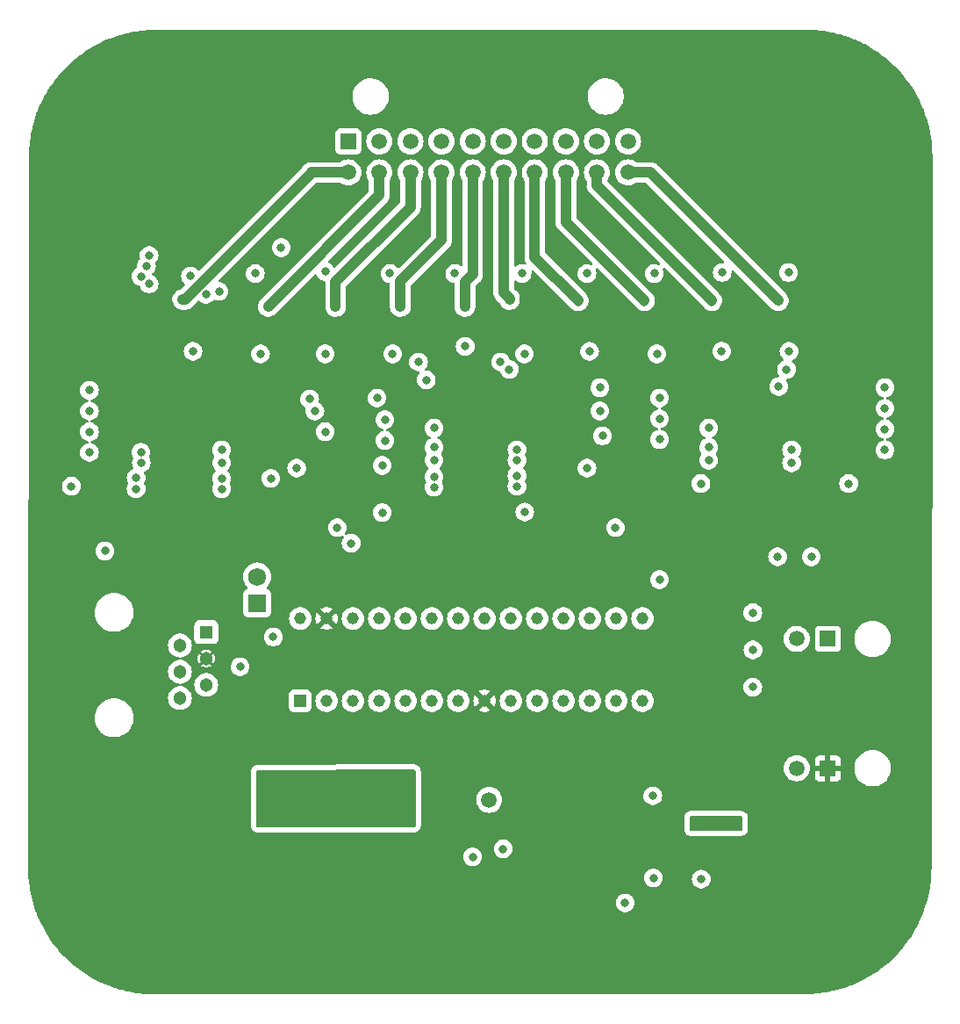
<source format=gbr>
%TF.GenerationSoftware,KiCad,Pcbnew,7.0.8*%
%TF.CreationDate,2023-10-31T17:39:43-05:00*%
%TF.ProjectId,Resistor Bank Control Board,52657369-7374-46f7-9220-42616e6b2043,rev?*%
%TF.SameCoordinates,Original*%
%TF.FileFunction,Copper,L4,Bot*%
%TF.FilePolarity,Positive*%
%FSLAX46Y46*%
G04 Gerber Fmt 4.6, Leading zero omitted, Abs format (unit mm)*
G04 Created by KiCad (PCBNEW 7.0.8) date 2023-10-31 17:39:43*
%MOMM*%
%LPD*%
G01*
G04 APERTURE LIST*
%TA.AperFunction,ComponentPad*%
%ADD10R,1.725000X1.725000*%
%TD*%
%TA.AperFunction,ComponentPad*%
%ADD11C,1.725000*%
%TD*%
%TA.AperFunction,ComponentPad*%
%ADD12C,9.000000*%
%TD*%
%TA.AperFunction,ComponentPad*%
%ADD13R,1.159000X1.159000*%
%TD*%
%TA.AperFunction,ComponentPad*%
%ADD14C,1.159000*%
%TD*%
%TA.AperFunction,ComponentPad*%
%ADD15R,1.520000X1.520000*%
%TD*%
%TA.AperFunction,ComponentPad*%
%ADD16C,1.520000*%
%TD*%
%TA.AperFunction,ComponentPad*%
%ADD17R,1.303000X1.303000*%
%TD*%
%TA.AperFunction,ComponentPad*%
%ADD18C,1.303000*%
%TD*%
%TA.AperFunction,ViaPad*%
%ADD19C,0.800000*%
%TD*%
%TA.AperFunction,ViaPad*%
%ADD20C,1.500000*%
%TD*%
%TA.AperFunction,Conductor*%
%ADD21C,1.000000*%
%TD*%
G04 APERTURE END LIST*
D10*
%TO.P,JP1,1,A*%
%TO.N,MCLR*%
X101930000Y-108760000D03*
D11*
%TO.P,JP1,2,B*%
%TO.N,Net-(JP1-B)*%
X101930000Y-106220000D03*
%TD*%
D12*
%TO.P,H1,1,1*%
%TO.N,GND*%
X89200000Y-62300000D03*
%TD*%
%TO.P,H3,1,1*%
%TO.N,GND*%
X157100000Y-137300000D03*
%TD*%
D13*
%TO.P,IC25,1,MCLR/VPP/RA5*%
%TO.N,Net-(IC25-MCLR{slash}VPP{slash}RA5)*%
X106090000Y-118188000D03*
D14*
%TO.P,IC25,2,CVREF+/VREF+/DAC1REF+/AN0/C3INC/CN2/RA0*%
%TO.N,IN0*%
X108630000Y-118188000D03*
%TO.P,IC25,3,CVREF-/VREF-/AN1/RA1*%
%TO.N,IN1*%
X111170000Y-118188000D03*
%TO.P,IC25,4,PGED1/AN2/CTCMP/ULPWU/C1IND/C2INB/C3IND/U2TX/CN4/RB0*%
%TO.N,PGD*%
X113710000Y-118188000D03*
%TO.P,IC25,5,PGEC1/OA1INA/OA2INA/AN3/C1INC/C2INA/U2RX/CTED12/CN5/RB1*%
%TO.N,PGC*%
X116250000Y-118188000D03*
%TO.P,IC25,6,OA1INB/OA2INB/AN4/C1INB/C2IND/SDA2/U1RX/TCKIB/CTED13/CN6/RB2*%
%TO.N,I2C_SDA*%
X118790000Y-118188000D03*
%TO.P,IC25,7,OA1OUT/AN5/C1INA/C2INC/SCL2/CN7/RB3*%
%TO.N,I2C_SCLK*%
X121330000Y-118188000D03*
%TO.P,IC25,8,VSS*%
%TO.N,GND*%
X123870000Y-118188000D03*
%TO.P,IC25,9,OSCI/CLKI/AN13/CN30/RA2*%
%TO.N,Net-(IC25-OSCI{slash}CLKI{slash}AN13{slash}CN30{slash}RA2)*%
X126410000Y-118188000D03*
%TO.P,IC25,10,OSCO/CLKO/AN14/CN29/RA3*%
%TO.N,Net-(IC25-OSCO{slash}CLKO{slash}AN14{slash}CN29{slash}RA3)*%
X128950000Y-118188000D03*
%TO.P,IC25,11,SOSCI/AN15/~{U2RTS}/U2BCLK/CN1/RB4*%
%TO.N,unconnected-(IC25-SOSCI{slash}AN15{slash}~{U2RTS}{slash}U2BCLK{slash}CN1{slash}RB4-Pad11)*%
X131490000Y-118188000D03*
%TO.P,IC25,12,SOSCO/SCLKI/AN16/PWRLCLK/~{U2CTS}/CN0/RA4*%
%TO.N,IDLE*%
X134030000Y-118188000D03*
%TO.P,IC25,13,VDD*%
%TO.N,Net-(IC25-VDD)*%
X136570000Y-118188000D03*
%TO.P,IC25,14,PGED3/AN17/ASDA1/SCK2/IC4/OC1E/CLCINA/CN27/RB5*%
%TO.N,unconnected-(IC25-PGED3{slash}AN17{slash}ASDA1{slash}SCK2{slash}IC4{slash}OC1E{slash}CLCINA{slash}CN27{slash}RB5-Pad14)*%
X139110000Y-118188000D03*
%TO.P,IC25,15,PGEC3/AN18/ASCL1/SDO2/IC5/OC1F/CLCINB/CN24/RB6*%
%TO.N,Net-(D4-K)*%
X139110000Y-110250000D03*
%TO.P,IC25,16,AN19/U1TX/C2OUT/OC1A/INT0/CN23/RB7*%
%TO.N,Net-(D3-K)*%
X136570000Y-110250000D03*
%TO.P,IC25,17,AN20/SCL1/U1CTS/C3OUT/OC1B/CTED10/CN22/RB8*%
%TO.N,Net-(D2-K)*%
X134030000Y-110250000D03*
%TO.P,IC25,18,AN21/SDA1/T1CK/U1RTS/U1BCLK/IC2/OC4/CLC1O/CTED4/CN21/RB9*%
%TO.N,unconnected-(IC25-AN21{slash}SDA1{slash}T1CK{slash}U1RTS{slash}U1BCLK{slash}IC2{slash}OC4{slash}CLC1O{slash}CTED4{slash}CN21{slash}RB9-Pad18)*%
X131490000Y-110250000D03*
%TO.P,IC25,19,SDI2/IC1/OC5/CLC2O/CTED3/CN9/RA7*%
%TO.N,unconnected-(IC25-SDI2{slash}IC1{slash}OC5{slash}CLC2O{slash}CTED3{slash}CN9{slash}RA7-Pad19)*%
X128950000Y-110250000D03*
%TO.P,IC25,20,VCAP_OR_VDDCORE*%
%TO.N,Net-(IC25-VCAP_OR_VDDCORE)*%
X126410000Y-110250000D03*
%TO.P,IC25,21,PGED2/SDI1/OC3A/OC1C/CTED11/CN16/RB10*%
%TO.N,SPI_MISO*%
X123870000Y-110250000D03*
%TO.P,IC25,22,PGEC2/SCK1/OC2A/CTED9/CN15/RB11*%
%TO.N,SPI_SCLK*%
X121330000Y-110250000D03*
%TO.P,IC25,23,DAC1OUT/AN12/HLVDIN/~{SS2}/IC3/OC2B/CTED2/INT2/CN14/RB12*%
%TO.N,unconnected-(IC25-DAC1OUT{slash}AN12{slash}HLVDIN{slash}~{SS2}{slash}IC3{slash}OC2B{slash}CTED2{slash}INT2{slash}CN14{slash}RB12-Pad23)*%
X118790000Y-110250000D03*
%TO.P,IC25,24,OA1INC/OA2INC/AN11/SDO1/OCFB/OC3B/OC1D/CTPLS/CN13/RB13*%
%TO.N,SPI_MOSI*%
X116250000Y-110250000D03*
%TO.P,IC25,25,DAC2OUT/CVREF/OA1IND/OA2IND/AN10/C3INB/RTCC/C1OUT/OCFA/CTED5/INT1/CN12/RB14*%
%TO.N,unconnected-(IC25-DAC2OUT{slash}CVREF{slash}OA1IND{slash}OA2IND{slash}AN10{slash}C3INB{slash}RTCC{slash}C1OUT{slash}OCFA{slash}CTED5{slash}INT1{slash}CN12{slash}RB14-Pad25)*%
X113710000Y-110250000D03*
%TO.P,IC25,26,DAC2REF+/OA2OUT/AN9/C3INA/REFO/SS1/TCKIA/CTED6/CN11/RB15*%
%TO.N,SPI_SS*%
X111170000Y-110250000D03*
%TO.P,IC25,27,VSS/AVSS*%
%TO.N,GND*%
X108630000Y-110250000D03*
%TO.P,IC25,28,VDD/AVDD*%
%TO.N,+5V*%
X106090000Y-110250000D03*
%TD*%
D15*
%TO.P,J2,1,Pin_1*%
%TO.N,I2C_SCLK*%
X156994600Y-112221750D03*
D16*
%TO.P,J2,2,Pin_2*%
%TO.N,I2C_SDA*%
X153994600Y-112221750D03*
%TD*%
D15*
%TO.P,J4,1,Pin_1*%
%TO.N,GND*%
X156994600Y-124693500D03*
D16*
%TO.P,J4,2,Pin_2*%
%TO.N,Net-(J4-Pin_2)*%
X153994600Y-124693500D03*
%TD*%
D15*
%TO.P,J1,1,Pin_1*%
%TO.N,/Coil 1*%
X110721750Y-64255400D03*
D16*
%TO.P,J1,2,Pin_2*%
%TO.N,/Coil 2*%
X113721750Y-64255400D03*
%TO.P,J1,3,Pin_3*%
%TO.N,/Coil 3*%
X116721750Y-64255400D03*
%TO.P,J1,4,Pin_4*%
%TO.N,/Coil 4*%
X119721750Y-64255400D03*
%TO.P,J1,5,Pin_5*%
%TO.N,/Coil 5*%
X122721750Y-64255400D03*
%TO.P,J1,6,Pin_6*%
%TO.N,/Coil 6*%
X125721750Y-64255400D03*
%TO.P,J1,7,Pin_7*%
%TO.N,/Coil 7*%
X128721750Y-64255400D03*
%TO.P,J1,8,Pin_8*%
%TO.N,/Coil 8*%
X131721750Y-64255400D03*
%TO.P,J1,9,Pin_9*%
%TO.N,/Coil 9*%
X134721750Y-64255400D03*
%TO.P,J1,10,Pin_10*%
%TO.N,/Coil 10*%
X137721750Y-64255400D03*
%TO.P,J1,11,Pin_11*%
%TO.N,/Coil 11*%
X110721750Y-67255400D03*
%TO.P,J1,12,Pin_12*%
%TO.N,/Coil 12*%
X113721750Y-67255400D03*
%TO.P,J1,13,Pin_13*%
%TO.N,/Coil 13*%
X116721750Y-67255400D03*
%TO.P,J1,14,Pin_14*%
%TO.N,/Coil 14*%
X119721750Y-67255400D03*
%TO.P,J1,15,Pin_15*%
%TO.N,/Coil 15*%
X122721750Y-67255400D03*
%TO.P,J1,16,Pin_16*%
%TO.N,/Coil 16*%
X125721750Y-67255400D03*
%TO.P,J1,17,Pin_17*%
%TO.N,/Coil 17*%
X128721750Y-67255400D03*
%TO.P,J1,18,Pin_18*%
%TO.N,/Coil 18*%
X131721750Y-67255400D03*
%TO.P,J1,19,Pin_19*%
%TO.N,/Coil 19*%
X134721750Y-67255400D03*
%TO.P,J1,20,Pin_20*%
%TO.N,/Coil 20*%
X137721750Y-67255400D03*
%TD*%
D12*
%TO.P,H4,1,1*%
%TO.N,GND*%
X89200000Y-137300000D03*
%TD*%
D17*
%TO.P,J3,1,1*%
%TO.N,MCLR*%
X97020000Y-111570000D03*
D18*
%TO.P,J3,2,2*%
%TO.N,+5V*%
X94480000Y-112840000D03*
%TO.P,J3,3,3*%
%TO.N,GND*%
X97020000Y-114110000D03*
%TO.P,J3,4,4*%
%TO.N,PGD*%
X94480000Y-115380000D03*
%TO.P,J3,5,5*%
%TO.N,PGC*%
X97020000Y-116650000D03*
%TO.P,J3,6,6*%
%TO.N,unconnected-(J3-Pad6)*%
X94480000Y-117920000D03*
%TD*%
D12*
%TO.P,H2,1,1*%
%TO.N,GND*%
X157100000Y-62300000D03*
%TD*%
D19*
%TO.N,+24V*%
X146843332Y-130020000D03*
X114000000Y-95500000D03*
X103250000Y-96750000D03*
X148030000Y-130020000D03*
X144750000Y-97250000D03*
X122720000Y-133240000D03*
X145656666Y-130020000D03*
X159000000Y-97250000D03*
X114000000Y-100049500D03*
X144470000Y-130020000D03*
X127750000Y-100000000D03*
X84000000Y-97500000D03*
%TO.N,GND*%
X130750000Y-97250000D03*
X155000000Y-94750000D03*
X102500000Y-95750000D03*
%TO.N,+5V*%
X152250000Y-87900000D03*
X140100000Y-127350000D03*
X152140000Y-104300000D03*
X149760000Y-109690000D03*
X110480000Y-127460000D03*
X149770000Y-113280000D03*
X162500000Y-88000000D03*
X155400000Y-104300000D03*
X109080000Y-127460000D03*
X103490000Y-112040000D03*
X135000000Y-88000000D03*
X106280000Y-127460000D03*
X107000000Y-89099500D03*
X107680000Y-127460000D03*
X137440000Y-137680000D03*
X149750000Y-116870000D03*
X140160000Y-135270000D03*
X111880000Y-127460000D03*
D20*
X124310000Y-127740000D03*
D19*
%TO.N,Gate 1*%
X90715407Y-77284593D03*
X90715407Y-94242138D03*
X95500000Y-77250000D03*
%TO.N,Gate 2*%
X101750000Y-77000000D03*
X98500000Y-93999500D03*
%TO.N,Gate 3*%
X91500000Y-78000000D03*
X90750000Y-95250000D03*
X108515000Y-76815000D03*
%TO.N,SPI_MOSI*%
X87250000Y-103750000D03*
X85750000Y-92250000D03*
%TO.N,SPI_CHAIN*%
X85750000Y-94250000D03*
X119000000Y-91900500D03*
%TO.N,Gate 4*%
X98250000Y-78724500D03*
X98500000Y-95250000D03*
X114750000Y-77000000D03*
%TO.N,Gate 5*%
X90250000Y-96699500D03*
X121000000Y-77000000D03*
X91250000Y-76250000D03*
%TO.N,Gate 6*%
X97000000Y-79000000D03*
X127500000Y-77000000D03*
X98500000Y-96750000D03*
%TO.N,Gate 7*%
X133750000Y-77000000D03*
X91500000Y-75250000D03*
X90250000Y-97750000D03*
%TO.N,Gate 8*%
X104250000Y-74500000D03*
X98500000Y-97750000D03*
X140250000Y-77000000D03*
%TO.N,SPI_SS*%
X140750000Y-89000000D03*
X111000000Y-103000000D03*
X85750000Y-88250000D03*
X113500000Y-89000000D03*
%TO.N,SPI_SCLK*%
X85750000Y-90250000D03*
X114250000Y-91099500D03*
X140750000Y-91000000D03*
%TO.N,Gate 9*%
X119000000Y-93750000D03*
X146800000Y-76900000D03*
%TO.N,Gate 10*%
X153200000Y-76900000D03*
X127000000Y-94000000D03*
%TO.N,Gate 11*%
X95750000Y-84500000D03*
X119000000Y-95000000D03*
X118250000Y-87250000D03*
%TO.N,Gate 16*%
X127724500Y-84750000D03*
X127000000Y-97499503D03*
%TO.N,Gate 12*%
X126250000Y-86250000D03*
X102250000Y-84750000D03*
X127000000Y-95000000D03*
%TO.N,SPI_MISO*%
X140750000Y-93000000D03*
X140750000Y-106500000D03*
%TO.N,Gate 17*%
X134000000Y-84500000D03*
X145500000Y-93750000D03*
%TO.N,Gate 13*%
X119000000Y-96599500D03*
X108500000Y-84750000D03*
X117500000Y-85525500D03*
%TO.N,Gate 18*%
X153000000Y-86250000D03*
X140500000Y-84750000D03*
X153500000Y-94000000D03*
%TO.N,Gate 14*%
X127000000Y-96500000D03*
X115000000Y-84750000D03*
X125418363Y-85525500D03*
%TO.N,Gate 19*%
X145500000Y-95000000D03*
X146750000Y-84500000D03*
%TO.N,Gate 15*%
X119000000Y-97599003D03*
X122000000Y-84025500D03*
%TO.N,Gate 20*%
X153250000Y-84500000D03*
X153500000Y-95250000D03*
%TO.N,Net-(IC23-EN)*%
X125660000Y-132460000D03*
X144780000Y-135390000D03*
%TO.N,/Coil 11*%
X94750000Y-79500000D03*
%TO.N,/Coil 12*%
X103000000Y-80174000D03*
%TO.N,/Coil 13*%
X109500000Y-80174000D03*
%TO.N,/Coil 14*%
X115750000Y-80174000D03*
%TO.N,/Coil 15*%
X122000000Y-80174000D03*
%TO.N,/Coil 16*%
X126275500Y-79500000D03*
%TO.N,/Coil 17*%
X132900000Y-79724500D03*
%TO.N,/Coil 18*%
X139300000Y-79724500D03*
%TO.N,/Coil 19*%
X145800000Y-79724500D03*
%TO.N,/Coil 20*%
X152200000Y-79600000D03*
%TO.N,MCLR*%
X100280000Y-114910000D03*
%TO.N,IN0*%
X162500000Y-90000000D03*
X135000000Y-90250000D03*
X107500000Y-90250000D03*
%TO.N,IN1*%
X136500000Y-101500000D03*
X108500000Y-92250000D03*
X162500000Y-92000000D03*
X135250000Y-92649500D03*
X109659500Y-101500000D03*
%TO.N,IDLE*%
X162500000Y-94000000D03*
X133750000Y-95750000D03*
X105750000Y-95750000D03*
%TO.N,SPI_CHAIN2*%
X114250000Y-93099500D03*
X145500000Y-91900500D03*
%TD*%
D21*
%TO.N,/Coil 11*%
X94944365Y-79500000D02*
X107144600Y-67299765D01*
X107144600Y-67299765D02*
X107144600Y-67255400D01*
X110721750Y-67255400D02*
X107144600Y-67255400D01*
X94750000Y-79500000D02*
X94944365Y-79500000D01*
%TO.N,/Coil 12*%
X103000000Y-80174000D02*
X113721750Y-69452250D01*
X113721750Y-69452250D02*
X113721750Y-67255400D01*
%TO.N,/Coil 13*%
X116721750Y-67255400D02*
X116721750Y-70578250D01*
X109500000Y-80174000D02*
X109500000Y-77800000D01*
X109500000Y-77800000D02*
X116721750Y-70578250D01*
%TO.N,/Coil 14*%
X119721750Y-67255400D02*
X119721750Y-73778250D01*
X115750000Y-80174000D02*
X115750000Y-77750000D01*
X115750000Y-77750000D02*
X119721750Y-73778250D01*
%TO.N,/Coil 15*%
X122000000Y-80174000D02*
X122000000Y-77800000D01*
X122721750Y-67255400D02*
X122721750Y-77078250D01*
X122000000Y-77800000D02*
X122721750Y-77078250D01*
%TO.N,/Coil 16*%
X126275500Y-79375500D02*
X125721750Y-78821750D01*
X126275500Y-79500000D02*
X126275500Y-79375500D01*
X125721750Y-67255400D02*
X125721750Y-78821750D01*
%TO.N,/Coil 17*%
X128721750Y-67255400D02*
X128721750Y-75421750D01*
X128721750Y-75421750D02*
X132900000Y-79600000D01*
%TO.N,/Coil 18*%
X131721750Y-67255400D02*
X131721750Y-72021750D01*
X131721750Y-72021750D02*
X139300000Y-79600000D01*
%TO.N,/Coil 19*%
X134721750Y-67255400D02*
X134721750Y-68521750D01*
X134721750Y-68521750D02*
X145800000Y-79600000D01*
%TO.N,/Coil 20*%
X137721750Y-67255400D02*
X139855400Y-67255400D01*
X139855400Y-67255400D02*
X152200000Y-79600000D01*
%TD*%
%TA.AperFunction,Conductor*%
%TO.N,GND*%
G36*
X155357334Y-53494869D02*
G01*
X155445122Y-53497424D01*
X155498270Y-53498971D01*
X155636315Y-53507010D01*
X155963867Y-53534639D01*
X156206236Y-53555844D01*
X156251252Y-53561105D01*
X156321718Y-53569341D01*
X156638984Y-53614132D01*
X156719124Y-53625871D01*
X156909675Y-53653783D01*
X157000749Y-53669841D01*
X157318459Y-53733038D01*
X157606215Y-53792455D01*
X157620059Y-53795735D01*
X157670798Y-53807761D01*
X157993452Y-53890990D01*
X158136451Y-53929307D01*
X158293541Y-53971399D01*
X158329095Y-53982043D01*
X158659721Y-54087424D01*
X158969259Y-54189994D01*
X158971473Y-54190798D01*
X158972463Y-54191158D01*
X159314600Y-54321759D01*
X159620349Y-54443226D01*
X159658696Y-54460385D01*
X159955541Y-54593215D01*
X160254751Y-54732739D01*
X160459255Y-54838389D01*
X160580198Y-54900870D01*
X160871552Y-55057965D01*
X161186572Y-55243790D01*
X161348151Y-55343455D01*
X161468806Y-55417877D01*
X161772432Y-55620753D01*
X162044501Y-55811258D01*
X162336008Y-56030640D01*
X162596773Y-56236827D01*
X162875348Y-56472062D01*
X163123798Y-56693163D01*
X163293120Y-56853244D01*
X163388698Y-56943605D01*
X163623897Y-57178804D01*
X163874352Y-57443719D01*
X164095424Y-57692136D01*
X164330681Y-57970736D01*
X164511641Y-58199596D01*
X164536871Y-58231505D01*
X164756246Y-58523004D01*
X164946745Y-58795065D01*
X165149627Y-59098700D01*
X165323745Y-59380989D01*
X165509519Y-59695922D01*
X165666640Y-59987321D01*
X165834749Y-60312728D01*
X165974329Y-60612058D01*
X166124269Y-60947142D01*
X166245770Y-61252976D01*
X166376302Y-61594935D01*
X166377512Y-61598259D01*
X166390580Y-61637695D01*
X166480094Y-61907835D01*
X166585427Y-62238313D01*
X166596112Y-62274005D01*
X166676563Y-62574253D01*
X166759706Y-62896572D01*
X166768369Y-62933122D01*
X166775046Y-62961295D01*
X166834489Y-63249181D01*
X166897652Y-63566726D01*
X166913717Y-63657830D01*
X166953391Y-63928687D01*
X166998156Y-64245769D01*
X167011654Y-64361257D01*
X167032894Y-64604035D01*
X167060486Y-64931164D01*
X167068528Y-65069228D01*
X167072598Y-65209032D01*
X167086173Y-65692875D01*
X166999565Y-134198229D01*
X166999500Y-134198449D01*
X166999500Y-134250000D01*
X166986018Y-134730499D01*
X166981949Y-134870370D01*
X166973545Y-135014645D01*
X166946229Y-135338487D01*
X166925247Y-135578319D01*
X166910988Y-135700310D01*
X166866747Y-136013683D01*
X166827476Y-136281789D01*
X166810223Y-136379633D01*
X166747832Y-136693297D01*
X166688974Y-136978348D01*
X166671970Y-137050090D01*
X166589904Y-137368233D01*
X166510203Y-137665683D01*
X166497295Y-137708799D01*
X166393440Y-138034639D01*
X166291762Y-138341488D01*
X166287685Y-138352692D01*
X166159116Y-138689504D01*
X166037601Y-138995377D01*
X165887670Y-139330439D01*
X165748088Y-139629777D01*
X165579989Y-139955164D01*
X165422839Y-140246616D01*
X165237081Y-140561523D01*
X165062954Y-140843824D01*
X164860096Y-141147424D01*
X164669564Y-141419532D01*
X164450233Y-141710973D01*
X164243999Y-141971799D01*
X164008784Y-142250350D01*
X163787658Y-142498828D01*
X163537256Y-142763687D01*
X163302009Y-142998935D01*
X163037149Y-143249338D01*
X162788685Y-143470453D01*
X162510080Y-143705715D01*
X162249345Y-143911878D01*
X161957838Y-144131261D01*
X161685757Y-144321773D01*
X161382162Y-144524630D01*
X161099807Y-144698790D01*
X160784941Y-144884525D01*
X160493484Y-145041678D01*
X160168104Y-145209774D01*
X159868775Y-145349354D01*
X159533698Y-145499292D01*
X159227821Y-145620809D01*
X158891052Y-145749362D01*
X158879821Y-145753450D01*
X158572950Y-145855137D01*
X158247102Y-145958995D01*
X158204042Y-145971886D01*
X157906521Y-146051607D01*
X157588405Y-146133666D01*
X157529652Y-146147591D01*
X157516673Y-146150668D01*
X157421818Y-146170254D01*
X157231629Y-146209525D01*
X156917981Y-146271914D01*
X156859078Y-146282300D01*
X156820086Y-146289176D01*
X156770100Y-146296498D01*
X156552102Y-146328430D01*
X156238630Y-146372686D01*
X156180695Y-146379457D01*
X156116648Y-146386944D01*
X156004786Y-146396730D01*
X155876814Y-146407927D01*
X155552961Y-146435244D01*
X155436732Y-146442014D01*
X155408820Y-146443640D01*
X155402709Y-146443817D01*
X155260503Y-146447950D01*
X154840253Y-146459742D01*
X154789261Y-146461173D01*
X92038323Y-146499499D01*
X91556844Y-146485990D01*
X91417131Y-146481925D01*
X91274646Y-146473625D01*
X90949428Y-146446194D01*
X90801123Y-146433219D01*
X90709192Y-146425176D01*
X90693588Y-146423352D01*
X90589060Y-146411134D01*
X90274418Y-146366714D01*
X90005755Y-146327361D01*
X89909750Y-146310432D01*
X89594984Y-146247822D01*
X89309175Y-146188807D01*
X89239440Y-146172279D01*
X88920039Y-146089889D01*
X88777169Y-146051607D01*
X88621827Y-146009983D01*
X88612329Y-146007139D01*
X88580859Y-145997717D01*
X88253680Y-145893436D01*
X87946055Y-145791501D01*
X87937105Y-145788244D01*
X87598817Y-145659112D01*
X87292964Y-145537605D01*
X86957857Y-145387654D01*
X86658548Y-145248083D01*
X86333158Y-145079983D01*
X86041747Y-144922856D01*
X85726791Y-144737068D01*
X85444513Y-144562956D01*
X85140885Y-144360079D01*
X84868821Y-144169577D01*
X84577313Y-143950195D01*
X84316556Y-143744014D01*
X84037954Y-143508755D01*
X83789533Y-143287681D01*
X83748976Y-143249338D01*
X83524623Y-143037230D01*
X83289420Y-142802027D01*
X83038990Y-142537139D01*
X82817899Y-142288702D01*
X82582623Y-142010080D01*
X82376460Y-141749343D01*
X82157064Y-141457817D01*
X81966592Y-141185795D01*
X81763679Y-140882115D01*
X81589595Y-140599881D01*
X81403789Y-140284894D01*
X81246685Y-139993527D01*
X81078562Y-139668094D01*
X80939016Y-139368840D01*
X80789040Y-139033675D01*
X80667562Y-138727898D01*
X80652906Y-138689504D01*
X80538413Y-138389562D01*
X80535142Y-138380576D01*
X80433231Y-138073024D01*
X80328912Y-137745724D01*
X80316665Y-137704820D01*
X80310015Y-137680000D01*
X136534540Y-137680000D01*
X136554326Y-137868256D01*
X136554327Y-137868259D01*
X136612818Y-138048277D01*
X136612821Y-138048284D01*
X136707467Y-138212216D01*
X136771290Y-138283098D01*
X136834129Y-138352888D01*
X136987265Y-138464148D01*
X136987270Y-138464151D01*
X137160192Y-138541142D01*
X137160197Y-138541144D01*
X137345354Y-138580500D01*
X137345355Y-138580500D01*
X137534644Y-138580500D01*
X137534646Y-138580500D01*
X137719803Y-138541144D01*
X137892730Y-138464151D01*
X138045871Y-138352888D01*
X138172533Y-138212216D01*
X138267179Y-138048284D01*
X138325674Y-137868256D01*
X138345460Y-137680000D01*
X138325674Y-137491744D01*
X138267179Y-137311716D01*
X138172533Y-137147784D01*
X138045871Y-137007112D01*
X138006281Y-136978348D01*
X137892734Y-136895851D01*
X137892729Y-136895848D01*
X137719807Y-136818857D01*
X137719802Y-136818855D01*
X137574001Y-136787865D01*
X137534646Y-136779500D01*
X137345354Y-136779500D01*
X137312897Y-136786398D01*
X137160197Y-136818855D01*
X137160192Y-136818857D01*
X136987270Y-136895848D01*
X136987265Y-136895851D01*
X136834129Y-137007111D01*
X136707466Y-137147785D01*
X136612821Y-137311715D01*
X136612818Y-137311722D01*
X136594457Y-137368233D01*
X136554326Y-137491744D01*
X136534540Y-137680000D01*
X80310015Y-137680000D01*
X80236799Y-137406756D01*
X80154355Y-137087149D01*
X80145572Y-137050090D01*
X80137836Y-137017448D01*
X80078870Y-136731878D01*
X80016206Y-136416845D01*
X79999289Y-136320902D01*
X79959942Y-136052284D01*
X79915509Y-135737553D01*
X79901476Y-135617483D01*
X79880469Y-135377385D01*
X79871411Y-135270000D01*
X139254540Y-135270000D01*
X139274326Y-135458256D01*
X139274327Y-135458259D01*
X139332818Y-135638277D01*
X139332821Y-135638284D01*
X139427467Y-135802216D01*
X139535514Y-135922214D01*
X139554129Y-135942888D01*
X139707265Y-136054148D01*
X139707270Y-136054151D01*
X139880192Y-136131142D01*
X139880197Y-136131144D01*
X140065354Y-136170500D01*
X140065355Y-136170500D01*
X140254644Y-136170500D01*
X140254646Y-136170500D01*
X140439803Y-136131144D01*
X140612730Y-136054151D01*
X140765871Y-135942888D01*
X140892533Y-135802216D01*
X140987179Y-135638284D01*
X141045674Y-135458256D01*
X141052848Y-135390000D01*
X143874540Y-135390000D01*
X143894326Y-135578256D01*
X143894327Y-135578259D01*
X143952818Y-135758277D01*
X143952821Y-135758284D01*
X144047467Y-135922216D01*
X144164581Y-136052284D01*
X144174129Y-136062888D01*
X144327265Y-136174148D01*
X144327270Y-136174151D01*
X144500192Y-136251142D01*
X144500197Y-136251144D01*
X144685354Y-136290500D01*
X144685355Y-136290500D01*
X144874644Y-136290500D01*
X144874646Y-136290500D01*
X145059803Y-136251144D01*
X145232730Y-136174151D01*
X145385871Y-136062888D01*
X145512533Y-135922216D01*
X145607179Y-135758284D01*
X145665674Y-135578256D01*
X145685460Y-135390000D01*
X145665674Y-135201744D01*
X145607179Y-135021716D01*
X145512533Y-134857784D01*
X145385871Y-134717112D01*
X145385870Y-134717111D01*
X145232734Y-134605851D01*
X145232729Y-134605848D01*
X145059807Y-134528857D01*
X145059802Y-134528855D01*
X144914001Y-134497865D01*
X144874646Y-134489500D01*
X144685354Y-134489500D01*
X144652897Y-134496398D01*
X144500197Y-134528855D01*
X144500192Y-134528857D01*
X144327270Y-134605848D01*
X144327265Y-134605851D01*
X144174129Y-134717111D01*
X144047466Y-134857785D01*
X143952821Y-135021715D01*
X143952818Y-135021722D01*
X143894327Y-135201740D01*
X143894326Y-135201744D01*
X143874540Y-135390000D01*
X141052848Y-135390000D01*
X141065460Y-135270000D01*
X141045674Y-135081744D01*
X140987179Y-134901716D01*
X140892533Y-134737784D01*
X140765871Y-134597112D01*
X140765870Y-134597111D01*
X140612734Y-134485851D01*
X140612729Y-134485848D01*
X140439807Y-134408857D01*
X140439802Y-134408855D01*
X140294001Y-134377865D01*
X140254646Y-134369500D01*
X140065354Y-134369500D01*
X140032897Y-134376398D01*
X139880197Y-134408855D01*
X139880192Y-134408857D01*
X139707270Y-134485848D01*
X139707265Y-134485851D01*
X139554129Y-134597111D01*
X139427466Y-134737785D01*
X139332821Y-134901715D01*
X139332818Y-134901722D01*
X139293830Y-135021716D01*
X139274326Y-135081744D01*
X139254540Y-135270000D01*
X79871411Y-135270000D01*
X79853021Y-135051980D01*
X79852873Y-135049422D01*
X79844725Y-134909526D01*
X79840633Y-134768878D01*
X79839556Y-134730499D01*
X79827152Y-134288398D01*
X79828477Y-133240000D01*
X121814540Y-133240000D01*
X121834326Y-133428256D01*
X121834327Y-133428259D01*
X121892818Y-133608277D01*
X121892821Y-133608284D01*
X121987467Y-133772216D01*
X122114129Y-133912888D01*
X122267265Y-134024148D01*
X122267270Y-134024151D01*
X122440192Y-134101142D01*
X122440197Y-134101144D01*
X122625354Y-134140500D01*
X122625355Y-134140500D01*
X122814644Y-134140500D01*
X122814646Y-134140500D01*
X122999803Y-134101144D01*
X123172730Y-134024151D01*
X123325871Y-133912888D01*
X123452533Y-133772216D01*
X123547179Y-133608284D01*
X123605674Y-133428256D01*
X123625460Y-133240000D01*
X123605674Y-133051744D01*
X123547179Y-132871716D01*
X123452533Y-132707784D01*
X123325871Y-132567112D01*
X123325870Y-132567111D01*
X123178445Y-132460000D01*
X124754540Y-132460000D01*
X124774326Y-132648256D01*
X124774327Y-132648259D01*
X124832818Y-132828277D01*
X124832821Y-132828284D01*
X124927467Y-132992216D01*
X125054129Y-133132888D01*
X125207265Y-133244148D01*
X125207270Y-133244151D01*
X125380192Y-133321142D01*
X125380197Y-133321144D01*
X125565354Y-133360500D01*
X125565355Y-133360500D01*
X125754644Y-133360500D01*
X125754646Y-133360500D01*
X125939803Y-133321144D01*
X126112730Y-133244151D01*
X126265871Y-133132888D01*
X126392533Y-132992216D01*
X126487179Y-132828284D01*
X126545674Y-132648256D01*
X126565460Y-132460000D01*
X126545674Y-132271744D01*
X126487179Y-132091716D01*
X126392533Y-131927784D01*
X126265871Y-131787112D01*
X126265870Y-131787111D01*
X126112734Y-131675851D01*
X126112729Y-131675848D01*
X125939807Y-131598857D01*
X125939802Y-131598855D01*
X125794001Y-131567865D01*
X125754646Y-131559500D01*
X125565354Y-131559500D01*
X125532897Y-131566398D01*
X125380197Y-131598855D01*
X125380192Y-131598857D01*
X125207270Y-131675848D01*
X125207265Y-131675851D01*
X125054129Y-131787111D01*
X124927466Y-131927785D01*
X124832821Y-132091715D01*
X124832818Y-132091722D01*
X124774327Y-132271740D01*
X124774326Y-132271744D01*
X124754540Y-132460000D01*
X123178445Y-132460000D01*
X123172734Y-132455851D01*
X123172729Y-132455848D01*
X122999807Y-132378857D01*
X122999802Y-132378855D01*
X122854001Y-132347865D01*
X122814646Y-132339500D01*
X122625354Y-132339500D01*
X122592897Y-132346398D01*
X122440197Y-132378855D01*
X122440192Y-132378857D01*
X122267270Y-132455848D01*
X122267265Y-132455851D01*
X122114129Y-132567111D01*
X121987466Y-132707785D01*
X121892821Y-132871715D01*
X121892818Y-132871722D01*
X121834327Y-133051740D01*
X121834326Y-133051744D01*
X121814540Y-133240000D01*
X79828477Y-133240000D01*
X79832264Y-130244857D01*
X101324727Y-130244857D01*
X101336181Y-130352783D01*
X101347387Y-130404517D01*
X101347390Y-130404528D01*
X101381613Y-130507504D01*
X101459397Y-130628537D01*
X101459405Y-130628548D01*
X101505149Y-130681340D01*
X101505152Y-130681343D01*
X101505156Y-130681347D01*
X101613890Y-130775567D01*
X101613893Y-130775568D01*
X101613894Y-130775569D01*
X101708151Y-130818616D01*
X101744767Y-130835338D01*
X101789583Y-130848497D01*
X101811801Y-130855022D01*
X101811806Y-130855023D01*
X101811810Y-130855024D01*
X101954226Y-130875500D01*
X101954229Y-130875500D01*
X117095990Y-130875500D01*
X117096000Y-130875500D01*
X117203456Y-130863947D01*
X117254967Y-130852741D01*
X117289197Y-130841347D01*
X117357497Y-130818616D01*
X117357501Y-130818613D01*
X117357504Y-130818613D01*
X117478543Y-130740825D01*
X117531347Y-130695070D01*
X117621487Y-130591045D01*
X143145402Y-130591045D01*
X143149269Y-130628543D01*
X143156773Y-130701307D01*
X143168178Y-130754136D01*
X143168180Y-130754145D01*
X143203297Y-130859242D01*
X143203302Y-130859252D01*
X143281559Y-130979984D01*
X143312070Y-131014917D01*
X143327521Y-131032609D01*
X143327528Y-131032617D01*
X143436635Y-131126411D01*
X143567746Y-131185666D01*
X143634862Y-131205087D01*
X143777354Y-131225004D01*
X148630232Y-131205973D01*
X148704005Y-131198090D01*
X148733096Y-131194983D01*
X148733097Y-131194982D01*
X148733113Y-131194981D01*
X148782510Y-131184506D01*
X148881004Y-131152794D01*
X149003150Y-131076755D01*
X149056607Y-131031764D01*
X149152381Y-130924395D01*
X149214028Y-130794391D01*
X149231530Y-130737808D01*
X149234046Y-130731610D01*
X149234675Y-130727642D01*
X149234676Y-130727641D01*
X149257199Y-130585535D01*
X149273638Y-129443057D01*
X149262897Y-129331886D01*
X149251704Y-129278591D01*
X149216816Y-129172496D01*
X149216815Y-129172494D01*
X149216815Y-129172493D01*
X149139032Y-129051462D01*
X149139023Y-129051451D01*
X149093279Y-128998659D01*
X149093275Y-128998656D01*
X149093273Y-128998653D01*
X148984539Y-128904433D01*
X148984536Y-128904431D01*
X148984534Y-128904430D01*
X148853668Y-128844664D01*
X148853663Y-128844662D01*
X148853662Y-128844662D01*
X148831061Y-128838025D01*
X148786628Y-128824978D01*
X148786622Y-128824976D01*
X148701169Y-128812690D01*
X148644203Y-128804500D01*
X143783124Y-128804500D01*
X143677428Y-128815673D01*
X143626712Y-128826517D01*
X143525691Y-128859545D01*
X143404099Y-128936473D01*
X143350973Y-128981851D01*
X143350969Y-128981855D01*
X143255982Y-129089918D01*
X143255982Y-129089919D01*
X143195287Y-129220365D01*
X143175124Y-129287271D01*
X143153640Y-129429531D01*
X143153640Y-129429534D01*
X143145995Y-130507504D01*
X143145402Y-130591045D01*
X117621487Y-130591045D01*
X117625567Y-130586336D01*
X117685338Y-130455459D01*
X117705023Y-130388420D01*
X117705024Y-130388416D01*
X117725500Y-130246000D01*
X117725500Y-127740002D01*
X123054723Y-127740002D01*
X123073793Y-127957975D01*
X123073793Y-127957979D01*
X123130422Y-128169322D01*
X123130424Y-128169326D01*
X123130425Y-128169330D01*
X123149923Y-128211144D01*
X123222897Y-128367638D01*
X123222898Y-128367639D01*
X123348402Y-128546877D01*
X123503123Y-128701598D01*
X123682361Y-128827102D01*
X123880670Y-128919575D01*
X124092023Y-128976207D01*
X124274926Y-128992208D01*
X124309998Y-128995277D01*
X124310000Y-128995277D01*
X124310002Y-128995277D01*
X124338254Y-128992805D01*
X124527977Y-128976207D01*
X124739330Y-128919575D01*
X124937639Y-128827102D01*
X125116877Y-128701598D01*
X125271598Y-128546877D01*
X125397102Y-128367639D01*
X125489575Y-128169330D01*
X125546207Y-127957977D01*
X125565277Y-127740000D01*
X125546207Y-127522023D01*
X125511548Y-127392675D01*
X125500113Y-127350000D01*
X139194540Y-127350000D01*
X139214326Y-127538256D01*
X139214327Y-127538259D01*
X139272818Y-127718277D01*
X139272821Y-127718284D01*
X139367467Y-127882216D01*
X139435681Y-127957975D01*
X139494129Y-128022888D01*
X139647265Y-128134148D01*
X139647270Y-128134151D01*
X139820192Y-128211142D01*
X139820197Y-128211144D01*
X140005354Y-128250500D01*
X140005355Y-128250500D01*
X140194644Y-128250500D01*
X140194646Y-128250500D01*
X140379803Y-128211144D01*
X140552730Y-128134151D01*
X140705871Y-128022888D01*
X140832533Y-127882216D01*
X140927179Y-127718284D01*
X140985674Y-127538256D01*
X141005460Y-127350000D01*
X140985674Y-127161744D01*
X140927179Y-126981716D01*
X140832533Y-126817784D01*
X140705871Y-126677112D01*
X140672546Y-126652900D01*
X140552734Y-126565851D01*
X140552729Y-126565848D01*
X140379807Y-126488857D01*
X140379802Y-126488855D01*
X140234001Y-126457865D01*
X140194646Y-126449500D01*
X140005354Y-126449500D01*
X139972897Y-126456398D01*
X139820197Y-126488855D01*
X139820192Y-126488857D01*
X139647270Y-126565848D01*
X139647265Y-126565851D01*
X139494129Y-126677111D01*
X139367466Y-126817785D01*
X139272821Y-126981715D01*
X139272818Y-126981722D01*
X139230371Y-127112362D01*
X139214326Y-127161744D01*
X139194540Y-127350000D01*
X125500113Y-127350000D01*
X125489577Y-127310677D01*
X125489576Y-127310676D01*
X125489575Y-127310670D01*
X125397102Y-127112362D01*
X125397100Y-127112359D01*
X125397099Y-127112357D01*
X125271599Y-126933124D01*
X125271596Y-126933121D01*
X125116877Y-126778402D01*
X124937639Y-126652898D01*
X124937640Y-126652898D01*
X124937638Y-126652897D01*
X124838484Y-126606661D01*
X124739330Y-126560425D01*
X124739326Y-126560424D01*
X124739322Y-126560422D01*
X124527977Y-126503793D01*
X124310002Y-126484723D01*
X124309998Y-126484723D01*
X124164682Y-126497436D01*
X124092023Y-126503793D01*
X124092020Y-126503793D01*
X123880677Y-126560422D01*
X123880668Y-126560426D01*
X123682361Y-126652898D01*
X123682357Y-126652900D01*
X123503121Y-126778402D01*
X123348402Y-126933121D01*
X123222900Y-127112357D01*
X123222898Y-127112361D01*
X123130426Y-127310668D01*
X123130422Y-127310677D01*
X123073793Y-127522020D01*
X123073793Y-127522024D01*
X123054723Y-127739997D01*
X123054723Y-127740002D01*
X117725500Y-127740002D01*
X117725500Y-124954323D01*
X117715342Y-124860417D01*
X117713809Y-124846238D01*
X117713808Y-124846236D01*
X117713808Y-124846230D01*
X117702468Y-124794425D01*
X117668658Y-124693501D01*
X152729285Y-124693501D01*
X152748507Y-124913214D01*
X152748509Y-124913224D01*
X152805590Y-125126255D01*
X152805595Y-125126269D01*
X152898803Y-125326154D01*
X152898807Y-125326162D01*
X153025312Y-125506830D01*
X153181269Y-125662787D01*
X153361937Y-125789292D01*
X153361939Y-125789293D01*
X153361942Y-125789295D01*
X153482203Y-125845373D01*
X153561830Y-125882504D01*
X153561832Y-125882504D01*
X153561837Y-125882507D01*
X153774880Y-125939592D01*
X153931822Y-125953322D01*
X153994598Y-125958815D01*
X153994600Y-125958815D01*
X153994602Y-125958815D01*
X154055362Y-125953499D01*
X154214320Y-125939592D01*
X154427363Y-125882507D01*
X154627258Y-125789295D01*
X154807929Y-125662788D01*
X154963888Y-125506829D01*
X154967729Y-125501344D01*
X155734600Y-125501344D01*
X155741001Y-125560872D01*
X155741003Y-125560879D01*
X155791245Y-125695586D01*
X155791249Y-125695593D01*
X155877409Y-125810687D01*
X155877412Y-125810690D01*
X155992506Y-125896850D01*
X155992513Y-125896854D01*
X156127220Y-125947096D01*
X156127227Y-125947098D01*
X156186755Y-125953499D01*
X156186772Y-125953500D01*
X156744600Y-125953500D01*
X156744600Y-125139994D01*
X156849439Y-125187873D01*
X156958127Y-125203500D01*
X157031073Y-125203500D01*
X157139761Y-125187873D01*
X157244600Y-125139994D01*
X157244600Y-125953500D01*
X157802428Y-125953500D01*
X157802444Y-125953499D01*
X157861972Y-125947098D01*
X157861979Y-125947096D01*
X157996686Y-125896854D01*
X157996693Y-125896850D01*
X158111787Y-125810690D01*
X158111790Y-125810687D01*
X158197950Y-125695593D01*
X158197954Y-125695586D01*
X158248196Y-125560879D01*
X158248198Y-125560872D01*
X158254599Y-125501344D01*
X158254600Y-125501327D01*
X158254600Y-124943500D01*
X157440172Y-124943500D01*
X157463282Y-124907540D01*
X157487610Y-124824687D01*
X159564100Y-124824687D01*
X159567939Y-124850154D01*
X159603204Y-125084115D01*
X159603205Y-125084117D01*
X159603206Y-125084123D01*
X159680538Y-125334826D01*
X159794367Y-125571196D01*
X159794368Y-125571197D01*
X159794370Y-125571200D01*
X159794372Y-125571204D01*
X159879179Y-125695593D01*
X159942167Y-125787979D01*
X160120614Y-125980301D01*
X160120618Y-125980304D01*
X160120619Y-125980305D01*
X160325743Y-126143886D01*
X160552957Y-126275068D01*
X160797184Y-126370920D01*
X161052970Y-126429302D01*
X161052976Y-126429302D01*
X161052979Y-126429303D01*
X161249100Y-126444000D01*
X161249106Y-126444000D01*
X161380100Y-126444000D01*
X161576220Y-126429303D01*
X161576222Y-126429302D01*
X161576230Y-126429302D01*
X161832016Y-126370920D01*
X162076243Y-126275068D01*
X162303457Y-126143886D01*
X162508581Y-125980305D01*
X162687033Y-125787979D01*
X162834828Y-125571204D01*
X162948663Y-125334823D01*
X163025996Y-125084115D01*
X163065100Y-124824682D01*
X163065100Y-124562318D01*
X163025996Y-124302885D01*
X162948663Y-124052177D01*
X162936721Y-124027380D01*
X162834832Y-123815803D01*
X162834831Y-123815802D01*
X162834830Y-123815801D01*
X162834828Y-123815796D01*
X162687033Y-123599021D01*
X162599326Y-123504495D01*
X162508585Y-123406698D01*
X162469133Y-123375236D01*
X162303457Y-123243114D01*
X162076243Y-123111932D01*
X161832016Y-123016080D01*
X161832011Y-123016078D01*
X161832002Y-123016076D01*
X161614418Y-122966414D01*
X161576230Y-122957698D01*
X161576229Y-122957697D01*
X161576225Y-122957697D01*
X161576220Y-122957696D01*
X161380100Y-122943000D01*
X161380094Y-122943000D01*
X161249106Y-122943000D01*
X161249100Y-122943000D01*
X161052979Y-122957696D01*
X161052974Y-122957697D01*
X160797197Y-123016076D01*
X160797178Y-123016082D01*
X160552956Y-123111932D01*
X160325743Y-123243114D01*
X160120614Y-123406698D01*
X159942167Y-123599020D01*
X159794368Y-123815802D01*
X159794367Y-123815803D01*
X159680538Y-124052173D01*
X159603206Y-124302876D01*
X159603205Y-124302881D01*
X159603204Y-124302885D01*
X159590542Y-124386888D01*
X159564100Y-124562312D01*
X159564100Y-124824687D01*
X157487610Y-124824687D01*
X157504600Y-124766827D01*
X157504600Y-124620173D01*
X157463282Y-124479460D01*
X157440172Y-124443500D01*
X158254600Y-124443500D01*
X158254600Y-123885672D01*
X158254599Y-123885655D01*
X158248198Y-123826127D01*
X158248196Y-123826120D01*
X158197954Y-123691413D01*
X158197950Y-123691406D01*
X158111790Y-123576312D01*
X158111787Y-123576309D01*
X157996693Y-123490149D01*
X157996686Y-123490145D01*
X157861979Y-123439903D01*
X157861972Y-123439901D01*
X157802444Y-123433500D01*
X157244600Y-123433500D01*
X157244600Y-124247005D01*
X157139761Y-124199127D01*
X157031073Y-124183500D01*
X156958127Y-124183500D01*
X156849439Y-124199127D01*
X156744600Y-124247005D01*
X156744600Y-123433500D01*
X156186755Y-123433500D01*
X156127227Y-123439901D01*
X156127220Y-123439903D01*
X155992513Y-123490145D01*
X155992506Y-123490149D01*
X155877412Y-123576309D01*
X155877409Y-123576312D01*
X155791249Y-123691406D01*
X155791245Y-123691413D01*
X155741003Y-123826120D01*
X155741001Y-123826127D01*
X155734600Y-123885655D01*
X155734600Y-124443500D01*
X156549028Y-124443500D01*
X156525918Y-124479460D01*
X156484600Y-124620173D01*
X156484600Y-124766827D01*
X156525918Y-124907540D01*
X156549028Y-124943500D01*
X155734600Y-124943500D01*
X155734600Y-125501344D01*
X154967729Y-125501344D01*
X155090395Y-125326158D01*
X155183607Y-125126263D01*
X155240692Y-124913220D01*
X155259915Y-124693500D01*
X155240692Y-124473780D01*
X155183607Y-124260737D01*
X155090395Y-124060843D01*
X154963888Y-123880171D01*
X154963886Y-123880168D01*
X154807930Y-123724212D01*
X154627262Y-123597707D01*
X154627254Y-123597703D01*
X154427369Y-123504495D01*
X154427355Y-123504490D01*
X154214324Y-123447409D01*
X154214322Y-123447408D01*
X154214320Y-123447408D01*
X154214318Y-123447407D01*
X154214314Y-123447407D01*
X153994602Y-123428185D01*
X153994598Y-123428185D01*
X153774885Y-123447407D01*
X153774875Y-123447409D01*
X153561844Y-123504490D01*
X153561835Y-123504494D01*
X153361944Y-123597704D01*
X153361942Y-123597705D01*
X153181268Y-123724213D01*
X153025313Y-123880168D01*
X152898805Y-124060842D01*
X152898804Y-124060844D01*
X152805594Y-124260735D01*
X152805590Y-124260744D01*
X152748509Y-124473775D01*
X152748507Y-124473785D01*
X152729285Y-124693498D01*
X152729285Y-124693501D01*
X117668658Y-124693501D01*
X117667930Y-124691327D01*
X117589827Y-124570491D01*
X117543935Y-124517807D01*
X117521135Y-124498154D01*
X117434967Y-124423879D01*
X117434961Y-124423875D01*
X117303930Y-124364444D01*
X117236844Y-124344933D01*
X117236837Y-124344931D01*
X117094373Y-124324826D01*
X117094366Y-124324825D01*
X117094364Y-124324825D01*
X117094363Y-124324825D01*
X101962127Y-124364180D01*
X101962117Y-124364181D01*
X101855799Y-124375773D01*
X101855789Y-124375775D01*
X101819699Y-124383641D01*
X101804812Y-124386887D01*
X101804810Y-124386887D01*
X101804808Y-124386888D01*
X101703312Y-124420591D01*
X101582136Y-124498154D01*
X101582134Y-124498155D01*
X101529244Y-124543817D01*
X101434830Y-124652375D01*
X101382308Y-124766827D01*
X101374820Y-124783145D01*
X101355013Y-124850147D01*
X101355011Y-124850154D01*
X101346654Y-124907540D01*
X101334275Y-124992533D01*
X101324727Y-130244856D01*
X101324727Y-130244857D01*
X79832264Y-130244857D01*
X79845344Y-119898678D01*
X86250737Y-119898678D01*
X86280762Y-120171559D01*
X86280763Y-120171569D01*
X86350202Y-120437178D01*
X86350204Y-120437182D01*
X86457577Y-120689852D01*
X86600592Y-120924191D01*
X86600599Y-120924201D01*
X86776199Y-121135207D01*
X86776204Y-121135212D01*
X86776209Y-121135218D01*
X86776216Y-121135224D01*
X86980672Y-121318419D01*
X86980674Y-121318420D01*
X86980677Y-121318423D01*
X87209641Y-121469904D01*
X87458221Y-121586433D01*
X87721119Y-121665527D01*
X87992731Y-121705500D01*
X87992736Y-121705500D01*
X88198552Y-121705500D01*
X88250744Y-121701679D01*
X88403805Y-121690477D01*
X88671775Y-121630784D01*
X88928198Y-121532711D01*
X89167609Y-121398347D01*
X89384904Y-121230557D01*
X89575454Y-121032916D01*
X89735196Y-120809637D01*
X89860727Y-120565479D01*
X89949370Y-120305646D01*
X89999236Y-120035674D01*
X90009262Y-119761320D01*
X89979236Y-119488429D01*
X89921608Y-119267998D01*
X89909797Y-119222821D01*
X89904899Y-119211296D01*
X89802423Y-118970148D01*
X89659405Y-118735804D01*
X89629128Y-118699422D01*
X89483800Y-118524792D01*
X89483795Y-118524787D01*
X89483791Y-118524782D01*
X89377385Y-118429441D01*
X89279327Y-118341580D01*
X89279324Y-118341578D01*
X89279323Y-118341577D01*
X89050359Y-118190096D01*
X88801779Y-118073567D01*
X88654362Y-118029216D01*
X88538879Y-117994472D01*
X88405915Y-117974904D01*
X88267269Y-117954500D01*
X88061453Y-117954500D01*
X88061448Y-117954500D01*
X87856195Y-117969523D01*
X87856185Y-117969524D01*
X87588229Y-118029214D01*
X87588224Y-118029216D01*
X87331799Y-118127290D01*
X87092392Y-118261652D01*
X87092387Y-118261655D01*
X86875097Y-118429441D01*
X86875088Y-118429450D01*
X86684549Y-118627080D01*
X86684547Y-118627082D01*
X86524805Y-118850361D01*
X86524802Y-118850366D01*
X86399275Y-119094515D01*
X86399271Y-119094525D01*
X86310632Y-119354344D01*
X86310629Y-119354358D01*
X86260765Y-119624314D01*
X86260763Y-119624334D01*
X86250737Y-119898678D01*
X79845344Y-119898678D01*
X79847845Y-117920000D01*
X93323065Y-117920000D01*
X93342763Y-118132581D01*
X93342763Y-118132583D01*
X93342764Y-118132586D01*
X93379487Y-118261653D01*
X93401191Y-118337936D01*
X93496354Y-118529048D01*
X93625016Y-118699424D01*
X93690350Y-118758983D01*
X93782791Y-118843254D01*
X93964310Y-118955646D01*
X93964311Y-118955646D01*
X93964312Y-118955647D01*
X94001744Y-118970148D01*
X94163390Y-119032770D01*
X94373252Y-119072000D01*
X94373254Y-119072000D01*
X94586746Y-119072000D01*
X94586748Y-119072000D01*
X94796610Y-119032770D01*
X94995690Y-118955646D01*
X95177209Y-118843254D01*
X95207796Y-118815370D01*
X105010000Y-118815370D01*
X105010001Y-118815376D01*
X105016408Y-118874983D01*
X105066702Y-119009828D01*
X105066706Y-119009835D01*
X105152952Y-119125044D01*
X105152955Y-119125047D01*
X105268164Y-119211293D01*
X105268171Y-119211297D01*
X105403017Y-119261591D01*
X105403016Y-119261591D01*
X105409944Y-119262335D01*
X105462627Y-119268000D01*
X106717372Y-119267999D01*
X106776983Y-119261591D01*
X106911831Y-119211296D01*
X107027046Y-119125046D01*
X107113296Y-119009831D01*
X107163591Y-118874983D01*
X107170000Y-118815373D01*
X107169999Y-118188000D01*
X107545373Y-118188000D01*
X107563840Y-118387295D01*
X107563840Y-118387297D01*
X107563841Y-118387300D01*
X107618566Y-118579641D01*
X107618616Y-118579815D01*
X107707828Y-118758977D01*
X107707833Y-118758985D01*
X107828452Y-118918710D01*
X107976365Y-119053550D01*
X107976367Y-119053552D01*
X108146536Y-119158916D01*
X108146542Y-119158919D01*
X108186080Y-119174236D01*
X108333178Y-119231222D01*
X108529923Y-119268000D01*
X108529925Y-119268000D01*
X108730075Y-119268000D01*
X108730077Y-119268000D01*
X108926822Y-119231222D01*
X109113460Y-119158918D01*
X109283634Y-119053551D01*
X109431549Y-118918708D01*
X109552168Y-118758983D01*
X109641385Y-118579812D01*
X109696159Y-118387300D01*
X109714627Y-118188000D01*
X110085373Y-118188000D01*
X110103840Y-118387295D01*
X110103840Y-118387297D01*
X110103841Y-118387300D01*
X110158566Y-118579641D01*
X110158616Y-118579815D01*
X110247828Y-118758977D01*
X110247833Y-118758985D01*
X110368452Y-118918710D01*
X110516365Y-119053550D01*
X110516367Y-119053552D01*
X110686536Y-119158916D01*
X110686542Y-119158919D01*
X110726080Y-119174236D01*
X110873178Y-119231222D01*
X111069923Y-119268000D01*
X111069925Y-119268000D01*
X111270075Y-119268000D01*
X111270077Y-119268000D01*
X111466822Y-119231222D01*
X111653460Y-119158918D01*
X111823634Y-119053551D01*
X111971549Y-118918708D01*
X112092168Y-118758983D01*
X112181385Y-118579812D01*
X112236159Y-118387300D01*
X112254627Y-118188000D01*
X112625373Y-118188000D01*
X112643840Y-118387295D01*
X112643840Y-118387297D01*
X112643841Y-118387300D01*
X112698566Y-118579641D01*
X112698616Y-118579815D01*
X112787828Y-118758977D01*
X112787833Y-118758985D01*
X112908452Y-118918710D01*
X113056365Y-119053550D01*
X113056367Y-119053552D01*
X113226536Y-119158916D01*
X113226542Y-119158919D01*
X113266080Y-119174236D01*
X113413178Y-119231222D01*
X113609923Y-119268000D01*
X113609925Y-119268000D01*
X113810075Y-119268000D01*
X113810077Y-119268000D01*
X114006822Y-119231222D01*
X114193460Y-119158918D01*
X114363634Y-119053551D01*
X114511549Y-118918708D01*
X114632168Y-118758983D01*
X114721385Y-118579812D01*
X114776159Y-118387300D01*
X114794627Y-118188000D01*
X115165373Y-118188000D01*
X115183840Y-118387295D01*
X115183840Y-118387297D01*
X115183841Y-118387300D01*
X115238566Y-118579641D01*
X115238616Y-118579815D01*
X115327828Y-118758977D01*
X115327833Y-118758985D01*
X115448452Y-118918710D01*
X115596365Y-119053550D01*
X115596367Y-119053552D01*
X115766536Y-119158916D01*
X115766542Y-119158919D01*
X115806080Y-119174236D01*
X115953178Y-119231222D01*
X116149923Y-119268000D01*
X116149925Y-119268000D01*
X116350075Y-119268000D01*
X116350077Y-119268000D01*
X116546822Y-119231222D01*
X116733460Y-119158918D01*
X116903634Y-119053551D01*
X117051549Y-118918708D01*
X117172168Y-118758983D01*
X117261385Y-118579812D01*
X117316159Y-118387300D01*
X117334627Y-118188000D01*
X117705373Y-118188000D01*
X117723840Y-118387295D01*
X117723840Y-118387297D01*
X117723841Y-118387300D01*
X117778566Y-118579641D01*
X117778616Y-118579815D01*
X117867828Y-118758977D01*
X117867833Y-118758985D01*
X117988452Y-118918710D01*
X118136365Y-119053550D01*
X118136367Y-119053552D01*
X118306536Y-119158916D01*
X118306542Y-119158919D01*
X118346080Y-119174236D01*
X118493178Y-119231222D01*
X118689923Y-119268000D01*
X118689925Y-119268000D01*
X118890075Y-119268000D01*
X118890077Y-119268000D01*
X119086822Y-119231222D01*
X119273460Y-119158918D01*
X119443634Y-119053551D01*
X119591549Y-118918708D01*
X119712168Y-118758983D01*
X119801385Y-118579812D01*
X119856159Y-118387300D01*
X119874627Y-118188000D01*
X120245373Y-118188000D01*
X120263840Y-118387295D01*
X120263840Y-118387297D01*
X120263841Y-118387300D01*
X120318566Y-118579641D01*
X120318616Y-118579815D01*
X120407828Y-118758977D01*
X120407833Y-118758985D01*
X120528452Y-118918710D01*
X120676365Y-119053550D01*
X120676367Y-119053552D01*
X120846536Y-119158916D01*
X120846542Y-119158919D01*
X120886080Y-119174236D01*
X121033178Y-119231222D01*
X121229923Y-119268000D01*
X121229925Y-119268000D01*
X121430075Y-119268000D01*
X121430077Y-119268000D01*
X121626822Y-119231222D01*
X121813460Y-119158918D01*
X121983634Y-119053551D01*
X122131549Y-118918708D01*
X122252168Y-118758983D01*
X122341385Y-118579812D01*
X122396159Y-118387300D01*
X122414627Y-118188000D01*
X122785875Y-118188000D01*
X122804333Y-118387206D01*
X122859083Y-118579628D01*
X122859088Y-118579641D01*
X122947417Y-118757029D01*
X123486738Y-118217707D01*
X123486567Y-118219772D01*
X123517659Y-118342551D01*
X123586932Y-118448582D01*
X123686881Y-118526375D01*
X123806673Y-118567500D01*
X123844053Y-118567500D01*
X123304204Y-119107348D01*
X123304204Y-119107349D01*
X123386760Y-119158467D01*
X123386764Y-119158469D01*
X123573312Y-119230737D01*
X123769972Y-119267500D01*
X123970028Y-119267500D01*
X124166692Y-119230736D01*
X124353233Y-119158470D01*
X124353238Y-119158467D01*
X124435795Y-119107349D01*
X124435795Y-119107348D01*
X123895948Y-118567500D01*
X123901443Y-118567500D01*
X123994927Y-118551900D01*
X124106316Y-118491619D01*
X124192097Y-118398437D01*
X124242974Y-118282450D01*
X124248715Y-118213162D01*
X124792582Y-118757029D01*
X124880915Y-118579634D01*
X124935666Y-118387206D01*
X124954125Y-118188000D01*
X125325373Y-118188000D01*
X125343840Y-118387295D01*
X125343840Y-118387297D01*
X125343841Y-118387300D01*
X125398566Y-118579641D01*
X125398616Y-118579815D01*
X125487828Y-118758977D01*
X125487833Y-118758985D01*
X125608452Y-118918710D01*
X125756365Y-119053550D01*
X125756367Y-119053552D01*
X125926536Y-119158916D01*
X125926542Y-119158919D01*
X125966080Y-119174236D01*
X126113178Y-119231222D01*
X126309923Y-119268000D01*
X126309925Y-119268000D01*
X126510075Y-119268000D01*
X126510077Y-119268000D01*
X126706822Y-119231222D01*
X126893460Y-119158918D01*
X127063634Y-119053551D01*
X127211549Y-118918708D01*
X127332168Y-118758983D01*
X127421385Y-118579812D01*
X127476159Y-118387300D01*
X127494627Y-118188000D01*
X127865373Y-118188000D01*
X127883840Y-118387295D01*
X127883840Y-118387297D01*
X127883841Y-118387300D01*
X127938566Y-118579641D01*
X127938616Y-118579815D01*
X128027828Y-118758977D01*
X128027833Y-118758985D01*
X128148452Y-118918710D01*
X128296365Y-119053550D01*
X128296367Y-119053552D01*
X128466536Y-119158916D01*
X128466542Y-119158919D01*
X128506080Y-119174236D01*
X128653178Y-119231222D01*
X128849923Y-119268000D01*
X128849925Y-119268000D01*
X129050075Y-119268000D01*
X129050077Y-119268000D01*
X129246822Y-119231222D01*
X129433460Y-119158918D01*
X129603634Y-119053551D01*
X129751549Y-118918708D01*
X129872168Y-118758983D01*
X129961385Y-118579812D01*
X130016159Y-118387300D01*
X130034627Y-118188000D01*
X130405373Y-118188000D01*
X130423840Y-118387295D01*
X130423840Y-118387297D01*
X130423841Y-118387300D01*
X130478566Y-118579641D01*
X130478616Y-118579815D01*
X130567828Y-118758977D01*
X130567833Y-118758985D01*
X130688452Y-118918710D01*
X130836365Y-119053550D01*
X130836367Y-119053552D01*
X131006536Y-119158916D01*
X131006542Y-119158919D01*
X131046080Y-119174236D01*
X131193178Y-119231222D01*
X131389923Y-119268000D01*
X131389925Y-119268000D01*
X131590075Y-119268000D01*
X131590077Y-119268000D01*
X131786822Y-119231222D01*
X131973460Y-119158918D01*
X132143634Y-119053551D01*
X132291549Y-118918708D01*
X132412168Y-118758983D01*
X132501385Y-118579812D01*
X132556159Y-118387300D01*
X132574627Y-118188000D01*
X132945373Y-118188000D01*
X132963840Y-118387295D01*
X132963840Y-118387297D01*
X132963841Y-118387300D01*
X133018566Y-118579641D01*
X133018616Y-118579815D01*
X133107828Y-118758977D01*
X133107833Y-118758985D01*
X133228452Y-118918710D01*
X133376365Y-119053550D01*
X133376367Y-119053552D01*
X133546536Y-119158916D01*
X133546542Y-119158919D01*
X133586080Y-119174236D01*
X133733178Y-119231222D01*
X133929923Y-119268000D01*
X133929925Y-119268000D01*
X134130075Y-119268000D01*
X134130077Y-119268000D01*
X134326822Y-119231222D01*
X134513460Y-119158918D01*
X134683634Y-119053551D01*
X134831549Y-118918708D01*
X134952168Y-118758983D01*
X135041385Y-118579812D01*
X135096159Y-118387300D01*
X135114627Y-118188000D01*
X135485373Y-118188000D01*
X135503840Y-118387295D01*
X135503840Y-118387297D01*
X135503841Y-118387300D01*
X135558566Y-118579641D01*
X135558616Y-118579815D01*
X135647828Y-118758977D01*
X135647833Y-118758985D01*
X135768452Y-118918710D01*
X135916365Y-119053550D01*
X135916367Y-119053552D01*
X136086536Y-119158916D01*
X136086542Y-119158919D01*
X136126080Y-119174236D01*
X136273178Y-119231222D01*
X136469923Y-119268000D01*
X136469925Y-119268000D01*
X136670075Y-119268000D01*
X136670077Y-119268000D01*
X136866822Y-119231222D01*
X137053460Y-119158918D01*
X137223634Y-119053551D01*
X137371549Y-118918708D01*
X137492168Y-118758983D01*
X137581385Y-118579812D01*
X137636159Y-118387300D01*
X137654627Y-118188000D01*
X138025373Y-118188000D01*
X138043840Y-118387295D01*
X138043840Y-118387297D01*
X138043841Y-118387300D01*
X138098566Y-118579641D01*
X138098616Y-118579815D01*
X138187828Y-118758977D01*
X138187833Y-118758985D01*
X138308452Y-118918710D01*
X138456365Y-119053550D01*
X138456367Y-119053552D01*
X138626536Y-119158916D01*
X138626542Y-119158919D01*
X138666080Y-119174236D01*
X138813178Y-119231222D01*
X139009923Y-119268000D01*
X139009925Y-119268000D01*
X139210075Y-119268000D01*
X139210077Y-119268000D01*
X139406822Y-119231222D01*
X139593460Y-119158918D01*
X139763634Y-119053551D01*
X139911549Y-118918708D01*
X140032168Y-118758983D01*
X140121385Y-118579812D01*
X140176159Y-118387300D01*
X140194627Y-118188000D01*
X140176159Y-117988700D01*
X140121385Y-117796188D01*
X140066342Y-117685647D01*
X140032171Y-117617022D01*
X140032166Y-117617014D01*
X139911547Y-117457289D01*
X139763634Y-117322449D01*
X139763632Y-117322447D01*
X139593463Y-117217083D01*
X139593457Y-117217080D01*
X139408071Y-117145262D01*
X139406822Y-117144778D01*
X139210077Y-117108000D01*
X139009923Y-117108000D01*
X138813178Y-117144778D01*
X138813175Y-117144778D01*
X138813175Y-117144779D01*
X138626542Y-117217080D01*
X138626536Y-117217083D01*
X138456367Y-117322447D01*
X138456365Y-117322449D01*
X138308452Y-117457289D01*
X138187833Y-117617014D01*
X138187828Y-117617022D01*
X138098616Y-117796184D01*
X138043840Y-117988704D01*
X138025373Y-118187999D01*
X138025373Y-118188000D01*
X137654627Y-118188000D01*
X137636159Y-117988700D01*
X137581385Y-117796188D01*
X137526342Y-117685647D01*
X137492171Y-117617022D01*
X137492166Y-117617014D01*
X137371547Y-117457289D01*
X137223634Y-117322449D01*
X137223632Y-117322447D01*
X137053463Y-117217083D01*
X137053457Y-117217080D01*
X136868071Y-117145262D01*
X136866822Y-117144778D01*
X136670077Y-117108000D01*
X136469923Y-117108000D01*
X136273178Y-117144778D01*
X136273175Y-117144778D01*
X136273175Y-117144779D01*
X136086542Y-117217080D01*
X136086536Y-117217083D01*
X135916367Y-117322447D01*
X135916365Y-117322449D01*
X135768452Y-117457289D01*
X135647833Y-117617014D01*
X135647828Y-117617022D01*
X135558616Y-117796184D01*
X135503840Y-117988704D01*
X135485373Y-118187999D01*
X135485373Y-118188000D01*
X135114627Y-118188000D01*
X135096159Y-117988700D01*
X135041385Y-117796188D01*
X134986342Y-117685647D01*
X134952171Y-117617022D01*
X134952166Y-117617014D01*
X134831547Y-117457289D01*
X134683634Y-117322449D01*
X134683632Y-117322447D01*
X134513463Y-117217083D01*
X134513457Y-117217080D01*
X134328071Y-117145262D01*
X134326822Y-117144778D01*
X134130077Y-117108000D01*
X133929923Y-117108000D01*
X133733178Y-117144778D01*
X133733175Y-117144778D01*
X133733175Y-117144779D01*
X133546542Y-117217080D01*
X133546536Y-117217083D01*
X133376367Y-117322447D01*
X133376365Y-117322449D01*
X133228452Y-117457289D01*
X133107833Y-117617014D01*
X133107828Y-117617022D01*
X133018616Y-117796184D01*
X132963840Y-117988704D01*
X132945373Y-118187999D01*
X132945373Y-118188000D01*
X132574627Y-118188000D01*
X132556159Y-117988700D01*
X132501385Y-117796188D01*
X132446342Y-117685647D01*
X132412171Y-117617022D01*
X132412166Y-117617014D01*
X132291547Y-117457289D01*
X132143634Y-117322449D01*
X132143632Y-117322447D01*
X131973463Y-117217083D01*
X131973457Y-117217080D01*
X131788071Y-117145262D01*
X131786822Y-117144778D01*
X131590077Y-117108000D01*
X131389923Y-117108000D01*
X131193178Y-117144778D01*
X131193175Y-117144778D01*
X131193175Y-117144779D01*
X131006542Y-117217080D01*
X131006536Y-117217083D01*
X130836367Y-117322447D01*
X130836365Y-117322449D01*
X130688452Y-117457289D01*
X130567833Y-117617014D01*
X130567828Y-117617022D01*
X130478616Y-117796184D01*
X130423840Y-117988704D01*
X130405373Y-118187999D01*
X130405373Y-118188000D01*
X130034627Y-118188000D01*
X130016159Y-117988700D01*
X129961385Y-117796188D01*
X129906342Y-117685647D01*
X129872171Y-117617022D01*
X129872166Y-117617014D01*
X129751547Y-117457289D01*
X129603634Y-117322449D01*
X129603632Y-117322447D01*
X129433463Y-117217083D01*
X129433457Y-117217080D01*
X129248071Y-117145262D01*
X129246822Y-117144778D01*
X129050077Y-117108000D01*
X128849923Y-117108000D01*
X128653178Y-117144778D01*
X128653175Y-117144778D01*
X128653175Y-117144779D01*
X128466542Y-117217080D01*
X128466536Y-117217083D01*
X128296367Y-117322447D01*
X128296365Y-117322449D01*
X128148452Y-117457289D01*
X128027833Y-117617014D01*
X128027828Y-117617022D01*
X127938616Y-117796184D01*
X127883840Y-117988704D01*
X127865373Y-118187999D01*
X127865373Y-118188000D01*
X127494627Y-118188000D01*
X127476159Y-117988700D01*
X127421385Y-117796188D01*
X127366342Y-117685647D01*
X127332171Y-117617022D01*
X127332166Y-117617014D01*
X127211547Y-117457289D01*
X127063634Y-117322449D01*
X127063632Y-117322447D01*
X126893463Y-117217083D01*
X126893457Y-117217080D01*
X126708071Y-117145262D01*
X126706822Y-117144778D01*
X126510077Y-117108000D01*
X126309923Y-117108000D01*
X126113178Y-117144778D01*
X126113175Y-117144778D01*
X126113175Y-117144779D01*
X125926542Y-117217080D01*
X125926536Y-117217083D01*
X125756367Y-117322447D01*
X125756365Y-117322449D01*
X125608452Y-117457289D01*
X125487833Y-117617014D01*
X125487828Y-117617022D01*
X125398616Y-117796184D01*
X125343840Y-117988704D01*
X125325373Y-118187999D01*
X125325373Y-118188000D01*
X124954125Y-118188000D01*
X124954125Y-118187999D01*
X124935666Y-117988793D01*
X124880916Y-117796371D01*
X124880911Y-117796358D01*
X124792581Y-117618969D01*
X124253262Y-118158289D01*
X124253433Y-118156228D01*
X124222341Y-118033449D01*
X124153068Y-117927418D01*
X124053119Y-117849625D01*
X123933327Y-117808500D01*
X123895947Y-117808500D01*
X124435795Y-117268650D01*
X124435794Y-117268649D01*
X124353236Y-117217531D01*
X124353235Y-117217530D01*
X124166687Y-117145262D01*
X123970028Y-117108500D01*
X123769972Y-117108500D01*
X123573312Y-117145262D01*
X123386766Y-117217529D01*
X123386765Y-117217530D01*
X123304203Y-117268650D01*
X123844054Y-117808500D01*
X123838557Y-117808500D01*
X123745073Y-117824100D01*
X123633684Y-117884381D01*
X123547903Y-117977563D01*
X123497026Y-118093550D01*
X123491284Y-118162837D01*
X122947417Y-117618969D01*
X122859085Y-117796363D01*
X122859085Y-117796365D01*
X122804333Y-117988793D01*
X122785875Y-118187999D01*
X122785875Y-118188000D01*
X122414627Y-118188000D01*
X122396159Y-117988700D01*
X122341385Y-117796188D01*
X122286342Y-117685647D01*
X122252171Y-117617022D01*
X122252166Y-117617014D01*
X122131547Y-117457289D01*
X121983634Y-117322449D01*
X121983632Y-117322447D01*
X121813463Y-117217083D01*
X121813457Y-117217080D01*
X121628071Y-117145262D01*
X121626822Y-117144778D01*
X121430077Y-117108000D01*
X121229923Y-117108000D01*
X121033178Y-117144778D01*
X121033175Y-117144778D01*
X121033175Y-117144779D01*
X120846542Y-117217080D01*
X120846536Y-117217083D01*
X120676367Y-117322447D01*
X120676365Y-117322449D01*
X120528452Y-117457289D01*
X120407833Y-117617014D01*
X120407828Y-117617022D01*
X120318616Y-117796184D01*
X120263840Y-117988704D01*
X120245373Y-118187999D01*
X120245373Y-118188000D01*
X119874627Y-118188000D01*
X119856159Y-117988700D01*
X119801385Y-117796188D01*
X119746342Y-117685647D01*
X119712171Y-117617022D01*
X119712166Y-117617014D01*
X119591547Y-117457289D01*
X119443634Y-117322449D01*
X119443632Y-117322447D01*
X119273463Y-117217083D01*
X119273457Y-117217080D01*
X119088071Y-117145262D01*
X119086822Y-117144778D01*
X118890077Y-117108000D01*
X118689923Y-117108000D01*
X118493178Y-117144778D01*
X118493175Y-117144778D01*
X118493175Y-117144779D01*
X118306542Y-117217080D01*
X118306536Y-117217083D01*
X118136367Y-117322447D01*
X118136365Y-117322449D01*
X117988452Y-117457289D01*
X117867833Y-117617014D01*
X117867828Y-117617022D01*
X117778616Y-117796184D01*
X117723840Y-117988704D01*
X117705373Y-118187999D01*
X117705373Y-118188000D01*
X117334627Y-118188000D01*
X117316159Y-117988700D01*
X117261385Y-117796188D01*
X117206342Y-117685647D01*
X117172171Y-117617022D01*
X117172166Y-117617014D01*
X117051547Y-117457289D01*
X116903634Y-117322449D01*
X116903632Y-117322447D01*
X116733463Y-117217083D01*
X116733457Y-117217080D01*
X116548071Y-117145262D01*
X116546822Y-117144778D01*
X116350077Y-117108000D01*
X116149923Y-117108000D01*
X115953178Y-117144778D01*
X115953175Y-117144778D01*
X115953175Y-117144779D01*
X115766542Y-117217080D01*
X115766536Y-117217083D01*
X115596367Y-117322447D01*
X115596365Y-117322449D01*
X115448452Y-117457289D01*
X115327833Y-117617014D01*
X115327828Y-117617022D01*
X115238616Y-117796184D01*
X115183840Y-117988704D01*
X115165373Y-118187999D01*
X115165373Y-118188000D01*
X114794627Y-118188000D01*
X114776159Y-117988700D01*
X114721385Y-117796188D01*
X114666342Y-117685647D01*
X114632171Y-117617022D01*
X114632166Y-117617014D01*
X114511547Y-117457289D01*
X114363634Y-117322449D01*
X114363632Y-117322447D01*
X114193463Y-117217083D01*
X114193457Y-117217080D01*
X114008071Y-117145262D01*
X114006822Y-117144778D01*
X113810077Y-117108000D01*
X113609923Y-117108000D01*
X113413178Y-117144778D01*
X113413175Y-117144778D01*
X113413175Y-117144779D01*
X113226542Y-117217080D01*
X113226536Y-117217083D01*
X113056367Y-117322447D01*
X113056365Y-117322449D01*
X112908452Y-117457289D01*
X112787833Y-117617014D01*
X112787828Y-117617022D01*
X112698616Y-117796184D01*
X112643840Y-117988704D01*
X112625373Y-118187999D01*
X112625373Y-118188000D01*
X112254627Y-118188000D01*
X112236159Y-117988700D01*
X112181385Y-117796188D01*
X112126342Y-117685647D01*
X112092171Y-117617022D01*
X112092166Y-117617014D01*
X111971547Y-117457289D01*
X111823634Y-117322449D01*
X111823632Y-117322447D01*
X111653463Y-117217083D01*
X111653457Y-117217080D01*
X111468071Y-117145262D01*
X111466822Y-117144778D01*
X111270077Y-117108000D01*
X111069923Y-117108000D01*
X110873178Y-117144778D01*
X110873175Y-117144778D01*
X110873175Y-117144779D01*
X110686542Y-117217080D01*
X110686536Y-117217083D01*
X110516367Y-117322447D01*
X110516365Y-117322449D01*
X110368452Y-117457289D01*
X110247833Y-117617014D01*
X110247828Y-117617022D01*
X110158616Y-117796184D01*
X110103840Y-117988704D01*
X110085373Y-118187999D01*
X110085373Y-118188000D01*
X109714627Y-118188000D01*
X109696159Y-117988700D01*
X109641385Y-117796188D01*
X109586342Y-117685647D01*
X109552171Y-117617022D01*
X109552166Y-117617014D01*
X109431547Y-117457289D01*
X109283634Y-117322449D01*
X109283632Y-117322447D01*
X109113463Y-117217083D01*
X109113457Y-117217080D01*
X108928071Y-117145262D01*
X108926822Y-117144778D01*
X108730077Y-117108000D01*
X108529923Y-117108000D01*
X108333178Y-117144778D01*
X108333175Y-117144778D01*
X108333175Y-117144779D01*
X108146542Y-117217080D01*
X108146536Y-117217083D01*
X107976367Y-117322447D01*
X107976365Y-117322449D01*
X107828452Y-117457289D01*
X107707833Y-117617014D01*
X107707828Y-117617022D01*
X107618616Y-117796184D01*
X107563840Y-117988704D01*
X107545373Y-118187999D01*
X107545373Y-118188000D01*
X107169999Y-118188000D01*
X107169999Y-117560628D01*
X107163704Y-117502067D01*
X107163591Y-117501016D01*
X107113297Y-117366171D01*
X107113293Y-117366164D01*
X107027047Y-117250955D01*
X107027044Y-117250952D01*
X106911835Y-117164706D01*
X106911828Y-117164702D01*
X106776982Y-117114408D01*
X106776983Y-117114408D01*
X106717383Y-117108001D01*
X106717381Y-117108000D01*
X106717373Y-117108000D01*
X106717364Y-117108000D01*
X105462629Y-117108000D01*
X105462623Y-117108001D01*
X105403016Y-117114408D01*
X105268171Y-117164702D01*
X105268164Y-117164706D01*
X105152955Y-117250952D01*
X105152952Y-117250955D01*
X105066706Y-117366164D01*
X105066702Y-117366171D01*
X105016408Y-117501017D01*
X105011907Y-117542888D01*
X105010001Y-117560623D01*
X105010000Y-117560635D01*
X105010000Y-118815370D01*
X95207796Y-118815370D01*
X95334985Y-118699422D01*
X95463646Y-118529048D01*
X95558810Y-118337933D01*
X95617236Y-118132586D01*
X95636935Y-117920000D01*
X95617236Y-117707414D01*
X95558810Y-117502067D01*
X95463646Y-117310952D01*
X95338522Y-117145262D01*
X95334983Y-117140575D01*
X95177210Y-116996747D01*
X95177209Y-116996746D01*
X94995690Y-116884354D01*
X94995688Y-116884353D01*
X94995687Y-116884352D01*
X94838786Y-116823569D01*
X94796610Y-116807230D01*
X94607548Y-116771888D01*
X94545269Y-116740221D01*
X94509996Y-116679908D01*
X94511253Y-116650000D01*
X95863065Y-116650000D01*
X95882763Y-116862581D01*
X95882763Y-116862583D01*
X95882764Y-116862586D01*
X95888958Y-116884354D01*
X95941191Y-117067936D01*
X96036354Y-117259048D01*
X96165016Y-117429424D01*
X96289481Y-117542888D01*
X96322791Y-117573254D01*
X96504310Y-117685646D01*
X96504311Y-117685646D01*
X96504312Y-117685647D01*
X96546486Y-117701985D01*
X96703390Y-117762770D01*
X96913252Y-117802000D01*
X96913254Y-117802000D01*
X97126746Y-117802000D01*
X97126748Y-117802000D01*
X97336610Y-117762770D01*
X97535690Y-117685646D01*
X97717209Y-117573254D01*
X97874985Y-117429422D01*
X98003646Y-117259048D01*
X98098810Y-117067933D01*
X98155127Y-116870000D01*
X148844540Y-116870000D01*
X148864326Y-117058256D01*
X148864327Y-117058259D01*
X148922818Y-117238277D01*
X148922821Y-117238284D01*
X149017467Y-117402216D01*
X149067058Y-117457292D01*
X149144129Y-117542888D01*
X149297265Y-117654148D01*
X149297270Y-117654151D01*
X149470192Y-117731142D01*
X149470197Y-117731144D01*
X149655354Y-117770500D01*
X149655355Y-117770500D01*
X149844644Y-117770500D01*
X149844646Y-117770500D01*
X150029803Y-117731144D01*
X150202730Y-117654151D01*
X150355871Y-117542888D01*
X150482533Y-117402216D01*
X150577179Y-117238284D01*
X150635674Y-117058256D01*
X150655460Y-116870000D01*
X150635674Y-116681744D01*
X150577179Y-116501716D01*
X150482533Y-116337784D01*
X150355871Y-116197112D01*
X150303998Y-116159424D01*
X150202734Y-116085851D01*
X150202729Y-116085848D01*
X150029807Y-116008857D01*
X150029802Y-116008855D01*
X149884001Y-115977865D01*
X149844646Y-115969500D01*
X149655354Y-115969500D01*
X149622897Y-115976398D01*
X149470197Y-116008855D01*
X149470192Y-116008857D01*
X149297270Y-116085848D01*
X149297265Y-116085851D01*
X149144129Y-116197111D01*
X149017466Y-116337785D01*
X148922821Y-116501715D01*
X148922818Y-116501722D01*
X148864327Y-116681740D01*
X148864326Y-116681744D01*
X148844540Y-116870000D01*
X98155127Y-116870000D01*
X98157236Y-116862586D01*
X98176935Y-116650000D01*
X98157236Y-116437414D01*
X98098810Y-116232067D01*
X98003646Y-116040952D01*
X97874985Y-115870578D01*
X97874983Y-115870575D01*
X97717210Y-115726747D01*
X97717209Y-115726746D01*
X97535690Y-115614354D01*
X97535688Y-115614353D01*
X97535687Y-115614352D01*
X97378786Y-115553569D01*
X97336610Y-115537230D01*
X97126748Y-115498000D01*
X96913252Y-115498000D01*
X96703390Y-115537230D01*
X96703387Y-115537230D01*
X96703387Y-115537231D01*
X96504312Y-115614352D01*
X96504311Y-115614353D01*
X96322789Y-115726747D01*
X96165016Y-115870575D01*
X96036354Y-116040951D01*
X95941191Y-116232063D01*
X95882763Y-116437418D01*
X95863065Y-116649999D01*
X95863065Y-116650000D01*
X94511253Y-116650000D01*
X94512930Y-116610100D01*
X94553139Y-116552960D01*
X94607548Y-116528111D01*
X94796610Y-116492770D01*
X94995690Y-116415646D01*
X95177209Y-116303254D01*
X95334985Y-116159422D01*
X95463646Y-115989048D01*
X95558810Y-115797933D01*
X95617236Y-115592586D01*
X95636935Y-115380000D01*
X95617236Y-115167414D01*
X95558810Y-114962067D01*
X95463646Y-114770952D01*
X95334985Y-114600578D01*
X95334983Y-114600575D01*
X95177210Y-114456747D01*
X95177209Y-114456746D01*
X94995690Y-114344354D01*
X94995688Y-114344353D01*
X94995687Y-114344352D01*
X94838786Y-114283569D01*
X94796610Y-114267230D01*
X94607548Y-114231888D01*
X94545269Y-114200221D01*
X94509996Y-114139908D01*
X94511253Y-114110000D01*
X96163810Y-114110000D01*
X96182520Y-114288014D01*
X96182521Y-114288016D01*
X96237829Y-114458238D01*
X96237832Y-114458244D01*
X96319013Y-114598853D01*
X96664349Y-114253518D01*
X96667195Y-114264755D01*
X96736559Y-114370925D01*
X96836639Y-114448821D01*
X96878826Y-114463304D01*
X96533258Y-114808871D01*
X96533258Y-114808872D01*
X96591908Y-114851483D01*
X96755418Y-114924283D01*
X96755423Y-114924285D01*
X96930504Y-114961500D01*
X97109496Y-114961500D01*
X97284576Y-114924285D01*
X97284581Y-114924283D01*
X97316661Y-114910000D01*
X99374540Y-114910000D01*
X99394326Y-115098256D01*
X99394327Y-115098259D01*
X99452818Y-115278277D01*
X99452821Y-115278284D01*
X99547467Y-115442216D01*
X99633018Y-115537230D01*
X99674129Y-115582888D01*
X99827265Y-115694148D01*
X99827270Y-115694151D01*
X100000192Y-115771142D01*
X100000197Y-115771144D01*
X100185354Y-115810500D01*
X100185355Y-115810500D01*
X100374644Y-115810500D01*
X100374646Y-115810500D01*
X100559803Y-115771144D01*
X100732730Y-115694151D01*
X100885871Y-115582888D01*
X101012533Y-115442216D01*
X101107179Y-115278284D01*
X101165674Y-115098256D01*
X101185460Y-114910000D01*
X101165674Y-114721744D01*
X101107179Y-114541716D01*
X101012533Y-114377784D01*
X100885871Y-114237112D01*
X100885870Y-114237111D01*
X100732734Y-114125851D01*
X100732729Y-114125848D01*
X100559807Y-114048857D01*
X100559802Y-114048855D01*
X100390924Y-114012960D01*
X100374646Y-114009500D01*
X100185354Y-114009500D01*
X100169076Y-114012960D01*
X100000197Y-114048855D01*
X100000192Y-114048857D01*
X99827270Y-114125848D01*
X99827265Y-114125851D01*
X99674129Y-114237111D01*
X99547466Y-114377785D01*
X99452821Y-114541715D01*
X99452818Y-114541722D01*
X99433696Y-114600575D01*
X99394326Y-114721744D01*
X99374540Y-114910000D01*
X97316661Y-114910000D01*
X97448094Y-114851482D01*
X97506740Y-114808872D01*
X97506741Y-114808872D01*
X97162713Y-114464844D01*
X97256628Y-114414020D01*
X97342522Y-114320714D01*
X97373110Y-114250979D01*
X97720985Y-114598854D01*
X97720986Y-114598854D01*
X97802167Y-114458244D01*
X97802170Y-114458238D01*
X97857478Y-114288016D01*
X97857479Y-114288014D01*
X97876189Y-114110000D01*
X97857479Y-113931985D01*
X97857478Y-113931983D01*
X97802170Y-113761761D01*
X97802167Y-113761755D01*
X97720985Y-113621144D01*
X97375650Y-113966480D01*
X97372805Y-113955245D01*
X97303441Y-113849075D01*
X97203361Y-113771179D01*
X97161172Y-113756695D01*
X97506740Y-113411126D01*
X97448089Y-113368515D01*
X97284576Y-113295714D01*
X97210647Y-113280000D01*
X148864540Y-113280000D01*
X148884326Y-113468256D01*
X148884327Y-113468259D01*
X148942818Y-113648277D01*
X148942821Y-113648284D01*
X149037467Y-113812216D01*
X149145306Y-113931983D01*
X149164129Y-113952888D01*
X149317265Y-114064148D01*
X149317270Y-114064151D01*
X149490192Y-114141142D01*
X149490197Y-114141144D01*
X149675354Y-114180500D01*
X149675355Y-114180500D01*
X149864644Y-114180500D01*
X149864646Y-114180500D01*
X150049803Y-114141144D01*
X150222730Y-114064151D01*
X150375871Y-113952888D01*
X150502533Y-113812216D01*
X150597179Y-113648284D01*
X150655674Y-113468256D01*
X150675460Y-113280000D01*
X150655674Y-113091744D01*
X150597179Y-112911716D01*
X150502533Y-112747784D01*
X150375871Y-112607112D01*
X150337243Y-112579047D01*
X150222734Y-112495851D01*
X150222729Y-112495848D01*
X150049807Y-112418857D01*
X150049802Y-112418855D01*
X149904001Y-112387865D01*
X149864646Y-112379500D01*
X149675354Y-112379500D01*
X149642897Y-112386398D01*
X149490197Y-112418855D01*
X149490192Y-112418857D01*
X149317270Y-112495848D01*
X149317265Y-112495851D01*
X149164129Y-112607111D01*
X149037466Y-112747785D01*
X148942821Y-112911715D01*
X148942820Y-112911719D01*
X148902738Y-113035079D01*
X148884326Y-113091744D01*
X148864540Y-113280000D01*
X97210647Y-113280000D01*
X97109496Y-113258500D01*
X96930504Y-113258500D01*
X96755423Y-113295714D01*
X96591903Y-113368518D01*
X96533258Y-113411125D01*
X96533258Y-113411126D01*
X96877287Y-113755155D01*
X96783372Y-113805980D01*
X96697478Y-113899286D01*
X96666889Y-113969020D01*
X96319013Y-113621144D01*
X96319012Y-113621145D01*
X96237832Y-113761754D01*
X96182521Y-113931983D01*
X96182520Y-113931985D01*
X96163810Y-114110000D01*
X94511253Y-114110000D01*
X94512930Y-114070100D01*
X94553139Y-114012960D01*
X94607548Y-113988111D01*
X94796610Y-113952770D01*
X94995690Y-113875646D01*
X95177209Y-113763254D01*
X95334985Y-113619422D01*
X95463646Y-113449048D01*
X95558810Y-113257933D01*
X95617236Y-113052586D01*
X95636935Y-112840000D01*
X95617236Y-112627414D01*
X95558810Y-112422067D01*
X95482776Y-112269370D01*
X95868000Y-112269370D01*
X95868001Y-112269376D01*
X95874408Y-112328983D01*
X95924702Y-112463828D01*
X95924706Y-112463835D01*
X96010952Y-112579044D01*
X96010955Y-112579047D01*
X96126164Y-112665293D01*
X96126171Y-112665297D01*
X96261017Y-112715591D01*
X96261016Y-112715591D01*
X96267944Y-112716335D01*
X96320627Y-112722000D01*
X97719372Y-112721999D01*
X97778983Y-112715591D01*
X97913831Y-112665296D01*
X98029046Y-112579046D01*
X98115296Y-112463831D01*
X98165591Y-112328983D01*
X98172000Y-112269373D01*
X98172000Y-112040000D01*
X102584540Y-112040000D01*
X102604326Y-112228256D01*
X102604327Y-112228259D01*
X102662818Y-112408277D01*
X102662821Y-112408284D01*
X102757467Y-112572216D01*
X102831561Y-112654505D01*
X102884129Y-112712888D01*
X103037265Y-112824148D01*
X103037270Y-112824151D01*
X103210192Y-112901142D01*
X103210197Y-112901144D01*
X103395354Y-112940500D01*
X103395355Y-112940500D01*
X103584644Y-112940500D01*
X103584646Y-112940500D01*
X103769803Y-112901144D01*
X103942730Y-112824151D01*
X104095871Y-112712888D01*
X104222533Y-112572216D01*
X104317179Y-112408284D01*
X104375674Y-112228256D01*
X104376358Y-112221751D01*
X152729285Y-112221751D01*
X152748507Y-112441464D01*
X152748509Y-112441474D01*
X152805590Y-112654505D01*
X152805595Y-112654519D01*
X152898803Y-112854404D01*
X152898807Y-112854412D01*
X153025312Y-113035080D01*
X153181269Y-113191037D01*
X153361937Y-113317542D01*
X153361939Y-113317543D01*
X153361942Y-113317545D01*
X153408590Y-113339297D01*
X153561830Y-113410754D01*
X153561832Y-113410754D01*
X153561837Y-113410757D01*
X153774880Y-113467842D01*
X153931822Y-113481572D01*
X153994598Y-113487065D01*
X153994600Y-113487065D01*
X153994602Y-113487065D01*
X154049659Y-113482248D01*
X154214320Y-113467842D01*
X154427363Y-113410757D01*
X154627258Y-113317545D01*
X154807929Y-113191038D01*
X154963888Y-113035079D01*
X154967710Y-113029620D01*
X155734100Y-113029620D01*
X155734101Y-113029626D01*
X155740508Y-113089233D01*
X155790802Y-113224078D01*
X155790806Y-113224085D01*
X155877052Y-113339294D01*
X155877055Y-113339297D01*
X155992264Y-113425543D01*
X155992271Y-113425547D01*
X156127117Y-113475841D01*
X156127116Y-113475841D01*
X156134044Y-113476585D01*
X156186727Y-113482250D01*
X157802472Y-113482249D01*
X157862083Y-113475841D01*
X157996931Y-113425546D01*
X158112146Y-113339296D01*
X158198396Y-113224081D01*
X158248691Y-113089233D01*
X158255100Y-113029623D01*
X158255100Y-112352937D01*
X159564100Y-112352937D01*
X159577444Y-112441464D01*
X159603204Y-112612365D01*
X159603205Y-112612367D01*
X159603206Y-112612373D01*
X159680538Y-112863076D01*
X159794367Y-113099446D01*
X159794368Y-113099447D01*
X159794370Y-113099450D01*
X159794372Y-113099454D01*
X159928180Y-113295714D01*
X159942167Y-113316229D01*
X160120614Y-113508551D01*
X160120618Y-113508554D01*
X160120619Y-113508555D01*
X160325743Y-113672136D01*
X160552957Y-113803318D01*
X160797184Y-113899170D01*
X161052970Y-113957552D01*
X161052976Y-113957552D01*
X161052979Y-113957553D01*
X161249100Y-113972250D01*
X161249106Y-113972250D01*
X161380100Y-113972250D01*
X161576220Y-113957553D01*
X161576222Y-113957552D01*
X161576230Y-113957552D01*
X161832016Y-113899170D01*
X162076243Y-113803318D01*
X162303457Y-113672136D01*
X162508581Y-113508555D01*
X162532989Y-113482250D01*
X162585602Y-113425546D01*
X162687033Y-113316229D01*
X162834828Y-113099454D01*
X162948663Y-112863073D01*
X163025996Y-112612365D01*
X163065100Y-112352932D01*
X163065100Y-112090568D01*
X163025996Y-111831135D01*
X162948663Y-111580427D01*
X162924607Y-111530475D01*
X162834832Y-111344053D01*
X162834831Y-111344052D01*
X162834830Y-111344051D01*
X162834828Y-111344046D01*
X162687033Y-111127271D01*
X162634411Y-111070558D01*
X162508585Y-110934948D01*
X162427915Y-110870616D01*
X162303457Y-110771364D01*
X162076243Y-110640182D01*
X161832016Y-110544330D01*
X161832011Y-110544328D01*
X161832002Y-110544326D01*
X161614418Y-110494664D01*
X161576230Y-110485948D01*
X161576229Y-110485947D01*
X161576225Y-110485947D01*
X161576220Y-110485946D01*
X161380100Y-110471250D01*
X161380094Y-110471250D01*
X161249106Y-110471250D01*
X161249100Y-110471250D01*
X161052979Y-110485946D01*
X161052974Y-110485947D01*
X160797197Y-110544326D01*
X160797178Y-110544332D01*
X160552956Y-110640182D01*
X160325743Y-110771364D01*
X160120614Y-110934948D01*
X159942167Y-111127270D01*
X159794368Y-111344052D01*
X159794367Y-111344053D01*
X159680538Y-111580423D01*
X159603206Y-111831126D01*
X159603205Y-111831131D01*
X159603204Y-111831135D01*
X159600098Y-111851744D01*
X159564100Y-112090562D01*
X159564100Y-112352937D01*
X158255100Y-112352937D01*
X158255099Y-111413878D01*
X158248691Y-111354267D01*
X158244881Y-111344053D01*
X158198397Y-111219421D01*
X158198393Y-111219414D01*
X158112147Y-111104205D01*
X158112144Y-111104202D01*
X157996935Y-111017956D01*
X157996928Y-111017952D01*
X157862082Y-110967658D01*
X157862083Y-110967658D01*
X157802483Y-110961251D01*
X157802481Y-110961250D01*
X157802473Y-110961250D01*
X157802464Y-110961250D01*
X156186729Y-110961250D01*
X156186723Y-110961251D01*
X156127116Y-110967658D01*
X155992271Y-111017952D01*
X155992264Y-111017956D01*
X155877055Y-111104202D01*
X155877052Y-111104205D01*
X155790806Y-111219414D01*
X155790802Y-111219421D01*
X155740508Y-111354267D01*
X155734101Y-111413866D01*
X155734101Y-111413873D01*
X155734100Y-111413885D01*
X155734100Y-113029620D01*
X154967710Y-113029620D01*
X155090395Y-112854408D01*
X155183607Y-112654513D01*
X155240692Y-112441470D01*
X155259915Y-112221750D01*
X155240692Y-112002030D01*
X155183607Y-111788987D01*
X155090395Y-111589093D01*
X154963888Y-111408421D01*
X154963886Y-111408418D01*
X154807930Y-111252462D01*
X154627262Y-111125957D01*
X154627254Y-111125953D01*
X154427369Y-111032745D01*
X154427355Y-111032740D01*
X154214324Y-110975659D01*
X154214322Y-110975658D01*
X154214320Y-110975658D01*
X154214318Y-110975657D01*
X154214314Y-110975657D01*
X153994602Y-110956435D01*
X153994598Y-110956435D01*
X153774885Y-110975657D01*
X153774875Y-110975659D01*
X153561844Y-111032740D01*
X153561835Y-111032744D01*
X153361944Y-111125954D01*
X153361942Y-111125955D01*
X153181268Y-111252463D01*
X153025313Y-111408418D01*
X152898805Y-111589092D01*
X152898804Y-111589094D01*
X152805594Y-111788985D01*
X152805590Y-111788994D01*
X152748509Y-112002025D01*
X152748507Y-112002035D01*
X152729285Y-112221748D01*
X152729285Y-112221751D01*
X104376358Y-112221751D01*
X104395460Y-112040000D01*
X104375674Y-111851744D01*
X104317179Y-111671716D01*
X104222533Y-111507784D01*
X104095871Y-111367112D01*
X104095870Y-111367111D01*
X103942734Y-111255851D01*
X103942729Y-111255848D01*
X103769807Y-111178857D01*
X103769802Y-111178855D01*
X103624001Y-111147865D01*
X103584646Y-111139500D01*
X103395354Y-111139500D01*
X103362897Y-111146398D01*
X103210197Y-111178855D01*
X103210192Y-111178857D01*
X103037270Y-111255848D01*
X103037265Y-111255851D01*
X102884129Y-111367111D01*
X102757466Y-111507785D01*
X102662821Y-111671715D01*
X102662818Y-111671722D01*
X102619724Y-111804353D01*
X102604326Y-111851744D01*
X102584540Y-112040000D01*
X98172000Y-112040000D01*
X98171999Y-110870628D01*
X98165591Y-110811017D01*
X98150801Y-110771364D01*
X98115297Y-110676171D01*
X98115293Y-110676164D01*
X98029047Y-110560955D01*
X98029044Y-110560952D01*
X97913835Y-110474706D01*
X97913828Y-110474702D01*
X97778982Y-110424408D01*
X97778983Y-110424408D01*
X97719383Y-110418001D01*
X97719381Y-110418000D01*
X97719373Y-110418000D01*
X97719364Y-110418000D01*
X96320629Y-110418000D01*
X96320623Y-110418001D01*
X96261016Y-110424408D01*
X96126171Y-110474702D01*
X96126164Y-110474706D01*
X96010955Y-110560952D01*
X96010952Y-110560955D01*
X95924706Y-110676164D01*
X95924702Y-110676171D01*
X95874408Y-110811017D01*
X95868001Y-110870616D01*
X95868001Y-110870623D01*
X95868000Y-110870635D01*
X95868000Y-112269370D01*
X95482776Y-112269370D01*
X95463646Y-112230952D01*
X95401919Y-112149213D01*
X95334983Y-112060575D01*
X95177210Y-111916747D01*
X95177209Y-111916746D01*
X94995690Y-111804354D01*
X94995688Y-111804353D01*
X94995687Y-111804352D01*
X94838786Y-111743569D01*
X94796610Y-111727230D01*
X94586748Y-111688000D01*
X94373252Y-111688000D01*
X94163390Y-111727230D01*
X94163387Y-111727230D01*
X94163387Y-111727231D01*
X93964312Y-111804352D01*
X93964311Y-111804353D01*
X93782789Y-111916747D01*
X93625016Y-112060575D01*
X93496354Y-112230951D01*
X93401191Y-112422063D01*
X93401190Y-112422067D01*
X93348541Y-112607112D01*
X93342763Y-112627418D01*
X93323065Y-112839999D01*
X93323065Y-112840000D01*
X93342763Y-113052581D01*
X93342763Y-113052583D01*
X93342764Y-113052586D01*
X93401190Y-113257933D01*
X93401191Y-113257936D01*
X93496354Y-113449048D01*
X93625016Y-113619424D01*
X93682838Y-113672135D01*
X93782791Y-113763254D01*
X93964310Y-113875646D01*
X93964311Y-113875646D01*
X93964312Y-113875647D01*
X94006486Y-113891985D01*
X94163390Y-113952770D01*
X94352449Y-113988111D01*
X94414730Y-114019779D01*
X94450003Y-114080092D01*
X94447069Y-114149900D01*
X94406860Y-114207040D01*
X94352449Y-114231888D01*
X94163390Y-114267230D01*
X94163387Y-114267230D01*
X94163387Y-114267231D01*
X93964312Y-114344352D01*
X93964311Y-114344353D01*
X93782789Y-114456747D01*
X93625016Y-114600575D01*
X93496354Y-114770951D01*
X93401191Y-114962063D01*
X93342763Y-115167418D01*
X93323065Y-115379999D01*
X93323065Y-115380000D01*
X93342763Y-115592581D01*
X93342763Y-115592583D01*
X93342764Y-115592586D01*
X93393568Y-115771144D01*
X93401191Y-115797936D01*
X93496354Y-115989048D01*
X93625016Y-116159424D01*
X93760745Y-116283157D01*
X93782791Y-116303254D01*
X93964310Y-116415646D01*
X93964311Y-116415646D01*
X93964312Y-116415647D01*
X94006486Y-116431985D01*
X94163390Y-116492770D01*
X94352449Y-116528111D01*
X94414730Y-116559779D01*
X94450003Y-116620092D01*
X94447069Y-116689900D01*
X94406860Y-116747040D01*
X94352449Y-116771888D01*
X94163390Y-116807230D01*
X94163387Y-116807230D01*
X94163387Y-116807231D01*
X93964312Y-116884352D01*
X93964311Y-116884353D01*
X93782789Y-116996747D01*
X93625016Y-117140575D01*
X93496354Y-117310951D01*
X93401191Y-117502063D01*
X93342763Y-117707418D01*
X93323065Y-117919999D01*
X93323065Y-117920000D01*
X79847845Y-117920000D01*
X79858188Y-109738678D01*
X86250737Y-109738678D01*
X86280762Y-110011559D01*
X86280763Y-110011569D01*
X86350202Y-110277178D01*
X86438919Y-110485948D01*
X86457577Y-110529852D01*
X86546870Y-110676164D01*
X86600592Y-110764191D01*
X86600599Y-110764201D01*
X86776199Y-110975207D01*
X86776204Y-110975212D01*
X86776209Y-110975218D01*
X86823903Y-111017952D01*
X86980672Y-111158419D01*
X86980674Y-111158420D01*
X86980677Y-111158423D01*
X87209641Y-111309904D01*
X87458221Y-111426433D01*
X87721119Y-111505527D01*
X87992731Y-111545500D01*
X87992736Y-111545500D01*
X88198552Y-111545500D01*
X88250744Y-111541679D01*
X88403805Y-111530477D01*
X88671775Y-111470784D01*
X88928198Y-111372711D01*
X89167609Y-111238347D01*
X89384904Y-111070557D01*
X89575454Y-110872916D01*
X89735196Y-110649637D01*
X89860727Y-110405479D01*
X89913769Y-110250000D01*
X105005373Y-110250000D01*
X105023840Y-110449295D01*
X105023840Y-110449297D01*
X105023841Y-110449300D01*
X105078566Y-110641641D01*
X105078616Y-110641815D01*
X105167828Y-110820977D01*
X105167833Y-110820985D01*
X105288452Y-110980710D01*
X105436365Y-111115550D01*
X105436367Y-111115552D01*
X105606536Y-111220916D01*
X105606542Y-111220919D01*
X105646080Y-111236236D01*
X105793178Y-111293222D01*
X105989923Y-111330000D01*
X105989925Y-111330000D01*
X106190075Y-111330000D01*
X106190077Y-111330000D01*
X106386822Y-111293222D01*
X106573460Y-111220918D01*
X106743634Y-111115551D01*
X106891549Y-110980708D01*
X107012168Y-110820983D01*
X107101385Y-110641812D01*
X107156159Y-110449300D01*
X107174627Y-110250000D01*
X107545875Y-110250000D01*
X107564333Y-110449206D01*
X107619083Y-110641628D01*
X107619088Y-110641641D01*
X107707417Y-110819029D01*
X108246737Y-110279709D01*
X108246567Y-110281772D01*
X108277659Y-110404551D01*
X108346932Y-110510582D01*
X108446881Y-110588375D01*
X108566673Y-110629500D01*
X108604053Y-110629500D01*
X108064204Y-111169348D01*
X108064204Y-111169349D01*
X108146760Y-111220467D01*
X108146764Y-111220469D01*
X108333312Y-111292737D01*
X108529972Y-111329500D01*
X108730028Y-111329500D01*
X108926692Y-111292736D01*
X109113233Y-111220470D01*
X109113238Y-111220467D01*
X109195795Y-111169349D01*
X109195795Y-111169348D01*
X108655948Y-110629500D01*
X108661443Y-110629500D01*
X108754927Y-110613900D01*
X108866316Y-110553619D01*
X108952097Y-110460437D01*
X109002974Y-110344450D01*
X109008715Y-110275162D01*
X109552582Y-110819029D01*
X109640915Y-110641634D01*
X109695666Y-110449206D01*
X109714125Y-110250000D01*
X110085373Y-110250000D01*
X110103840Y-110449295D01*
X110103840Y-110449297D01*
X110103841Y-110449300D01*
X110158566Y-110641641D01*
X110158616Y-110641815D01*
X110247828Y-110820977D01*
X110247833Y-110820985D01*
X110368452Y-110980710D01*
X110516365Y-111115550D01*
X110516367Y-111115552D01*
X110686536Y-111220916D01*
X110686542Y-111220919D01*
X110726080Y-111236236D01*
X110873178Y-111293222D01*
X111069923Y-111330000D01*
X111069925Y-111330000D01*
X111270075Y-111330000D01*
X111270077Y-111330000D01*
X111466822Y-111293222D01*
X111653460Y-111220918D01*
X111823634Y-111115551D01*
X111971549Y-110980708D01*
X112092168Y-110820983D01*
X112181385Y-110641812D01*
X112236159Y-110449300D01*
X112254627Y-110250000D01*
X112625373Y-110250000D01*
X112643840Y-110449295D01*
X112643840Y-110449297D01*
X112643841Y-110449300D01*
X112698566Y-110641641D01*
X112698616Y-110641815D01*
X112787828Y-110820977D01*
X112787833Y-110820985D01*
X112908452Y-110980710D01*
X113056365Y-111115550D01*
X113056367Y-111115552D01*
X113226536Y-111220916D01*
X113226542Y-111220919D01*
X113266080Y-111236236D01*
X113413178Y-111293222D01*
X113609923Y-111330000D01*
X113609925Y-111330000D01*
X113810075Y-111330000D01*
X113810077Y-111330000D01*
X114006822Y-111293222D01*
X114193460Y-111220918D01*
X114363634Y-111115551D01*
X114511549Y-110980708D01*
X114632168Y-110820983D01*
X114721385Y-110641812D01*
X114776159Y-110449300D01*
X114794627Y-110250000D01*
X115165373Y-110250000D01*
X115183840Y-110449295D01*
X115183840Y-110449297D01*
X115183841Y-110449300D01*
X115238566Y-110641641D01*
X115238616Y-110641815D01*
X115327828Y-110820977D01*
X115327833Y-110820985D01*
X115448452Y-110980710D01*
X115596365Y-111115550D01*
X115596367Y-111115552D01*
X115766536Y-111220916D01*
X115766542Y-111220919D01*
X115806080Y-111236236D01*
X115953178Y-111293222D01*
X116149923Y-111330000D01*
X116149925Y-111330000D01*
X116350075Y-111330000D01*
X116350077Y-111330000D01*
X116546822Y-111293222D01*
X116733460Y-111220918D01*
X116903634Y-111115551D01*
X117051549Y-110980708D01*
X117172168Y-110820983D01*
X117261385Y-110641812D01*
X117316159Y-110449300D01*
X117334627Y-110250000D01*
X117705373Y-110250000D01*
X117723840Y-110449295D01*
X117723840Y-110449297D01*
X117723841Y-110449300D01*
X117778566Y-110641641D01*
X117778616Y-110641815D01*
X117867828Y-110820977D01*
X117867833Y-110820985D01*
X117988452Y-110980710D01*
X118136365Y-111115550D01*
X118136367Y-111115552D01*
X118306536Y-111220916D01*
X118306542Y-111220919D01*
X118346080Y-111236236D01*
X118493178Y-111293222D01*
X118689923Y-111330000D01*
X118689925Y-111330000D01*
X118890075Y-111330000D01*
X118890077Y-111330000D01*
X119086822Y-111293222D01*
X119273460Y-111220918D01*
X119443634Y-111115551D01*
X119591549Y-110980708D01*
X119712168Y-110820983D01*
X119801385Y-110641812D01*
X119856159Y-110449300D01*
X119874627Y-110250000D01*
X120245373Y-110250000D01*
X120263840Y-110449295D01*
X120263840Y-110449297D01*
X120263841Y-110449300D01*
X120318566Y-110641641D01*
X120318616Y-110641815D01*
X120407828Y-110820977D01*
X120407833Y-110820985D01*
X120528452Y-110980710D01*
X120676365Y-111115550D01*
X120676367Y-111115552D01*
X120846536Y-111220916D01*
X120846542Y-111220919D01*
X120886080Y-111236236D01*
X121033178Y-111293222D01*
X121229923Y-111330000D01*
X121229925Y-111330000D01*
X121430075Y-111330000D01*
X121430077Y-111330000D01*
X121626822Y-111293222D01*
X121813460Y-111220918D01*
X121983634Y-111115551D01*
X122131549Y-110980708D01*
X122252168Y-110820983D01*
X122341385Y-110641812D01*
X122396159Y-110449300D01*
X122414627Y-110250000D01*
X122785373Y-110250000D01*
X122803840Y-110449295D01*
X122803840Y-110449297D01*
X122803841Y-110449300D01*
X122858566Y-110641641D01*
X122858616Y-110641815D01*
X122947828Y-110820977D01*
X122947833Y-110820985D01*
X123068452Y-110980710D01*
X123216365Y-111115550D01*
X123216367Y-111115552D01*
X123386536Y-111220916D01*
X123386542Y-111220919D01*
X123426080Y-111236236D01*
X123573178Y-111293222D01*
X123769923Y-111330000D01*
X123769925Y-111330000D01*
X123970075Y-111330000D01*
X123970077Y-111330000D01*
X124166822Y-111293222D01*
X124353460Y-111220918D01*
X124523634Y-111115551D01*
X124671549Y-110980708D01*
X124792168Y-110820983D01*
X124881385Y-110641812D01*
X124936159Y-110449300D01*
X124954627Y-110250000D01*
X125325373Y-110250000D01*
X125343840Y-110449295D01*
X125343840Y-110449297D01*
X125343841Y-110449300D01*
X125398566Y-110641641D01*
X125398616Y-110641815D01*
X125487828Y-110820977D01*
X125487833Y-110820985D01*
X125608452Y-110980710D01*
X125756365Y-111115550D01*
X125756367Y-111115552D01*
X125926536Y-111220916D01*
X125926542Y-111220919D01*
X125966080Y-111236236D01*
X126113178Y-111293222D01*
X126309923Y-111330000D01*
X126309925Y-111330000D01*
X126510075Y-111330000D01*
X126510077Y-111330000D01*
X126706822Y-111293222D01*
X126893460Y-111220918D01*
X127063634Y-111115551D01*
X127211549Y-110980708D01*
X127332168Y-110820983D01*
X127421385Y-110641812D01*
X127476159Y-110449300D01*
X127494627Y-110250000D01*
X127865373Y-110250000D01*
X127883840Y-110449295D01*
X127883840Y-110449297D01*
X127883841Y-110449300D01*
X127938566Y-110641641D01*
X127938616Y-110641815D01*
X128027828Y-110820977D01*
X128027833Y-110820985D01*
X128148452Y-110980710D01*
X128296365Y-111115550D01*
X128296367Y-111115552D01*
X128466536Y-111220916D01*
X128466542Y-111220919D01*
X128506080Y-111236236D01*
X128653178Y-111293222D01*
X128849923Y-111330000D01*
X128849925Y-111330000D01*
X129050075Y-111330000D01*
X129050077Y-111330000D01*
X129246822Y-111293222D01*
X129433460Y-111220918D01*
X129603634Y-111115551D01*
X129751549Y-110980708D01*
X129872168Y-110820983D01*
X129961385Y-110641812D01*
X130016159Y-110449300D01*
X130034627Y-110250000D01*
X130405373Y-110250000D01*
X130423840Y-110449295D01*
X130423840Y-110449297D01*
X130423841Y-110449300D01*
X130478566Y-110641641D01*
X130478616Y-110641815D01*
X130567828Y-110820977D01*
X130567833Y-110820985D01*
X130688452Y-110980710D01*
X130836365Y-111115550D01*
X130836367Y-111115552D01*
X131006536Y-111220916D01*
X131006542Y-111220919D01*
X131046080Y-111236236D01*
X131193178Y-111293222D01*
X131389923Y-111330000D01*
X131389925Y-111330000D01*
X131590075Y-111330000D01*
X131590077Y-111330000D01*
X131786822Y-111293222D01*
X131973460Y-111220918D01*
X132143634Y-111115551D01*
X132291549Y-110980708D01*
X132412168Y-110820983D01*
X132501385Y-110641812D01*
X132556159Y-110449300D01*
X132574627Y-110250000D01*
X132945373Y-110250000D01*
X132963840Y-110449295D01*
X132963840Y-110449297D01*
X132963841Y-110449300D01*
X133018566Y-110641641D01*
X133018616Y-110641815D01*
X133107828Y-110820977D01*
X133107833Y-110820985D01*
X133228452Y-110980710D01*
X133376365Y-111115550D01*
X133376367Y-111115552D01*
X133546536Y-111220916D01*
X133546542Y-111220919D01*
X133586080Y-111236236D01*
X133733178Y-111293222D01*
X133929923Y-111330000D01*
X133929925Y-111330000D01*
X134130075Y-111330000D01*
X134130077Y-111330000D01*
X134326822Y-111293222D01*
X134513460Y-111220918D01*
X134683634Y-111115551D01*
X134831549Y-110980708D01*
X134952168Y-110820983D01*
X135041385Y-110641812D01*
X135096159Y-110449300D01*
X135114627Y-110250000D01*
X135485373Y-110250000D01*
X135503840Y-110449295D01*
X135503840Y-110449297D01*
X135503841Y-110449300D01*
X135558566Y-110641641D01*
X135558616Y-110641815D01*
X135647828Y-110820977D01*
X135647833Y-110820985D01*
X135768452Y-110980710D01*
X135916365Y-111115550D01*
X135916367Y-111115552D01*
X136086536Y-111220916D01*
X136086542Y-111220919D01*
X136126080Y-111236236D01*
X136273178Y-111293222D01*
X136469923Y-111330000D01*
X136469925Y-111330000D01*
X136670075Y-111330000D01*
X136670077Y-111330000D01*
X136866822Y-111293222D01*
X137053460Y-111220918D01*
X137223634Y-111115551D01*
X137371549Y-110980708D01*
X137492168Y-110820983D01*
X137581385Y-110641812D01*
X137636159Y-110449300D01*
X137654627Y-110250000D01*
X138025373Y-110250000D01*
X138043840Y-110449295D01*
X138043840Y-110449297D01*
X138043841Y-110449300D01*
X138098566Y-110641641D01*
X138098616Y-110641815D01*
X138187828Y-110820977D01*
X138187833Y-110820985D01*
X138308452Y-110980710D01*
X138456365Y-111115550D01*
X138456367Y-111115552D01*
X138626536Y-111220916D01*
X138626542Y-111220919D01*
X138666080Y-111236236D01*
X138813178Y-111293222D01*
X139009923Y-111330000D01*
X139009925Y-111330000D01*
X139210075Y-111330000D01*
X139210077Y-111330000D01*
X139406822Y-111293222D01*
X139593460Y-111220918D01*
X139763634Y-111115551D01*
X139911549Y-110980708D01*
X140032168Y-110820983D01*
X140121385Y-110641812D01*
X140176159Y-110449300D01*
X140194627Y-110250000D01*
X140176159Y-110050700D01*
X140121385Y-109858188D01*
X140061876Y-109738678D01*
X140037637Y-109690000D01*
X148854540Y-109690000D01*
X148874326Y-109878256D01*
X148874327Y-109878259D01*
X148932818Y-110058277D01*
X148932821Y-110058284D01*
X149027467Y-110222216D01*
X149076959Y-110277182D01*
X149154129Y-110362888D01*
X149307265Y-110474148D01*
X149307270Y-110474151D01*
X149480192Y-110551142D01*
X149480197Y-110551144D01*
X149665354Y-110590500D01*
X149665355Y-110590500D01*
X149854644Y-110590500D01*
X149854646Y-110590500D01*
X150039803Y-110551144D01*
X150212730Y-110474151D01*
X150365871Y-110362888D01*
X150492533Y-110222216D01*
X150587179Y-110058284D01*
X150645674Y-109878256D01*
X150665460Y-109690000D01*
X150645674Y-109501744D01*
X150587179Y-109321716D01*
X150492533Y-109157784D01*
X150365871Y-109017112D01*
X150365870Y-109017111D01*
X150212734Y-108905851D01*
X150212729Y-108905848D01*
X150039807Y-108828857D01*
X150039802Y-108828855D01*
X149894001Y-108797865D01*
X149854646Y-108789500D01*
X149665354Y-108789500D01*
X149632897Y-108796398D01*
X149480197Y-108828855D01*
X149480192Y-108828857D01*
X149307270Y-108905848D01*
X149307265Y-108905851D01*
X149154129Y-109017111D01*
X149027466Y-109157785D01*
X148932821Y-109321715D01*
X148932818Y-109321722D01*
X148886481Y-109464334D01*
X148874326Y-109501744D01*
X148854540Y-109690000D01*
X140037637Y-109690000D01*
X140032171Y-109679022D01*
X140032166Y-109679014D01*
X139911547Y-109519289D01*
X139763634Y-109384449D01*
X139763632Y-109384447D01*
X139593463Y-109279083D01*
X139593457Y-109279080D01*
X139408071Y-109207262D01*
X139406822Y-109206778D01*
X139210077Y-109170000D01*
X139009923Y-109170000D01*
X138813178Y-109206778D01*
X138813175Y-109206778D01*
X138813175Y-109206779D01*
X138626542Y-109279080D01*
X138626536Y-109279083D01*
X138456367Y-109384447D01*
X138456365Y-109384449D01*
X138308452Y-109519289D01*
X138187833Y-109679014D01*
X138187828Y-109679022D01*
X138098616Y-109858184D01*
X138098565Y-109858363D01*
X138054978Y-110011559D01*
X138043840Y-110050704D01*
X138025373Y-110249999D01*
X138025373Y-110250000D01*
X137654627Y-110250000D01*
X137636159Y-110050700D01*
X137581385Y-109858188D01*
X137521876Y-109738678D01*
X137492171Y-109679022D01*
X137492166Y-109679014D01*
X137371547Y-109519289D01*
X137223634Y-109384449D01*
X137223632Y-109384447D01*
X137053463Y-109279083D01*
X137053457Y-109279080D01*
X136868071Y-109207262D01*
X136866822Y-109206778D01*
X136670077Y-109170000D01*
X136469923Y-109170000D01*
X136273178Y-109206778D01*
X136273175Y-109206778D01*
X136273175Y-109206779D01*
X136086542Y-109279080D01*
X136086536Y-109279083D01*
X135916367Y-109384447D01*
X135916365Y-109384449D01*
X135768452Y-109519289D01*
X135647833Y-109679014D01*
X135647828Y-109679022D01*
X135558616Y-109858184D01*
X135558565Y-109858363D01*
X135514978Y-110011559D01*
X135503840Y-110050704D01*
X135485373Y-110249999D01*
X135485373Y-110250000D01*
X135114627Y-110250000D01*
X135096159Y-110050700D01*
X135041385Y-109858188D01*
X134981876Y-109738678D01*
X134952171Y-109679022D01*
X134952166Y-109679014D01*
X134831547Y-109519289D01*
X134683634Y-109384449D01*
X134683632Y-109384447D01*
X134513463Y-109279083D01*
X134513457Y-109279080D01*
X134328071Y-109207262D01*
X134326822Y-109206778D01*
X134130077Y-109170000D01*
X133929923Y-109170000D01*
X133733178Y-109206778D01*
X133733175Y-109206778D01*
X133733175Y-109206779D01*
X133546542Y-109279080D01*
X133546536Y-109279083D01*
X133376367Y-109384447D01*
X133376365Y-109384449D01*
X133228452Y-109519289D01*
X133107833Y-109679014D01*
X133107828Y-109679022D01*
X133018616Y-109858184D01*
X133018565Y-109858363D01*
X132974978Y-110011559D01*
X132963840Y-110050704D01*
X132945373Y-110249999D01*
X132945373Y-110250000D01*
X132574627Y-110250000D01*
X132556159Y-110050700D01*
X132501385Y-109858188D01*
X132441876Y-109738678D01*
X132412171Y-109679022D01*
X132412166Y-109679014D01*
X132291547Y-109519289D01*
X132143634Y-109384449D01*
X132143632Y-109384447D01*
X131973463Y-109279083D01*
X131973457Y-109279080D01*
X131788071Y-109207262D01*
X131786822Y-109206778D01*
X131590077Y-109170000D01*
X131389923Y-109170000D01*
X131193178Y-109206778D01*
X131193175Y-109206778D01*
X131193175Y-109206779D01*
X131006542Y-109279080D01*
X131006536Y-109279083D01*
X130836367Y-109384447D01*
X130836365Y-109384449D01*
X130688452Y-109519289D01*
X130567833Y-109679014D01*
X130567828Y-109679022D01*
X130478616Y-109858184D01*
X130478565Y-109858363D01*
X130434978Y-110011559D01*
X130423840Y-110050704D01*
X130405373Y-110249999D01*
X130405373Y-110250000D01*
X130034627Y-110250000D01*
X130016159Y-110050700D01*
X129961385Y-109858188D01*
X129901876Y-109738678D01*
X129872171Y-109679022D01*
X129872166Y-109679014D01*
X129751547Y-109519289D01*
X129603634Y-109384449D01*
X129603632Y-109384447D01*
X129433463Y-109279083D01*
X129433457Y-109279080D01*
X129248071Y-109207262D01*
X129246822Y-109206778D01*
X129050077Y-109170000D01*
X128849923Y-109170000D01*
X128653178Y-109206778D01*
X128653175Y-109206778D01*
X128653175Y-109206779D01*
X128466542Y-109279080D01*
X128466536Y-109279083D01*
X128296367Y-109384447D01*
X128296365Y-109384449D01*
X128148452Y-109519289D01*
X128027833Y-109679014D01*
X128027828Y-109679022D01*
X127938616Y-109858184D01*
X127938565Y-109858363D01*
X127894978Y-110011559D01*
X127883840Y-110050704D01*
X127865373Y-110249999D01*
X127865373Y-110250000D01*
X127494627Y-110250000D01*
X127476159Y-110050700D01*
X127421385Y-109858188D01*
X127361876Y-109738678D01*
X127332171Y-109679022D01*
X127332166Y-109679014D01*
X127211547Y-109519289D01*
X127063634Y-109384449D01*
X127063632Y-109384447D01*
X126893463Y-109279083D01*
X126893457Y-109279080D01*
X126708071Y-109207262D01*
X126706822Y-109206778D01*
X126510077Y-109170000D01*
X126309923Y-109170000D01*
X126113178Y-109206778D01*
X126113175Y-109206778D01*
X126113175Y-109206779D01*
X125926542Y-109279080D01*
X125926536Y-109279083D01*
X125756367Y-109384447D01*
X125756365Y-109384449D01*
X125608452Y-109519289D01*
X125487833Y-109679014D01*
X125487828Y-109679022D01*
X125398616Y-109858184D01*
X125398565Y-109858363D01*
X125354978Y-110011559D01*
X125343840Y-110050704D01*
X125325373Y-110249999D01*
X125325373Y-110250000D01*
X124954627Y-110250000D01*
X124936159Y-110050700D01*
X124881385Y-109858188D01*
X124821876Y-109738678D01*
X124792171Y-109679022D01*
X124792166Y-109679014D01*
X124671547Y-109519289D01*
X124523634Y-109384449D01*
X124523632Y-109384447D01*
X124353463Y-109279083D01*
X124353457Y-109279080D01*
X124168071Y-109207262D01*
X124166822Y-109206778D01*
X123970077Y-109170000D01*
X123769923Y-109170000D01*
X123573178Y-109206778D01*
X123573175Y-109206778D01*
X123573175Y-109206779D01*
X123386542Y-109279080D01*
X123386536Y-109279083D01*
X123216367Y-109384447D01*
X123216365Y-109384449D01*
X123068452Y-109519289D01*
X122947833Y-109679014D01*
X122947828Y-109679022D01*
X122858616Y-109858184D01*
X122858565Y-109858363D01*
X122814978Y-110011559D01*
X122803840Y-110050704D01*
X122785373Y-110249999D01*
X122785373Y-110250000D01*
X122414627Y-110250000D01*
X122396159Y-110050700D01*
X122341385Y-109858188D01*
X122281876Y-109738678D01*
X122252171Y-109679022D01*
X122252166Y-109679014D01*
X122131547Y-109519289D01*
X121983634Y-109384449D01*
X121983632Y-109384447D01*
X121813463Y-109279083D01*
X121813457Y-109279080D01*
X121628071Y-109207262D01*
X121626822Y-109206778D01*
X121430077Y-109170000D01*
X121229923Y-109170000D01*
X121033178Y-109206778D01*
X121033175Y-109206778D01*
X121033175Y-109206779D01*
X120846542Y-109279080D01*
X120846536Y-109279083D01*
X120676367Y-109384447D01*
X120676365Y-109384449D01*
X120528452Y-109519289D01*
X120407833Y-109679014D01*
X120407828Y-109679022D01*
X120318616Y-109858184D01*
X120318565Y-109858363D01*
X120274978Y-110011559D01*
X120263840Y-110050704D01*
X120245373Y-110249999D01*
X120245373Y-110250000D01*
X119874627Y-110250000D01*
X119856159Y-110050700D01*
X119801385Y-109858188D01*
X119741876Y-109738678D01*
X119712171Y-109679022D01*
X119712166Y-109679014D01*
X119591547Y-109519289D01*
X119443634Y-109384449D01*
X119443632Y-109384447D01*
X119273463Y-109279083D01*
X119273457Y-109279080D01*
X119088071Y-109207262D01*
X119086822Y-109206778D01*
X118890077Y-109170000D01*
X118689923Y-109170000D01*
X118493178Y-109206778D01*
X118493175Y-109206778D01*
X118493175Y-109206779D01*
X118306542Y-109279080D01*
X118306536Y-109279083D01*
X118136367Y-109384447D01*
X118136365Y-109384449D01*
X117988452Y-109519289D01*
X117867833Y-109679014D01*
X117867828Y-109679022D01*
X117778616Y-109858184D01*
X117778565Y-109858363D01*
X117734978Y-110011559D01*
X117723840Y-110050704D01*
X117705373Y-110249999D01*
X117705373Y-110250000D01*
X117334627Y-110250000D01*
X117316159Y-110050700D01*
X117261385Y-109858188D01*
X117201876Y-109738678D01*
X117172171Y-109679022D01*
X117172166Y-109679014D01*
X117051547Y-109519289D01*
X116903634Y-109384449D01*
X116903632Y-109384447D01*
X116733463Y-109279083D01*
X116733457Y-109279080D01*
X116548071Y-109207262D01*
X116546822Y-109206778D01*
X116350077Y-109170000D01*
X116149923Y-109170000D01*
X115953178Y-109206778D01*
X115953175Y-109206778D01*
X115953175Y-109206779D01*
X115766542Y-109279080D01*
X115766536Y-109279083D01*
X115596367Y-109384447D01*
X115596365Y-109384449D01*
X115448452Y-109519289D01*
X115327833Y-109679014D01*
X115327828Y-109679022D01*
X115238616Y-109858184D01*
X115238565Y-109858363D01*
X115194978Y-110011559D01*
X115183840Y-110050704D01*
X115165373Y-110249999D01*
X115165373Y-110250000D01*
X114794627Y-110250000D01*
X114776159Y-110050700D01*
X114721385Y-109858188D01*
X114661876Y-109738678D01*
X114632171Y-109679022D01*
X114632166Y-109679014D01*
X114511547Y-109519289D01*
X114363634Y-109384449D01*
X114363632Y-109384447D01*
X114193463Y-109279083D01*
X114193457Y-109279080D01*
X114008071Y-109207262D01*
X114006822Y-109206778D01*
X113810077Y-109170000D01*
X113609923Y-109170000D01*
X113413178Y-109206778D01*
X113413175Y-109206778D01*
X113413175Y-109206779D01*
X113226542Y-109279080D01*
X113226536Y-109279083D01*
X113056367Y-109384447D01*
X113056365Y-109384449D01*
X112908452Y-109519289D01*
X112787833Y-109679014D01*
X112787828Y-109679022D01*
X112698616Y-109858184D01*
X112698565Y-109858363D01*
X112654978Y-110011559D01*
X112643840Y-110050704D01*
X112625373Y-110249999D01*
X112625373Y-110250000D01*
X112254627Y-110250000D01*
X112236159Y-110050700D01*
X112181385Y-109858188D01*
X112121876Y-109738678D01*
X112092171Y-109679022D01*
X112092166Y-109679014D01*
X111971547Y-109519289D01*
X111823634Y-109384449D01*
X111823632Y-109384447D01*
X111653463Y-109279083D01*
X111653457Y-109279080D01*
X111468071Y-109207262D01*
X111466822Y-109206778D01*
X111270077Y-109170000D01*
X111069923Y-109170000D01*
X110873178Y-109206778D01*
X110873175Y-109206778D01*
X110873175Y-109206779D01*
X110686542Y-109279080D01*
X110686536Y-109279083D01*
X110516367Y-109384447D01*
X110516365Y-109384449D01*
X110368452Y-109519289D01*
X110247833Y-109679014D01*
X110247828Y-109679022D01*
X110158616Y-109858184D01*
X110158565Y-109858363D01*
X110114978Y-110011559D01*
X110103840Y-110050704D01*
X110085373Y-110249999D01*
X110085373Y-110250000D01*
X109714125Y-110250000D01*
X109714125Y-110249999D01*
X109695666Y-110050793D01*
X109640916Y-109858371D01*
X109640911Y-109858358D01*
X109552581Y-109680969D01*
X109013262Y-110220289D01*
X109013433Y-110218228D01*
X108982341Y-110095449D01*
X108913068Y-109989418D01*
X108813119Y-109911625D01*
X108693327Y-109870500D01*
X108655947Y-109870500D01*
X109195795Y-109330650D01*
X109195794Y-109330649D01*
X109113236Y-109279531D01*
X109113235Y-109279530D01*
X108926687Y-109207262D01*
X108730028Y-109170500D01*
X108529972Y-109170500D01*
X108333312Y-109207262D01*
X108146766Y-109279529D01*
X108146765Y-109279530D01*
X108064203Y-109330650D01*
X108604054Y-109870500D01*
X108598557Y-109870500D01*
X108505073Y-109886100D01*
X108393684Y-109946381D01*
X108307903Y-110039563D01*
X108257026Y-110155550D01*
X108251284Y-110224837D01*
X107707417Y-109680969D01*
X107619085Y-109858363D01*
X107619085Y-109858365D01*
X107564333Y-110050793D01*
X107545875Y-110249999D01*
X107545875Y-110250000D01*
X107174627Y-110250000D01*
X107156159Y-110050700D01*
X107101385Y-109858188D01*
X107041876Y-109738678D01*
X107012171Y-109679022D01*
X107012166Y-109679014D01*
X106891547Y-109519289D01*
X106743634Y-109384449D01*
X106743632Y-109384447D01*
X106573463Y-109279083D01*
X106573457Y-109279080D01*
X106388071Y-109207262D01*
X106386822Y-109206778D01*
X106190077Y-109170000D01*
X105989923Y-109170000D01*
X105793178Y-109206778D01*
X105793175Y-109206778D01*
X105793175Y-109206779D01*
X105606542Y-109279080D01*
X105606536Y-109279083D01*
X105436367Y-109384447D01*
X105436365Y-109384449D01*
X105288452Y-109519289D01*
X105167833Y-109679014D01*
X105167828Y-109679022D01*
X105078616Y-109858184D01*
X105078565Y-109858363D01*
X105034978Y-110011559D01*
X105023840Y-110050704D01*
X105005373Y-110249999D01*
X105005373Y-110250000D01*
X89913769Y-110250000D01*
X89949370Y-110145646D01*
X89999236Y-109875674D01*
X90009262Y-109601320D01*
X89979236Y-109328429D01*
X89909796Y-109062818D01*
X89802423Y-108810148D01*
X89659405Y-108575804D01*
X89657666Y-108573715D01*
X89483800Y-108364792D01*
X89483795Y-108364787D01*
X89483791Y-108364782D01*
X89377385Y-108269441D01*
X89279327Y-108181580D01*
X89279324Y-108181578D01*
X89279323Y-108181577D01*
X89050359Y-108030096D01*
X88801779Y-107913567D01*
X88654362Y-107869216D01*
X88538879Y-107834472D01*
X88405915Y-107814904D01*
X88267269Y-107794500D01*
X88061453Y-107794500D01*
X88061448Y-107794500D01*
X87856195Y-107809523D01*
X87856185Y-107809524D01*
X87588229Y-107869214D01*
X87588224Y-107869216D01*
X87331799Y-107967290D01*
X87092392Y-108101652D01*
X87092387Y-108101655D01*
X86875097Y-108269441D01*
X86875088Y-108269450D01*
X86684549Y-108467080D01*
X86684547Y-108467082D01*
X86524805Y-108690361D01*
X86524802Y-108690366D01*
X86399275Y-108934515D01*
X86399271Y-108934525D01*
X86310632Y-109194344D01*
X86310629Y-109194358D01*
X86260765Y-109464314D01*
X86260763Y-109464334D01*
X86250737Y-109738678D01*
X79858188Y-109738678D01*
X79862636Y-106220005D01*
X100562329Y-106220005D01*
X100580981Y-106445107D01*
X100636433Y-106664082D01*
X100727168Y-106870938D01*
X100850715Y-107060042D01*
X100989027Y-107210287D01*
X101019950Y-107272941D01*
X101012090Y-107342367D01*
X100967943Y-107396523D01*
X100941132Y-107410452D01*
X100825169Y-107453703D01*
X100825164Y-107453706D01*
X100709955Y-107539952D01*
X100709952Y-107539955D01*
X100623706Y-107655164D01*
X100623702Y-107655171D01*
X100573408Y-107790017D01*
X100568629Y-107834472D01*
X100567001Y-107849623D01*
X100567000Y-107849635D01*
X100567000Y-109670370D01*
X100567001Y-109670376D01*
X100573408Y-109729983D01*
X100623702Y-109864828D01*
X100623706Y-109864835D01*
X100709952Y-109980044D01*
X100709955Y-109980047D01*
X100825164Y-110066293D01*
X100825171Y-110066297D01*
X100960017Y-110116591D01*
X100960016Y-110116591D01*
X100966944Y-110117335D01*
X101019627Y-110123000D01*
X102840372Y-110122999D01*
X102899983Y-110116591D01*
X103034831Y-110066296D01*
X103150046Y-109980046D01*
X103236296Y-109864831D01*
X103286591Y-109729983D01*
X103293000Y-109670373D01*
X103292999Y-107849628D01*
X103286591Y-107790017D01*
X103236296Y-107655169D01*
X103236295Y-107655168D01*
X103236293Y-107655164D01*
X103150047Y-107539955D01*
X103150044Y-107539952D01*
X103034835Y-107453706D01*
X103034828Y-107453702D01*
X102918868Y-107410452D01*
X102862934Y-107368581D01*
X102838517Y-107303116D01*
X102853369Y-107234843D01*
X102870965Y-107210294D01*
X103009285Y-107060041D01*
X103132831Y-106870939D01*
X103223567Y-106664082D01*
X103265118Y-106500000D01*
X139844540Y-106500000D01*
X139864326Y-106688256D01*
X139864327Y-106688259D01*
X139922818Y-106868277D01*
X139922821Y-106868284D01*
X140017467Y-107032216D01*
X140042521Y-107060041D01*
X140144129Y-107172888D01*
X140297265Y-107284148D01*
X140297270Y-107284151D01*
X140470192Y-107361142D01*
X140470197Y-107361144D01*
X140655354Y-107400500D01*
X140655355Y-107400500D01*
X140844644Y-107400500D01*
X140844646Y-107400500D01*
X141029803Y-107361144D01*
X141202730Y-107284151D01*
X141355871Y-107172888D01*
X141482533Y-107032216D01*
X141577179Y-106868284D01*
X141635674Y-106688256D01*
X141655460Y-106500000D01*
X141635674Y-106311744D01*
X141577179Y-106131716D01*
X141482533Y-105967784D01*
X141355871Y-105827112D01*
X141355870Y-105827111D01*
X141202734Y-105715851D01*
X141202729Y-105715848D01*
X141029807Y-105638857D01*
X141029802Y-105638855D01*
X140884001Y-105607865D01*
X140844646Y-105599500D01*
X140655354Y-105599500D01*
X140622897Y-105606398D01*
X140470197Y-105638855D01*
X140470192Y-105638857D01*
X140297270Y-105715848D01*
X140297265Y-105715851D01*
X140144129Y-105827111D01*
X140017466Y-105967785D01*
X139922821Y-106131715D01*
X139922818Y-106131722D01*
X139864327Y-106311740D01*
X139864326Y-106311744D01*
X139844540Y-106500000D01*
X103265118Y-106500000D01*
X103279018Y-106445111D01*
X103297671Y-106220000D01*
X103279018Y-105994889D01*
X103223567Y-105775918D01*
X103132831Y-105569061D01*
X103009285Y-105379959D01*
X103009284Y-105379957D01*
X102856301Y-105213775D01*
X102856298Y-105213772D01*
X102839246Y-105200500D01*
X102678045Y-105075032D01*
X102678043Y-105075031D01*
X102678042Y-105075030D01*
X102479387Y-104967523D01*
X102479379Y-104967520D01*
X102265746Y-104894179D01*
X102098641Y-104866294D01*
X102042941Y-104857000D01*
X101817059Y-104857000D01*
X101772498Y-104864435D01*
X101594253Y-104894179D01*
X101380620Y-104967520D01*
X101380612Y-104967523D01*
X101181957Y-105075030D01*
X101003701Y-105213772D01*
X101003698Y-105213775D01*
X100850715Y-105379957D01*
X100727168Y-105569061D01*
X100636433Y-105775917D01*
X100580981Y-105994892D01*
X100562329Y-106219994D01*
X100562329Y-106220005D01*
X79862636Y-106220005D01*
X79865759Y-103750000D01*
X86344540Y-103750000D01*
X86364326Y-103938256D01*
X86364327Y-103938259D01*
X86422818Y-104118277D01*
X86422821Y-104118284D01*
X86517467Y-104282216D01*
X86644129Y-104422888D01*
X86797265Y-104534148D01*
X86797270Y-104534151D01*
X86970192Y-104611142D01*
X86970197Y-104611144D01*
X87155354Y-104650500D01*
X87155355Y-104650500D01*
X87344644Y-104650500D01*
X87344646Y-104650500D01*
X87529803Y-104611144D01*
X87702730Y-104534151D01*
X87855871Y-104422888D01*
X87966520Y-104300000D01*
X151234540Y-104300000D01*
X151254326Y-104488256D01*
X151254327Y-104488259D01*
X151312818Y-104668277D01*
X151312821Y-104668284D01*
X151407467Y-104832216D01*
X151429783Y-104857000D01*
X151534129Y-104972888D01*
X151687265Y-105084148D01*
X151687270Y-105084151D01*
X151860192Y-105161142D01*
X151860197Y-105161144D01*
X152045354Y-105200500D01*
X152045355Y-105200500D01*
X152234644Y-105200500D01*
X152234646Y-105200500D01*
X152419803Y-105161144D01*
X152592730Y-105084151D01*
X152745871Y-104972888D01*
X152872533Y-104832216D01*
X152967179Y-104668284D01*
X153025674Y-104488256D01*
X153045460Y-104300000D01*
X154494540Y-104300000D01*
X154514326Y-104488256D01*
X154514327Y-104488259D01*
X154572818Y-104668277D01*
X154572821Y-104668284D01*
X154667467Y-104832216D01*
X154689783Y-104857000D01*
X154794129Y-104972888D01*
X154947265Y-105084148D01*
X154947270Y-105084151D01*
X155120192Y-105161142D01*
X155120197Y-105161144D01*
X155305354Y-105200500D01*
X155305355Y-105200500D01*
X155494644Y-105200500D01*
X155494646Y-105200500D01*
X155679803Y-105161144D01*
X155852730Y-105084151D01*
X156005871Y-104972888D01*
X156132533Y-104832216D01*
X156227179Y-104668284D01*
X156285674Y-104488256D01*
X156305460Y-104300000D01*
X156285674Y-104111744D01*
X156227179Y-103931716D01*
X156132533Y-103767784D01*
X156005871Y-103627112D01*
X156005870Y-103627111D01*
X155852734Y-103515851D01*
X155852729Y-103515848D01*
X155679807Y-103438857D01*
X155679802Y-103438855D01*
X155534001Y-103407865D01*
X155494646Y-103399500D01*
X155305354Y-103399500D01*
X155272897Y-103406398D01*
X155120197Y-103438855D01*
X155120192Y-103438857D01*
X154947270Y-103515848D01*
X154947265Y-103515851D01*
X154794129Y-103627111D01*
X154667466Y-103767785D01*
X154572821Y-103931715D01*
X154572818Y-103931722D01*
X154514327Y-104111740D01*
X154514326Y-104111744D01*
X154494540Y-104300000D01*
X153045460Y-104300000D01*
X153025674Y-104111744D01*
X152967179Y-103931716D01*
X152872533Y-103767784D01*
X152745871Y-103627112D01*
X152745870Y-103627111D01*
X152592734Y-103515851D01*
X152592729Y-103515848D01*
X152419807Y-103438857D01*
X152419802Y-103438855D01*
X152274001Y-103407865D01*
X152234646Y-103399500D01*
X152045354Y-103399500D01*
X152012897Y-103406398D01*
X151860197Y-103438855D01*
X151860192Y-103438857D01*
X151687270Y-103515848D01*
X151687265Y-103515851D01*
X151534129Y-103627111D01*
X151407466Y-103767785D01*
X151312821Y-103931715D01*
X151312818Y-103931722D01*
X151254327Y-104111740D01*
X151254326Y-104111744D01*
X151234540Y-104300000D01*
X87966520Y-104300000D01*
X87982533Y-104282216D01*
X88077179Y-104118284D01*
X88135674Y-103938256D01*
X88155460Y-103750000D01*
X88135674Y-103561744D01*
X88077179Y-103381716D01*
X87982533Y-103217784D01*
X87855871Y-103077112D01*
X87855870Y-103077111D01*
X87702734Y-102965851D01*
X87702729Y-102965848D01*
X87529807Y-102888857D01*
X87529802Y-102888855D01*
X87384001Y-102857865D01*
X87344646Y-102849500D01*
X87155354Y-102849500D01*
X87122897Y-102856398D01*
X86970197Y-102888855D01*
X86970192Y-102888857D01*
X86797270Y-102965848D01*
X86797265Y-102965851D01*
X86644129Y-103077111D01*
X86517466Y-103217785D01*
X86422821Y-103381715D01*
X86422818Y-103381722D01*
X86373921Y-103532214D01*
X86364326Y-103561744D01*
X86344540Y-103750000D01*
X79865759Y-103750000D01*
X79868604Y-101500000D01*
X108754040Y-101500000D01*
X108773826Y-101688256D01*
X108773827Y-101688259D01*
X108832318Y-101868277D01*
X108832321Y-101868284D01*
X108926967Y-102032216D01*
X109022987Y-102138857D01*
X109053629Y-102172888D01*
X109206765Y-102284148D01*
X109206770Y-102284151D01*
X109379692Y-102361142D01*
X109379697Y-102361144D01*
X109564854Y-102400500D01*
X109564855Y-102400500D01*
X109754144Y-102400500D01*
X109754146Y-102400500D01*
X109939303Y-102361144D01*
X110112230Y-102284151D01*
X110112236Y-102284146D01*
X110116136Y-102282410D01*
X110185386Y-102273124D01*
X110248663Y-102302752D01*
X110285877Y-102361887D01*
X110285213Y-102431753D01*
X110270229Y-102461874D01*
X110270716Y-102462156D01*
X110172821Y-102631715D01*
X110172818Y-102631722D01*
X110114327Y-102811740D01*
X110114326Y-102811744D01*
X110094540Y-103000000D01*
X110114326Y-103188256D01*
X110114327Y-103188259D01*
X110172818Y-103368277D01*
X110172821Y-103368284D01*
X110267467Y-103532216D01*
X110352911Y-103627111D01*
X110394129Y-103672888D01*
X110547265Y-103784148D01*
X110547270Y-103784151D01*
X110720192Y-103861142D01*
X110720197Y-103861144D01*
X110905354Y-103900500D01*
X110905355Y-103900500D01*
X111094644Y-103900500D01*
X111094646Y-103900500D01*
X111279803Y-103861144D01*
X111452730Y-103784151D01*
X111605871Y-103672888D01*
X111732533Y-103532216D01*
X111827179Y-103368284D01*
X111885674Y-103188256D01*
X111905460Y-103000000D01*
X111885674Y-102811744D01*
X111827179Y-102631716D01*
X111732533Y-102467784D01*
X111605871Y-102327112D01*
X111605870Y-102327111D01*
X111452734Y-102215851D01*
X111452729Y-102215848D01*
X111279807Y-102138857D01*
X111279802Y-102138855D01*
X111134001Y-102107865D01*
X111094646Y-102099500D01*
X110905354Y-102099500D01*
X110872897Y-102106398D01*
X110720197Y-102138855D01*
X110720192Y-102138857D01*
X110543362Y-102217589D01*
X110474112Y-102226874D01*
X110410836Y-102197246D01*
X110373622Y-102138112D01*
X110374287Y-102068245D01*
X110389274Y-102038126D01*
X110388784Y-102037844D01*
X110412571Y-101996642D01*
X110486679Y-101868284D01*
X110545174Y-101688256D01*
X110564960Y-101500000D01*
X135594540Y-101500000D01*
X135614326Y-101688256D01*
X135614327Y-101688259D01*
X135672818Y-101868277D01*
X135672821Y-101868284D01*
X135767467Y-102032216D01*
X135863487Y-102138857D01*
X135894129Y-102172888D01*
X136047265Y-102284148D01*
X136047270Y-102284151D01*
X136220192Y-102361142D01*
X136220197Y-102361144D01*
X136405354Y-102400500D01*
X136405355Y-102400500D01*
X136594644Y-102400500D01*
X136594646Y-102400500D01*
X136779803Y-102361144D01*
X136952730Y-102284151D01*
X137105871Y-102172888D01*
X137232533Y-102032216D01*
X137327179Y-101868284D01*
X137385674Y-101688256D01*
X137405460Y-101500000D01*
X137385674Y-101311744D01*
X137327179Y-101131716D01*
X137232533Y-100967784D01*
X137105871Y-100827112D01*
X137105870Y-100827111D01*
X136952734Y-100715851D01*
X136952729Y-100715848D01*
X136779807Y-100638857D01*
X136779802Y-100638855D01*
X136634001Y-100607865D01*
X136594646Y-100599500D01*
X136405354Y-100599500D01*
X136372897Y-100606398D01*
X136220197Y-100638855D01*
X136220192Y-100638857D01*
X136047270Y-100715848D01*
X136047265Y-100715851D01*
X135894129Y-100827111D01*
X135767466Y-100967785D01*
X135672821Y-101131715D01*
X135672818Y-101131722D01*
X135614327Y-101311740D01*
X135614326Y-101311744D01*
X135594540Y-101500000D01*
X110564960Y-101500000D01*
X110545174Y-101311744D01*
X110486679Y-101131716D01*
X110392033Y-100967784D01*
X110265371Y-100827112D01*
X110265370Y-100827111D01*
X110112234Y-100715851D01*
X110112229Y-100715848D01*
X109939307Y-100638857D01*
X109939302Y-100638855D01*
X109793501Y-100607865D01*
X109754146Y-100599500D01*
X109564854Y-100599500D01*
X109532397Y-100606398D01*
X109379697Y-100638855D01*
X109379692Y-100638857D01*
X109206770Y-100715848D01*
X109206765Y-100715851D01*
X109053629Y-100827111D01*
X108926966Y-100967785D01*
X108832321Y-101131715D01*
X108832318Y-101131722D01*
X108773827Y-101311740D01*
X108773826Y-101311744D01*
X108754040Y-101500000D01*
X79868604Y-101500000D01*
X79870438Y-100049500D01*
X113094540Y-100049500D01*
X113114326Y-100237756D01*
X113114327Y-100237759D01*
X113172818Y-100417777D01*
X113172821Y-100417784D01*
X113267467Y-100581716D01*
X113349559Y-100672888D01*
X113394129Y-100722388D01*
X113547265Y-100833648D01*
X113547270Y-100833651D01*
X113720192Y-100910642D01*
X113720197Y-100910644D01*
X113905354Y-100950000D01*
X113905355Y-100950000D01*
X114094644Y-100950000D01*
X114094646Y-100950000D01*
X114279803Y-100910644D01*
X114452730Y-100833651D01*
X114605871Y-100722388D01*
X114732533Y-100581716D01*
X114827179Y-100417784D01*
X114885674Y-100237756D01*
X114905460Y-100049500D01*
X114900257Y-100000000D01*
X126844540Y-100000000D01*
X126864326Y-100188256D01*
X126864327Y-100188259D01*
X126922818Y-100368277D01*
X126922821Y-100368284D01*
X127017467Y-100532216D01*
X127113487Y-100638857D01*
X127144129Y-100672888D01*
X127297265Y-100784148D01*
X127297270Y-100784151D01*
X127470192Y-100861142D01*
X127470197Y-100861144D01*
X127655354Y-100900500D01*
X127655355Y-100900500D01*
X127844644Y-100900500D01*
X127844646Y-100900500D01*
X128029803Y-100861144D01*
X128202730Y-100784151D01*
X128355871Y-100672888D01*
X128482533Y-100532216D01*
X128577179Y-100368284D01*
X128635674Y-100188256D01*
X128655460Y-100000000D01*
X128635674Y-99811744D01*
X128577179Y-99631716D01*
X128482533Y-99467784D01*
X128355871Y-99327112D01*
X128355870Y-99327111D01*
X128202734Y-99215851D01*
X128202729Y-99215848D01*
X128029807Y-99138857D01*
X128029802Y-99138855D01*
X127884001Y-99107865D01*
X127844646Y-99099500D01*
X127655354Y-99099500D01*
X127622897Y-99106398D01*
X127470197Y-99138855D01*
X127470192Y-99138857D01*
X127297270Y-99215848D01*
X127297265Y-99215851D01*
X127144129Y-99327111D01*
X127017466Y-99467785D01*
X126922821Y-99631715D01*
X126922818Y-99631722D01*
X126906737Y-99681216D01*
X126864326Y-99811744D01*
X126844540Y-100000000D01*
X114900257Y-100000000D01*
X114885674Y-99861244D01*
X114827179Y-99681216D01*
X114732533Y-99517284D01*
X114605871Y-99376612D01*
X114605870Y-99376611D01*
X114452734Y-99265351D01*
X114452729Y-99265348D01*
X114279807Y-99188357D01*
X114279802Y-99188355D01*
X114134001Y-99157365D01*
X114094646Y-99149000D01*
X113905354Y-99149000D01*
X113872897Y-99155898D01*
X113720197Y-99188355D01*
X113720192Y-99188357D01*
X113547270Y-99265348D01*
X113547265Y-99265351D01*
X113394129Y-99376611D01*
X113267466Y-99517285D01*
X113172821Y-99681215D01*
X113172818Y-99681222D01*
X113114327Y-99861240D01*
X113114326Y-99861244D01*
X113094540Y-100049500D01*
X79870438Y-100049500D01*
X79873661Y-97500000D01*
X83094540Y-97500000D01*
X83114326Y-97688256D01*
X83114327Y-97688259D01*
X83172818Y-97868277D01*
X83172821Y-97868284D01*
X83267467Y-98032216D01*
X83394129Y-98172888D01*
X83547265Y-98284148D01*
X83547270Y-98284151D01*
X83720192Y-98361142D01*
X83720197Y-98361144D01*
X83905354Y-98400500D01*
X83905355Y-98400500D01*
X84094644Y-98400500D01*
X84094646Y-98400500D01*
X84279803Y-98361144D01*
X84452730Y-98284151D01*
X84605871Y-98172888D01*
X84732533Y-98032216D01*
X84827179Y-97868284D01*
X84865612Y-97750000D01*
X89344540Y-97750000D01*
X89364326Y-97938256D01*
X89364327Y-97938259D01*
X89422818Y-98118277D01*
X89422821Y-98118284D01*
X89517467Y-98282216D01*
X89608350Y-98383151D01*
X89644129Y-98422888D01*
X89797265Y-98534148D01*
X89797270Y-98534151D01*
X89970192Y-98611142D01*
X89970197Y-98611144D01*
X90155354Y-98650500D01*
X90155355Y-98650500D01*
X90344644Y-98650500D01*
X90344646Y-98650500D01*
X90529803Y-98611144D01*
X90702730Y-98534151D01*
X90855871Y-98422888D01*
X90982533Y-98282216D01*
X91077179Y-98118284D01*
X91135674Y-97938256D01*
X91155460Y-97750000D01*
X97594540Y-97750000D01*
X97614326Y-97938256D01*
X97614327Y-97938259D01*
X97672818Y-98118277D01*
X97672821Y-98118284D01*
X97767467Y-98282216D01*
X97858350Y-98383151D01*
X97894129Y-98422888D01*
X98047265Y-98534148D01*
X98047270Y-98534151D01*
X98220192Y-98611142D01*
X98220197Y-98611144D01*
X98405354Y-98650500D01*
X98405355Y-98650500D01*
X98594644Y-98650500D01*
X98594646Y-98650500D01*
X98779803Y-98611144D01*
X98952730Y-98534151D01*
X99105871Y-98422888D01*
X99232533Y-98282216D01*
X99327179Y-98118284D01*
X99385674Y-97938256D01*
X99405460Y-97750000D01*
X99385674Y-97561744D01*
X99327179Y-97381716D01*
X99286927Y-97311999D01*
X99270454Y-97244101D01*
X99286927Y-97188001D01*
X99327179Y-97118284D01*
X99385674Y-96938256D01*
X99405460Y-96750000D01*
X102344540Y-96750000D01*
X102364326Y-96938256D01*
X102364327Y-96938259D01*
X102422818Y-97118277D01*
X102422820Y-97118281D01*
X102422821Y-97118284D01*
X102517467Y-97282216D01*
X102607059Y-97381718D01*
X102644129Y-97422888D01*
X102797265Y-97534148D01*
X102797270Y-97534151D01*
X102970192Y-97611142D01*
X102970197Y-97611144D01*
X103155354Y-97650500D01*
X103155355Y-97650500D01*
X103344644Y-97650500D01*
X103344646Y-97650500D01*
X103529803Y-97611144D01*
X103557072Y-97599003D01*
X118094540Y-97599003D01*
X118114326Y-97787259D01*
X118114327Y-97787262D01*
X118172818Y-97967280D01*
X118172821Y-97967287D01*
X118267467Y-98131219D01*
X118394129Y-98271891D01*
X118547265Y-98383151D01*
X118547270Y-98383154D01*
X118720192Y-98460145D01*
X118720197Y-98460147D01*
X118905354Y-98499503D01*
X118905355Y-98499503D01*
X119094644Y-98499503D01*
X119094646Y-98499503D01*
X119279803Y-98460147D01*
X119452730Y-98383154D01*
X119605871Y-98271891D01*
X119732533Y-98131219D01*
X119827179Y-97967287D01*
X119885674Y-97787259D01*
X119905460Y-97599003D01*
X119895002Y-97499503D01*
X126094540Y-97499503D01*
X126114326Y-97687759D01*
X126114488Y-97688259D01*
X126172818Y-97867780D01*
X126172821Y-97867787D01*
X126267467Y-98031719D01*
X126374418Y-98150500D01*
X126394129Y-98172391D01*
X126547265Y-98283651D01*
X126547270Y-98283654D01*
X126720192Y-98360645D01*
X126720197Y-98360647D01*
X126905354Y-98400003D01*
X126905355Y-98400003D01*
X127094644Y-98400003D01*
X127094646Y-98400003D01*
X127279803Y-98360647D01*
X127452730Y-98283654D01*
X127605871Y-98172391D01*
X127732533Y-98031719D01*
X127827179Y-97867787D01*
X127885674Y-97687759D01*
X127905460Y-97499503D01*
X127885674Y-97311247D01*
X127865773Y-97250000D01*
X143844540Y-97250000D01*
X143864326Y-97438256D01*
X143864327Y-97438259D01*
X143922818Y-97618277D01*
X143922821Y-97618284D01*
X144017467Y-97782216D01*
X144144129Y-97922888D01*
X144297265Y-98034148D01*
X144297270Y-98034151D01*
X144470192Y-98111142D01*
X144470197Y-98111144D01*
X144655354Y-98150500D01*
X144655355Y-98150500D01*
X144844644Y-98150500D01*
X144844646Y-98150500D01*
X145029803Y-98111144D01*
X145202730Y-98034151D01*
X145355871Y-97922888D01*
X145482533Y-97782216D01*
X145577179Y-97618284D01*
X145635674Y-97438256D01*
X145655460Y-97250000D01*
X158094540Y-97250000D01*
X158114326Y-97438256D01*
X158114327Y-97438259D01*
X158172818Y-97618277D01*
X158172821Y-97618284D01*
X158267467Y-97782216D01*
X158394129Y-97922888D01*
X158547265Y-98034148D01*
X158547270Y-98034151D01*
X158720192Y-98111142D01*
X158720197Y-98111144D01*
X158905354Y-98150500D01*
X158905355Y-98150500D01*
X159094644Y-98150500D01*
X159094646Y-98150500D01*
X159279803Y-98111144D01*
X159452730Y-98034151D01*
X159605871Y-97922888D01*
X159732533Y-97782216D01*
X159827179Y-97618284D01*
X159885674Y-97438256D01*
X159905460Y-97250000D01*
X159885674Y-97061744D01*
X159827179Y-96881716D01*
X159732533Y-96717784D01*
X159605871Y-96577112D01*
X159584719Y-96561744D01*
X159452734Y-96465851D01*
X159452729Y-96465848D01*
X159279807Y-96388857D01*
X159279802Y-96388855D01*
X159134001Y-96357865D01*
X159094646Y-96349500D01*
X158905354Y-96349500D01*
X158872897Y-96356398D01*
X158720197Y-96388855D01*
X158720192Y-96388857D01*
X158547270Y-96465848D01*
X158547265Y-96465851D01*
X158394129Y-96577111D01*
X158267466Y-96717785D01*
X158172821Y-96881715D01*
X158172818Y-96881722D01*
X158122284Y-97037251D01*
X158114326Y-97061744D01*
X158094540Y-97250000D01*
X145655460Y-97250000D01*
X145635674Y-97061744D01*
X145577179Y-96881716D01*
X145482533Y-96717784D01*
X145355871Y-96577112D01*
X145334719Y-96561744D01*
X145202734Y-96465851D01*
X145202729Y-96465848D01*
X145029807Y-96388857D01*
X145029802Y-96388855D01*
X144884001Y-96357865D01*
X144844646Y-96349500D01*
X144655354Y-96349500D01*
X144622897Y-96356398D01*
X144470197Y-96388855D01*
X144470192Y-96388857D01*
X144297270Y-96465848D01*
X144297265Y-96465851D01*
X144144129Y-96577111D01*
X144017466Y-96717785D01*
X143922821Y-96881715D01*
X143922818Y-96881722D01*
X143872284Y-97037251D01*
X143864326Y-97061744D01*
X143844540Y-97250000D01*
X127865773Y-97250000D01*
X127827342Y-97131722D01*
X127827181Y-97131225D01*
X127827180Y-97131224D01*
X127827179Y-97131219D01*
X127787070Y-97061748D01*
X127770598Y-96993851D01*
X127787069Y-96937755D01*
X127827179Y-96868284D01*
X127885674Y-96688256D01*
X127905460Y-96500000D01*
X127885674Y-96311744D01*
X127827179Y-96131716D01*
X127732533Y-95967784D01*
X127611146Y-95832971D01*
X127580917Y-95769981D01*
X127583403Y-95750000D01*
X132844540Y-95750000D01*
X132864326Y-95938256D01*
X132864327Y-95938259D01*
X132922818Y-96118277D01*
X132922821Y-96118284D01*
X133017467Y-96282216D01*
X133113487Y-96388857D01*
X133144129Y-96422888D01*
X133297265Y-96534148D01*
X133297270Y-96534151D01*
X133470192Y-96611142D01*
X133470197Y-96611144D01*
X133655354Y-96650500D01*
X133655355Y-96650500D01*
X133844644Y-96650500D01*
X133844646Y-96650500D01*
X134029803Y-96611144D01*
X134202730Y-96534151D01*
X134355871Y-96422888D01*
X134482533Y-96282216D01*
X134577179Y-96118284D01*
X134635674Y-95938256D01*
X134655460Y-95750000D01*
X134635674Y-95561744D01*
X134577179Y-95381716D01*
X134482533Y-95217784D01*
X134355871Y-95077112D01*
X134334719Y-95061744D01*
X134249736Y-95000000D01*
X144594540Y-95000000D01*
X144614326Y-95188256D01*
X144614327Y-95188259D01*
X144672818Y-95368277D01*
X144672821Y-95368284D01*
X144767467Y-95532216D01*
X144888853Y-95667028D01*
X144894129Y-95672888D01*
X145047265Y-95784148D01*
X145047270Y-95784151D01*
X145220192Y-95861142D01*
X145220197Y-95861144D01*
X145405354Y-95900500D01*
X145405355Y-95900500D01*
X145594644Y-95900500D01*
X145594646Y-95900500D01*
X145779803Y-95861144D01*
X145952730Y-95784151D01*
X146105871Y-95672888D01*
X146232533Y-95532216D01*
X146327179Y-95368284D01*
X146365612Y-95250000D01*
X152594540Y-95250000D01*
X152614326Y-95438256D01*
X152614327Y-95438259D01*
X152672818Y-95618277D01*
X152672820Y-95618281D01*
X152672821Y-95618284D01*
X152767467Y-95782216D01*
X152863487Y-95888857D01*
X152894129Y-95922888D01*
X153047265Y-96034148D01*
X153047270Y-96034151D01*
X153220192Y-96111142D01*
X153220197Y-96111144D01*
X153405354Y-96150500D01*
X153405355Y-96150500D01*
X153594644Y-96150500D01*
X153594646Y-96150500D01*
X153779803Y-96111144D01*
X153952730Y-96034151D01*
X154105871Y-95922888D01*
X154232533Y-95782216D01*
X154327179Y-95618284D01*
X154385674Y-95438256D01*
X154405460Y-95250000D01*
X154385674Y-95061744D01*
X154327179Y-94881716D01*
X154232533Y-94717784D01*
X154223698Y-94707972D01*
X154193469Y-94644981D01*
X154202093Y-94575646D01*
X154223699Y-94542027D01*
X154232533Y-94532216D01*
X154327179Y-94368284D01*
X154385674Y-94188256D01*
X154405460Y-94000000D01*
X161594540Y-94000000D01*
X161614326Y-94188256D01*
X161614327Y-94188259D01*
X161672818Y-94368277D01*
X161672820Y-94368281D01*
X161672821Y-94368284D01*
X161767467Y-94532216D01*
X161877219Y-94654108D01*
X161894129Y-94672888D01*
X162047265Y-94784148D01*
X162047270Y-94784151D01*
X162220192Y-94861142D01*
X162220197Y-94861144D01*
X162405354Y-94900500D01*
X162405355Y-94900500D01*
X162594644Y-94900500D01*
X162594646Y-94900500D01*
X162779803Y-94861144D01*
X162952730Y-94784151D01*
X163105871Y-94672888D01*
X163232533Y-94532216D01*
X163327179Y-94368284D01*
X163385674Y-94188256D01*
X163405460Y-94000000D01*
X163385674Y-93811744D01*
X163327179Y-93631716D01*
X163232533Y-93467784D01*
X163105871Y-93327112D01*
X163105183Y-93326612D01*
X162952734Y-93215851D01*
X162952729Y-93215848D01*
X162779807Y-93138857D01*
X162779800Y-93138855D01*
X162697161Y-93121290D01*
X162635679Y-93088098D01*
X162601902Y-93026935D01*
X162606554Y-92957221D01*
X162648158Y-92901088D01*
X162697161Y-92878710D01*
X162703201Y-92877426D01*
X162779803Y-92861144D01*
X162952730Y-92784151D01*
X163105871Y-92672888D01*
X163232533Y-92532216D01*
X163327179Y-92368284D01*
X163385674Y-92188256D01*
X163405460Y-92000000D01*
X163385674Y-91811744D01*
X163327179Y-91631716D01*
X163232533Y-91467784D01*
X163105871Y-91327112D01*
X163105870Y-91327111D01*
X162952734Y-91215851D01*
X162952729Y-91215848D01*
X162779807Y-91138857D01*
X162779800Y-91138855D01*
X162697161Y-91121290D01*
X162635679Y-91088098D01*
X162601902Y-91026935D01*
X162606554Y-90957221D01*
X162648158Y-90901088D01*
X162697161Y-90878710D01*
X162703201Y-90877426D01*
X162779803Y-90861144D01*
X162952730Y-90784151D01*
X163105871Y-90672888D01*
X163232533Y-90532216D01*
X163327179Y-90368284D01*
X163385674Y-90188256D01*
X163405460Y-90000000D01*
X163385674Y-89811744D01*
X163327179Y-89631716D01*
X163232533Y-89467784D01*
X163105871Y-89327112D01*
X163083791Y-89311070D01*
X162952734Y-89215851D01*
X162952729Y-89215848D01*
X162779807Y-89138857D01*
X162779800Y-89138855D01*
X162697161Y-89121290D01*
X162635679Y-89088098D01*
X162601902Y-89026935D01*
X162606554Y-88957221D01*
X162648158Y-88901088D01*
X162697161Y-88878710D01*
X162703201Y-88877426D01*
X162779803Y-88861144D01*
X162952730Y-88784151D01*
X163105871Y-88672888D01*
X163232533Y-88532216D01*
X163327179Y-88368284D01*
X163385674Y-88188256D01*
X163405460Y-88000000D01*
X163385674Y-87811744D01*
X163327179Y-87631716D01*
X163232533Y-87467784D01*
X163105871Y-87327112D01*
X163105870Y-87327111D01*
X162952734Y-87215851D01*
X162952729Y-87215848D01*
X162779807Y-87138857D01*
X162779802Y-87138855D01*
X162634001Y-87107865D01*
X162594646Y-87099500D01*
X162405354Y-87099500D01*
X162372897Y-87106398D01*
X162220197Y-87138855D01*
X162220192Y-87138857D01*
X162047270Y-87215848D01*
X162047265Y-87215851D01*
X161894129Y-87327111D01*
X161767466Y-87467785D01*
X161672821Y-87631715D01*
X161672818Y-87631722D01*
X161644855Y-87717785D01*
X161614326Y-87811744D01*
X161594540Y-88000000D01*
X161614326Y-88188256D01*
X161614327Y-88188259D01*
X161672818Y-88368277D01*
X161672821Y-88368284D01*
X161767467Y-88532216D01*
X161857063Y-88631722D01*
X161894129Y-88672888D01*
X162047265Y-88784148D01*
X162047270Y-88784151D01*
X162220192Y-88861142D01*
X162220197Y-88861144D01*
X162302839Y-88878710D01*
X162364321Y-88911902D01*
X162398097Y-88973065D01*
X162393445Y-89042780D01*
X162351840Y-89098912D01*
X162302839Y-89121290D01*
X162220197Y-89138855D01*
X162220192Y-89138857D01*
X162047270Y-89215848D01*
X162047265Y-89215851D01*
X161894129Y-89327111D01*
X161767466Y-89467785D01*
X161672821Y-89631715D01*
X161672818Y-89631722D01*
X161614327Y-89811740D01*
X161614326Y-89811744D01*
X161594540Y-90000000D01*
X161614326Y-90188256D01*
X161614327Y-90188259D01*
X161672818Y-90368277D01*
X161672821Y-90368284D01*
X161767467Y-90532216D01*
X161857063Y-90631722D01*
X161894129Y-90672888D01*
X162047265Y-90784148D01*
X162047270Y-90784151D01*
X162220192Y-90861142D01*
X162220197Y-90861144D01*
X162302839Y-90878710D01*
X162364321Y-90911902D01*
X162398097Y-90973065D01*
X162393445Y-91042780D01*
X162351840Y-91098912D01*
X162302839Y-91121290D01*
X162220197Y-91138855D01*
X162220192Y-91138857D01*
X162047270Y-91215848D01*
X162047265Y-91215851D01*
X161894129Y-91327111D01*
X161767466Y-91467785D01*
X161672821Y-91631715D01*
X161672818Y-91631722D01*
X161621925Y-91788356D01*
X161614326Y-91811744D01*
X161594540Y-92000000D01*
X161614326Y-92188256D01*
X161614327Y-92188259D01*
X161672818Y-92368277D01*
X161672821Y-92368284D01*
X161767467Y-92532216D01*
X161857063Y-92631722D01*
X161894129Y-92672888D01*
X162047265Y-92784148D01*
X162047270Y-92784151D01*
X162220192Y-92861142D01*
X162220197Y-92861144D01*
X162302839Y-92878710D01*
X162364321Y-92911902D01*
X162398097Y-92973065D01*
X162393445Y-93042780D01*
X162351840Y-93098912D01*
X162302839Y-93121290D01*
X162220197Y-93138855D01*
X162220192Y-93138857D01*
X162047270Y-93215848D01*
X162047265Y-93215851D01*
X161894129Y-93327111D01*
X161767466Y-93467785D01*
X161672821Y-93631715D01*
X161672818Y-93631722D01*
X161614488Y-93811244D01*
X161614326Y-93811744D01*
X161594540Y-94000000D01*
X154405460Y-94000000D01*
X154385674Y-93811744D01*
X154327179Y-93631716D01*
X154232533Y-93467784D01*
X154105871Y-93327112D01*
X154105183Y-93326612D01*
X153952734Y-93215851D01*
X153952729Y-93215848D01*
X153779807Y-93138857D01*
X153779802Y-93138855D01*
X153634001Y-93107865D01*
X153594646Y-93099500D01*
X153405354Y-93099500D01*
X153372897Y-93106398D01*
X153220197Y-93138855D01*
X153220192Y-93138857D01*
X153047270Y-93215848D01*
X153047265Y-93215851D01*
X152894129Y-93327111D01*
X152767466Y-93467785D01*
X152672821Y-93631715D01*
X152672818Y-93631722D01*
X152614488Y-93811244D01*
X152614326Y-93811744D01*
X152594540Y-94000000D01*
X152614326Y-94188256D01*
X152614327Y-94188259D01*
X152672818Y-94368277D01*
X152672820Y-94368281D01*
X152672821Y-94368284D01*
X152767467Y-94532216D01*
X152773096Y-94538467D01*
X152776304Y-94542031D01*
X152806531Y-94605023D01*
X152797904Y-94674358D01*
X152776304Y-94707969D01*
X152767466Y-94717785D01*
X152672821Y-94881715D01*
X152672818Y-94881722D01*
X152614327Y-95061740D01*
X152614326Y-95061744D01*
X152594540Y-95250000D01*
X146365612Y-95250000D01*
X146385674Y-95188256D01*
X146405460Y-95000000D01*
X146385674Y-94811744D01*
X146327179Y-94631716D01*
X146232533Y-94467784D01*
X146223698Y-94457972D01*
X146193469Y-94394981D01*
X146202093Y-94325646D01*
X146223699Y-94292027D01*
X146232533Y-94282216D01*
X146327179Y-94118284D01*
X146385674Y-93938256D01*
X146405460Y-93750000D01*
X146385674Y-93561744D01*
X146327179Y-93381716D01*
X146232533Y-93217784D01*
X146105871Y-93077112D01*
X146105870Y-93077111D01*
X145952734Y-92965851D01*
X145952729Y-92965848D01*
X145891369Y-92938529D01*
X145838132Y-92893279D01*
X145817811Y-92826430D01*
X145836856Y-92759206D01*
X145889223Y-92712951D01*
X145891369Y-92711971D01*
X145952730Y-92684651D01*
X146105871Y-92573388D01*
X146232533Y-92432716D01*
X146327179Y-92268784D01*
X146385674Y-92088756D01*
X146405460Y-91900500D01*
X146385674Y-91712244D01*
X146327179Y-91532216D01*
X146232533Y-91368284D01*
X146105871Y-91227612D01*
X146099613Y-91223065D01*
X145952734Y-91116351D01*
X145952729Y-91116348D01*
X145779807Y-91039357D01*
X145779802Y-91039355D01*
X145634001Y-91008365D01*
X145594646Y-91000000D01*
X145405354Y-91000000D01*
X145372897Y-91006898D01*
X145220197Y-91039355D01*
X145220192Y-91039357D01*
X145047270Y-91116348D01*
X145047265Y-91116351D01*
X144894129Y-91227611D01*
X144767466Y-91368285D01*
X144672821Y-91532215D01*
X144672818Y-91532222D01*
X144614327Y-91712240D01*
X144614326Y-91712244D01*
X144594540Y-91900500D01*
X144614326Y-92088756D01*
X144614327Y-92088759D01*
X144672818Y-92268777D01*
X144672821Y-92268784D01*
X144767467Y-92432716D01*
X144888633Y-92567284D01*
X144894129Y-92573388D01*
X145047265Y-92684648D01*
X145047267Y-92684649D01*
X145047270Y-92684651D01*
X145108631Y-92711971D01*
X145161867Y-92757222D01*
X145182188Y-92824071D01*
X145163142Y-92891295D01*
X145110776Y-92937549D01*
X145108631Y-92938529D01*
X145047267Y-92965850D01*
X145047265Y-92965851D01*
X144894129Y-93077111D01*
X144767466Y-93217785D01*
X144672821Y-93381715D01*
X144672818Y-93381722D01*
X144644855Y-93467785D01*
X144614326Y-93561744D01*
X144594540Y-93750000D01*
X144614326Y-93938256D01*
X144614327Y-93938259D01*
X144672818Y-94118277D01*
X144672821Y-94118284D01*
X144767467Y-94282216D01*
X144773096Y-94288467D01*
X144776304Y-94292031D01*
X144806531Y-94355023D01*
X144797904Y-94424358D01*
X144776304Y-94457969D01*
X144767466Y-94467785D01*
X144672821Y-94631715D01*
X144672818Y-94631722D01*
X144614327Y-94811740D01*
X144614326Y-94811744D01*
X144594540Y-95000000D01*
X134249736Y-95000000D01*
X134202734Y-94965851D01*
X134202729Y-94965848D01*
X134029807Y-94888857D01*
X134029802Y-94888855D01*
X133884001Y-94857865D01*
X133844646Y-94849500D01*
X133655354Y-94849500D01*
X133622897Y-94856398D01*
X133470197Y-94888855D01*
X133470192Y-94888857D01*
X133297270Y-94965848D01*
X133297265Y-94965851D01*
X133144129Y-95077111D01*
X133017466Y-95217785D01*
X132922821Y-95381715D01*
X132922818Y-95381722D01*
X132873920Y-95532216D01*
X132864326Y-95561744D01*
X132844540Y-95750000D01*
X127583403Y-95750000D01*
X127589542Y-95700646D01*
X127611147Y-95667028D01*
X127732533Y-95532216D01*
X127827179Y-95368284D01*
X127885674Y-95188256D01*
X127905460Y-95000000D01*
X127885674Y-94811744D01*
X127827179Y-94631716D01*
X127823301Y-94625000D01*
X127808579Y-94599500D01*
X127786927Y-94561999D01*
X127770454Y-94494101D01*
X127786927Y-94438001D01*
X127827179Y-94368284D01*
X127885674Y-94188256D01*
X127905460Y-94000000D01*
X127885674Y-93811744D01*
X127827179Y-93631716D01*
X127732533Y-93467784D01*
X127605871Y-93327112D01*
X127605183Y-93326612D01*
X127452734Y-93215851D01*
X127452729Y-93215848D01*
X127279807Y-93138857D01*
X127279802Y-93138855D01*
X127134001Y-93107865D01*
X127094646Y-93099500D01*
X126905354Y-93099500D01*
X126872897Y-93106398D01*
X126720197Y-93138855D01*
X126720192Y-93138857D01*
X126547270Y-93215848D01*
X126547265Y-93215851D01*
X126394129Y-93327111D01*
X126267466Y-93467785D01*
X126172821Y-93631715D01*
X126172818Y-93631722D01*
X126114488Y-93811244D01*
X126114326Y-93811744D01*
X126094540Y-94000000D01*
X126114326Y-94188256D01*
X126114327Y-94188259D01*
X126172818Y-94368277D01*
X126172820Y-94368281D01*
X126172821Y-94368284D01*
X126205195Y-94424358D01*
X126213072Y-94438001D01*
X126229543Y-94505901D01*
X126213072Y-94561998D01*
X126176699Y-94625000D01*
X126172820Y-94631718D01*
X126172818Y-94631722D01*
X126114327Y-94811740D01*
X126114326Y-94811744D01*
X126094540Y-95000000D01*
X126114326Y-95188256D01*
X126114327Y-95188259D01*
X126172818Y-95368277D01*
X126172821Y-95368284D01*
X126267466Y-95532215D01*
X126388851Y-95667028D01*
X126419081Y-95730020D01*
X126410455Y-95799355D01*
X126388851Y-95832972D01*
X126267466Y-95967784D01*
X126172821Y-96131715D01*
X126172818Y-96131722D01*
X126114327Y-96311740D01*
X126114326Y-96311744D01*
X126094540Y-96500000D01*
X126114326Y-96688256D01*
X126114327Y-96688259D01*
X126172821Y-96868285D01*
X126212927Y-96937751D01*
X126229400Y-97005651D01*
X126212928Y-97061750D01*
X126172820Y-97131219D01*
X126122286Y-97286749D01*
X126114326Y-97311247D01*
X126094540Y-97499503D01*
X119895002Y-97499503D01*
X119885674Y-97410747D01*
X119827179Y-97230719D01*
X119787070Y-97161248D01*
X119770598Y-97093351D01*
X119787069Y-97037255D01*
X119827179Y-96967784D01*
X119885674Y-96787756D01*
X119905460Y-96599500D01*
X119885674Y-96411244D01*
X119827179Y-96231216D01*
X119732533Y-96067284D01*
X119605871Y-95926612D01*
X119569334Y-95900066D01*
X119526670Y-95844739D01*
X119520691Y-95775126D01*
X119553296Y-95713330D01*
X119569327Y-95699437D01*
X119605871Y-95672888D01*
X119732533Y-95532216D01*
X119827179Y-95368284D01*
X119885674Y-95188256D01*
X119905460Y-95000000D01*
X119885674Y-94811744D01*
X119827179Y-94631716D01*
X119732533Y-94467784D01*
X119723698Y-94457972D01*
X119693469Y-94394981D01*
X119702093Y-94325646D01*
X119723699Y-94292027D01*
X119732533Y-94282216D01*
X119827179Y-94118284D01*
X119885674Y-93938256D01*
X119905460Y-93750000D01*
X119885674Y-93561744D01*
X119827179Y-93381716D01*
X119732533Y-93217784D01*
X119605871Y-93077112D01*
X119605870Y-93077111D01*
X119452734Y-92965851D01*
X119452729Y-92965848D01*
X119391369Y-92938529D01*
X119338132Y-92893279D01*
X119317811Y-92826430D01*
X119336856Y-92759206D01*
X119389223Y-92712951D01*
X119391369Y-92711971D01*
X119452730Y-92684651D01*
X119501111Y-92649500D01*
X134344540Y-92649500D01*
X134364326Y-92837756D01*
X134364327Y-92837759D01*
X134422818Y-93017777D01*
X134422821Y-93017784D01*
X134517467Y-93181716D01*
X134549943Y-93217784D01*
X134644129Y-93322388D01*
X134797265Y-93433648D01*
X134797270Y-93433651D01*
X134970192Y-93510642D01*
X134970197Y-93510644D01*
X135155354Y-93550000D01*
X135155355Y-93550000D01*
X135344644Y-93550000D01*
X135344646Y-93550000D01*
X135529803Y-93510644D01*
X135702730Y-93433651D01*
X135855871Y-93322388D01*
X135982533Y-93181716D01*
X136077179Y-93017784D01*
X136082957Y-93000000D01*
X139844540Y-93000000D01*
X139864326Y-93188256D01*
X139864327Y-93188259D01*
X139922818Y-93368277D01*
X139922821Y-93368284D01*
X140017467Y-93532216D01*
X140107063Y-93631722D01*
X140144129Y-93672888D01*
X140297265Y-93784148D01*
X140297270Y-93784151D01*
X140470192Y-93861142D01*
X140470197Y-93861144D01*
X140655354Y-93900500D01*
X140655355Y-93900500D01*
X140844644Y-93900500D01*
X140844646Y-93900500D01*
X141029803Y-93861144D01*
X141202730Y-93784151D01*
X141355871Y-93672888D01*
X141482533Y-93532216D01*
X141577179Y-93368284D01*
X141635674Y-93188256D01*
X141655460Y-93000000D01*
X141635674Y-92811744D01*
X141577179Y-92631716D01*
X141482533Y-92467784D01*
X141355871Y-92327112D01*
X141355870Y-92327111D01*
X141202734Y-92215851D01*
X141202729Y-92215848D01*
X141029807Y-92138857D01*
X141029800Y-92138855D01*
X140947161Y-92121290D01*
X140885679Y-92088098D01*
X140851902Y-92026935D01*
X140856554Y-91957221D01*
X140898158Y-91901088D01*
X140947161Y-91878710D01*
X140953201Y-91877426D01*
X141029803Y-91861144D01*
X141202730Y-91784151D01*
X141355871Y-91672888D01*
X141482533Y-91532216D01*
X141577179Y-91368284D01*
X141635674Y-91188256D01*
X141655460Y-91000000D01*
X141635674Y-90811744D01*
X141577179Y-90631716D01*
X141482533Y-90467784D01*
X141355871Y-90327112D01*
X141355870Y-90327111D01*
X141202734Y-90215851D01*
X141202729Y-90215848D01*
X141029807Y-90138857D01*
X141029800Y-90138855D01*
X140947161Y-90121290D01*
X140885679Y-90088098D01*
X140851902Y-90026935D01*
X140856554Y-89957221D01*
X140898158Y-89901088D01*
X140947161Y-89878710D01*
X140953201Y-89877426D01*
X141029803Y-89861144D01*
X141202730Y-89784151D01*
X141355871Y-89672888D01*
X141482533Y-89532216D01*
X141577179Y-89368284D01*
X141635674Y-89188256D01*
X141655460Y-89000000D01*
X141635674Y-88811744D01*
X141577179Y-88631716D01*
X141482533Y-88467784D01*
X141355871Y-88327112D01*
X141355870Y-88327111D01*
X141202734Y-88215851D01*
X141202729Y-88215848D01*
X141029807Y-88138857D01*
X141029802Y-88138855D01*
X140884001Y-88107865D01*
X140844646Y-88099500D01*
X140655354Y-88099500D01*
X140622897Y-88106398D01*
X140470197Y-88138855D01*
X140470192Y-88138857D01*
X140297270Y-88215848D01*
X140297265Y-88215851D01*
X140144129Y-88327111D01*
X140017466Y-88467785D01*
X139922821Y-88631715D01*
X139922818Y-88631722D01*
X139867979Y-88800500D01*
X139864326Y-88811744D01*
X139844540Y-89000000D01*
X139864326Y-89188256D01*
X139864327Y-89188259D01*
X139922818Y-89368277D01*
X139922821Y-89368284D01*
X140017467Y-89532216D01*
X140107063Y-89631722D01*
X140144129Y-89672888D01*
X140297265Y-89784148D01*
X140297270Y-89784151D01*
X140470192Y-89861142D01*
X140470197Y-89861144D01*
X140552839Y-89878710D01*
X140614321Y-89911902D01*
X140648097Y-89973065D01*
X140643445Y-90042780D01*
X140601840Y-90098912D01*
X140552839Y-90121290D01*
X140470197Y-90138855D01*
X140470192Y-90138857D01*
X140297270Y-90215848D01*
X140297265Y-90215851D01*
X140144129Y-90327111D01*
X140017466Y-90467785D01*
X139922821Y-90631715D01*
X139922818Y-90631722D01*
X139864327Y-90811740D01*
X139864326Y-90811744D01*
X139844540Y-91000000D01*
X139864326Y-91188256D01*
X139864327Y-91188259D01*
X139922818Y-91368277D01*
X139922821Y-91368284D01*
X140017467Y-91532216D01*
X140107063Y-91631722D01*
X140144129Y-91672888D01*
X140297265Y-91784148D01*
X140297270Y-91784151D01*
X140470192Y-91861142D01*
X140470197Y-91861144D01*
X140552839Y-91878710D01*
X140614321Y-91911902D01*
X140648097Y-91973065D01*
X140643445Y-92042780D01*
X140601840Y-92098912D01*
X140552839Y-92121290D01*
X140470197Y-92138855D01*
X140470192Y-92138857D01*
X140297270Y-92215848D01*
X140297265Y-92215851D01*
X140144129Y-92327111D01*
X140017466Y-92467785D01*
X139922821Y-92631715D01*
X139922818Y-92631722D01*
X139867817Y-92801000D01*
X139864326Y-92811744D01*
X139844540Y-93000000D01*
X136082957Y-93000000D01*
X136135674Y-92837756D01*
X136155460Y-92649500D01*
X136135674Y-92461244D01*
X136077179Y-92281216D01*
X135982533Y-92117284D01*
X135855871Y-91976612D01*
X135833893Y-91960644D01*
X135702734Y-91865351D01*
X135702729Y-91865348D01*
X135529807Y-91788357D01*
X135529802Y-91788355D01*
X135384001Y-91757365D01*
X135344646Y-91749000D01*
X135155354Y-91749000D01*
X135122897Y-91755898D01*
X134970197Y-91788355D01*
X134970192Y-91788357D01*
X134797270Y-91865348D01*
X134797265Y-91865351D01*
X134644129Y-91976611D01*
X134517466Y-92117285D01*
X134422821Y-92281215D01*
X134422818Y-92281222D01*
X134373596Y-92432714D01*
X134364326Y-92461244D01*
X134344540Y-92649500D01*
X119501111Y-92649500D01*
X119605871Y-92573388D01*
X119732533Y-92432716D01*
X119827179Y-92268784D01*
X119885674Y-92088756D01*
X119905460Y-91900500D01*
X119885674Y-91712244D01*
X119827179Y-91532216D01*
X119732533Y-91368284D01*
X119605871Y-91227612D01*
X119599613Y-91223065D01*
X119452734Y-91116351D01*
X119452729Y-91116348D01*
X119279807Y-91039357D01*
X119279802Y-91039355D01*
X119134001Y-91008365D01*
X119094646Y-91000000D01*
X118905354Y-91000000D01*
X118872897Y-91006898D01*
X118720197Y-91039355D01*
X118720192Y-91039357D01*
X118547270Y-91116348D01*
X118547265Y-91116351D01*
X118394129Y-91227611D01*
X118267466Y-91368285D01*
X118172821Y-91532215D01*
X118172818Y-91532222D01*
X118114327Y-91712240D01*
X118114326Y-91712244D01*
X118094540Y-91900500D01*
X118114326Y-92088756D01*
X118114327Y-92088759D01*
X118172818Y-92268777D01*
X118172821Y-92268784D01*
X118267467Y-92432716D01*
X118388633Y-92567284D01*
X118394129Y-92573388D01*
X118547265Y-92684648D01*
X118547267Y-92684649D01*
X118547270Y-92684651D01*
X118608631Y-92711971D01*
X118661867Y-92757222D01*
X118682188Y-92824071D01*
X118663142Y-92891295D01*
X118610776Y-92937549D01*
X118608631Y-92938529D01*
X118547267Y-92965850D01*
X118547265Y-92965851D01*
X118394129Y-93077111D01*
X118267466Y-93217785D01*
X118172821Y-93381715D01*
X118172818Y-93381722D01*
X118144855Y-93467785D01*
X118114326Y-93561744D01*
X118094540Y-93750000D01*
X118114326Y-93938256D01*
X118114327Y-93938259D01*
X118172818Y-94118277D01*
X118172821Y-94118284D01*
X118267467Y-94282216D01*
X118273096Y-94288467D01*
X118276304Y-94292031D01*
X118306531Y-94355023D01*
X118297904Y-94424358D01*
X118276304Y-94457969D01*
X118267466Y-94467785D01*
X118172821Y-94631715D01*
X118172818Y-94631722D01*
X118114327Y-94811740D01*
X118114326Y-94811744D01*
X118094540Y-95000000D01*
X118114326Y-95188256D01*
X118114327Y-95188259D01*
X118172818Y-95368277D01*
X118172821Y-95368284D01*
X118267467Y-95532216D01*
X118344963Y-95618284D01*
X118388852Y-95667028D01*
X118394129Y-95672888D01*
X118430664Y-95699432D01*
X118473329Y-95754762D01*
X118479308Y-95824376D01*
X118446702Y-95886171D01*
X118430664Y-95900067D01*
X118430069Y-95900500D01*
X118394127Y-95926613D01*
X118267466Y-96067285D01*
X118172821Y-96231215D01*
X118172818Y-96231222D01*
X118121600Y-96388856D01*
X118114326Y-96411244D01*
X118094540Y-96599500D01*
X118114326Y-96787756D01*
X118114327Y-96787759D01*
X118172821Y-96967785D01*
X118212927Y-97037251D01*
X118229400Y-97105151D01*
X118212928Y-97161250D01*
X118172820Y-97230719D01*
X118114327Y-97410743D01*
X118114326Y-97410747D01*
X118094540Y-97599003D01*
X103557072Y-97599003D01*
X103702730Y-97534151D01*
X103855871Y-97422888D01*
X103982533Y-97282216D01*
X104077179Y-97118284D01*
X104135674Y-96938256D01*
X104155460Y-96750000D01*
X104135674Y-96561744D01*
X104077179Y-96381716D01*
X103982533Y-96217784D01*
X103855871Y-96077112D01*
X103855870Y-96077111D01*
X103702734Y-95965851D01*
X103702729Y-95965848D01*
X103529807Y-95888857D01*
X103529802Y-95888855D01*
X103384001Y-95857865D01*
X103344646Y-95849500D01*
X103155354Y-95849500D01*
X103122897Y-95856398D01*
X102970197Y-95888855D01*
X102970192Y-95888857D01*
X102797270Y-95965848D01*
X102797265Y-95965851D01*
X102644129Y-96077111D01*
X102517466Y-96217785D01*
X102422821Y-96381715D01*
X102422818Y-96381722D01*
X102364327Y-96561740D01*
X102364326Y-96561744D01*
X102344540Y-96750000D01*
X99405460Y-96750000D01*
X99385674Y-96561744D01*
X99327179Y-96381716D01*
X99232533Y-96217784D01*
X99111146Y-96082971D01*
X99080917Y-96019981D01*
X99089542Y-95950646D01*
X99111147Y-95917028D01*
X99126418Y-95900068D01*
X99232533Y-95782216D01*
X99251133Y-95750000D01*
X104844540Y-95750000D01*
X104864326Y-95938256D01*
X104864327Y-95938259D01*
X104922818Y-96118277D01*
X104922821Y-96118284D01*
X105017467Y-96282216D01*
X105113487Y-96388857D01*
X105144129Y-96422888D01*
X105297265Y-96534148D01*
X105297270Y-96534151D01*
X105470192Y-96611142D01*
X105470197Y-96611144D01*
X105655354Y-96650500D01*
X105655355Y-96650500D01*
X105844644Y-96650500D01*
X105844646Y-96650500D01*
X106029803Y-96611144D01*
X106202730Y-96534151D01*
X106355871Y-96422888D01*
X106482533Y-96282216D01*
X106577179Y-96118284D01*
X106635674Y-95938256D01*
X106655460Y-95750000D01*
X106635674Y-95561744D01*
X106615612Y-95500000D01*
X113094540Y-95500000D01*
X113114326Y-95688256D01*
X113114327Y-95688259D01*
X113172818Y-95868277D01*
X113172821Y-95868284D01*
X113267467Y-96032216D01*
X113357063Y-96131722D01*
X113394129Y-96172888D01*
X113547265Y-96284148D01*
X113547270Y-96284151D01*
X113720192Y-96361142D01*
X113720197Y-96361144D01*
X113905354Y-96400500D01*
X113905355Y-96400500D01*
X114094644Y-96400500D01*
X114094646Y-96400500D01*
X114279803Y-96361144D01*
X114452730Y-96284151D01*
X114605871Y-96172888D01*
X114732533Y-96032216D01*
X114827179Y-95868284D01*
X114885674Y-95688256D01*
X114905460Y-95500000D01*
X114885674Y-95311744D01*
X114827179Y-95131716D01*
X114732533Y-94967784D01*
X114605871Y-94827112D01*
X114584719Y-94811744D01*
X114452734Y-94715851D01*
X114452729Y-94715848D01*
X114279807Y-94638857D01*
X114279802Y-94638855D01*
X114119458Y-94604774D01*
X114094646Y-94599500D01*
X113905354Y-94599500D01*
X113880542Y-94604774D01*
X113720197Y-94638855D01*
X113720192Y-94638857D01*
X113547270Y-94715848D01*
X113547265Y-94715851D01*
X113394129Y-94827111D01*
X113267466Y-94967785D01*
X113172821Y-95131715D01*
X113172818Y-95131722D01*
X113114327Y-95311740D01*
X113114326Y-95311744D01*
X113094540Y-95500000D01*
X106615612Y-95500000D01*
X106577179Y-95381716D01*
X106482533Y-95217784D01*
X106355871Y-95077112D01*
X106334719Y-95061744D01*
X106202734Y-94965851D01*
X106202729Y-94965848D01*
X106029807Y-94888857D01*
X106029802Y-94888855D01*
X105884001Y-94857865D01*
X105844646Y-94849500D01*
X105655354Y-94849500D01*
X105622897Y-94856398D01*
X105470197Y-94888855D01*
X105470192Y-94888857D01*
X105297270Y-94965848D01*
X105297265Y-94965851D01*
X105144129Y-95077111D01*
X105017466Y-95217785D01*
X104922821Y-95381715D01*
X104922818Y-95381722D01*
X104873920Y-95532216D01*
X104864326Y-95561744D01*
X104844540Y-95750000D01*
X99251133Y-95750000D01*
X99327179Y-95618284D01*
X99385674Y-95438256D01*
X99405460Y-95250000D01*
X99385674Y-95061744D01*
X99327179Y-94881716D01*
X99232533Y-94717784D01*
X99223472Y-94707721D01*
X99193243Y-94644731D01*
X99201868Y-94575396D01*
X99223473Y-94541778D01*
X99232533Y-94531716D01*
X99327179Y-94367784D01*
X99385674Y-94187756D01*
X99405460Y-93999500D01*
X99385674Y-93811244D01*
X99327343Y-93631722D01*
X99327181Y-93631222D01*
X99327180Y-93631221D01*
X99327179Y-93631216D01*
X99232533Y-93467284D01*
X99105871Y-93326612D01*
X99105870Y-93326611D01*
X98952734Y-93215351D01*
X98952729Y-93215348D01*
X98779807Y-93138357D01*
X98779802Y-93138355D01*
X98634001Y-93107365D01*
X98594646Y-93099000D01*
X98405354Y-93099000D01*
X98372897Y-93105898D01*
X98220197Y-93138355D01*
X98220192Y-93138357D01*
X98047270Y-93215348D01*
X98047265Y-93215351D01*
X97894129Y-93326611D01*
X97767466Y-93467285D01*
X97672821Y-93631215D01*
X97672818Y-93631222D01*
X97626951Y-93772388D01*
X97614326Y-93811244D01*
X97594540Y-93999500D01*
X97614326Y-94187756D01*
X97614327Y-94187759D01*
X97672818Y-94367777D01*
X97672821Y-94367784D01*
X97767467Y-94531716D01*
X97772854Y-94537699D01*
X97776529Y-94541781D01*
X97806756Y-94604774D01*
X97798129Y-94674109D01*
X97776529Y-94707719D01*
X97767466Y-94717785D01*
X97672821Y-94881715D01*
X97672818Y-94881722D01*
X97614327Y-95061740D01*
X97614326Y-95061744D01*
X97594540Y-95250000D01*
X97614326Y-95438256D01*
X97614327Y-95438259D01*
X97672818Y-95618277D01*
X97672821Y-95618284D01*
X97767466Y-95782215D01*
X97888851Y-95917028D01*
X97919081Y-95980020D01*
X97910455Y-96049355D01*
X97888851Y-96082972D01*
X97767466Y-96217784D01*
X97672821Y-96381715D01*
X97672818Y-96381722D01*
X97614327Y-96561740D01*
X97614326Y-96561744D01*
X97594540Y-96750000D01*
X97614326Y-96938256D01*
X97614327Y-96938259D01*
X97672818Y-97118277D01*
X97672820Y-97118281D01*
X97672821Y-97118284D01*
X97697628Y-97161251D01*
X97713072Y-97188001D01*
X97729543Y-97255901D01*
X97713072Y-97311999D01*
X97672820Y-97381718D01*
X97672818Y-97381722D01*
X97614327Y-97561740D01*
X97614326Y-97561744D01*
X97594540Y-97750000D01*
X91155460Y-97750000D01*
X91135674Y-97561744D01*
X91077179Y-97381716D01*
X91022347Y-97286746D01*
X91005876Y-97218851D01*
X91022347Y-97162754D01*
X91077179Y-97067784D01*
X91135674Y-96887756D01*
X91155460Y-96699500D01*
X91135674Y-96511244D01*
X91077179Y-96331216D01*
X91035271Y-96258630D01*
X91018799Y-96190730D01*
X91041652Y-96124704D01*
X91092219Y-96083354D01*
X91202730Y-96034151D01*
X91355871Y-95922888D01*
X91482533Y-95782216D01*
X91577179Y-95618284D01*
X91635674Y-95438256D01*
X91655460Y-95250000D01*
X91635674Y-95061744D01*
X91577179Y-94881716D01*
X91517361Y-94778109D01*
X91500889Y-94710210D01*
X91517362Y-94654110D01*
X91542586Y-94610422D01*
X91601081Y-94430394D01*
X91620867Y-94242138D01*
X91601081Y-94053882D01*
X91545768Y-93883648D01*
X91542588Y-93873860D01*
X91542587Y-93873859D01*
X91542586Y-93873854D01*
X91447940Y-93709922D01*
X91321278Y-93569250D01*
X91310947Y-93561744D01*
X91168141Y-93457989D01*
X91168136Y-93457986D01*
X90995214Y-93380995D01*
X90995209Y-93380993D01*
X90844275Y-93348912D01*
X90810053Y-93341638D01*
X90620761Y-93341638D01*
X90588304Y-93348536D01*
X90435604Y-93380993D01*
X90435599Y-93380995D01*
X90262677Y-93457986D01*
X90262672Y-93457989D01*
X90109536Y-93569249D01*
X89982873Y-93709923D01*
X89888228Y-93873853D01*
X89888225Y-93873860D01*
X89847240Y-94000000D01*
X89829733Y-94053882D01*
X89809947Y-94242138D01*
X89829733Y-94430394D01*
X89829734Y-94430397D01*
X89888225Y-94610415D01*
X89888227Y-94610419D01*
X89888228Y-94610422D01*
X89932449Y-94687016D01*
X89948044Y-94714027D01*
X89964516Y-94781927D01*
X89948045Y-94838023D01*
X89922821Y-94881714D01*
X89864327Y-95061740D01*
X89864326Y-95061744D01*
X89844540Y-95250000D01*
X89864326Y-95438256D01*
X89864327Y-95438259D01*
X89922818Y-95618277D01*
X89922820Y-95618281D01*
X89922821Y-95618284D01*
X89954347Y-95672888D01*
X89964728Y-95690869D01*
X89981200Y-95758769D01*
X89958347Y-95824796D01*
X89907777Y-95866147D01*
X89797267Y-95915350D01*
X89797265Y-95915351D01*
X89644129Y-96026611D01*
X89517466Y-96167285D01*
X89422821Y-96331215D01*
X89422818Y-96331222D01*
X89379075Y-96465851D01*
X89364326Y-96511244D01*
X89344540Y-96699500D01*
X89364326Y-96887756D01*
X89364327Y-96887759D01*
X89422818Y-97067777D01*
X89422819Y-97067779D01*
X89422821Y-97067784D01*
X89476783Y-97161250D01*
X89477650Y-97162751D01*
X89494122Y-97230651D01*
X89477650Y-97286749D01*
X89422820Y-97381718D01*
X89422818Y-97381722D01*
X89364327Y-97561740D01*
X89364326Y-97561744D01*
X89344540Y-97750000D01*
X84865612Y-97750000D01*
X84885674Y-97688256D01*
X84905460Y-97500000D01*
X84885674Y-97311744D01*
X84827179Y-97131716D01*
X84732533Y-96967784D01*
X84605871Y-96827112D01*
X84605870Y-96827111D01*
X84452734Y-96715851D01*
X84452729Y-96715848D01*
X84279807Y-96638857D01*
X84279802Y-96638855D01*
X84134001Y-96607865D01*
X84094646Y-96599500D01*
X83905354Y-96599500D01*
X83872897Y-96606398D01*
X83720197Y-96638855D01*
X83720192Y-96638857D01*
X83547270Y-96715848D01*
X83547265Y-96715851D01*
X83394129Y-96827111D01*
X83267466Y-96967785D01*
X83172821Y-97131715D01*
X83172818Y-97131722D01*
X83114487Y-97311247D01*
X83114326Y-97311744D01*
X83094540Y-97500000D01*
X79873661Y-97500000D01*
X79877770Y-94250000D01*
X84844540Y-94250000D01*
X84864326Y-94438256D01*
X84864327Y-94438259D01*
X84922818Y-94618277D01*
X84922821Y-94618284D01*
X85017467Y-94782216D01*
X85113487Y-94888857D01*
X85144129Y-94922888D01*
X85297265Y-95034148D01*
X85297270Y-95034151D01*
X85470192Y-95111142D01*
X85470197Y-95111144D01*
X85655354Y-95150500D01*
X85655355Y-95150500D01*
X85844644Y-95150500D01*
X85844646Y-95150500D01*
X86029803Y-95111144D01*
X86202730Y-95034151D01*
X86355871Y-94922888D01*
X86482533Y-94782216D01*
X86577179Y-94618284D01*
X86635674Y-94438256D01*
X86655460Y-94250000D01*
X86635674Y-94061744D01*
X86577179Y-93881716D01*
X86482533Y-93717784D01*
X86355871Y-93577112D01*
X86345050Y-93569250D01*
X86202734Y-93465851D01*
X86202729Y-93465848D01*
X86029807Y-93388857D01*
X86029800Y-93388855D01*
X85947161Y-93371290D01*
X85885679Y-93338098D01*
X85851902Y-93276935D01*
X85856554Y-93207221D01*
X85898158Y-93151088D01*
X85947161Y-93128710D01*
X85953201Y-93127426D01*
X86029803Y-93111144D01*
X86202730Y-93034151D01*
X86355871Y-92922888D01*
X86482533Y-92782216D01*
X86577179Y-92618284D01*
X86635674Y-92438256D01*
X86655460Y-92250000D01*
X107594540Y-92250000D01*
X107614326Y-92438256D01*
X107614327Y-92438259D01*
X107672818Y-92618277D01*
X107672821Y-92618284D01*
X107767467Y-92782216D01*
X107867469Y-92893279D01*
X107894129Y-92922888D01*
X108047265Y-93034148D01*
X108047270Y-93034151D01*
X108220192Y-93111142D01*
X108220197Y-93111144D01*
X108405354Y-93150500D01*
X108405355Y-93150500D01*
X108594644Y-93150500D01*
X108594646Y-93150500D01*
X108779803Y-93111144D01*
X108805956Y-93099500D01*
X113344540Y-93099500D01*
X113364326Y-93287756D01*
X113364327Y-93287759D01*
X113422818Y-93467777D01*
X113422821Y-93467784D01*
X113517467Y-93631716D01*
X113594964Y-93717785D01*
X113644129Y-93772388D01*
X113797265Y-93883648D01*
X113797270Y-93883651D01*
X113970192Y-93960642D01*
X113970197Y-93960644D01*
X114155354Y-94000000D01*
X114155355Y-94000000D01*
X114344644Y-94000000D01*
X114344646Y-94000000D01*
X114529803Y-93960644D01*
X114702730Y-93883651D01*
X114855871Y-93772388D01*
X114982533Y-93631716D01*
X115077179Y-93467784D01*
X115135674Y-93287756D01*
X115155460Y-93099500D01*
X115135674Y-92911244D01*
X115077179Y-92731216D01*
X114982533Y-92567284D01*
X114855871Y-92426612D01*
X114855870Y-92426611D01*
X114702734Y-92315351D01*
X114702729Y-92315348D01*
X114529807Y-92238357D01*
X114529800Y-92238355D01*
X114447161Y-92220790D01*
X114385679Y-92187598D01*
X114351902Y-92126435D01*
X114356554Y-92056721D01*
X114398158Y-92000588D01*
X114447161Y-91978210D01*
X114454679Y-91976612D01*
X114529803Y-91960644D01*
X114702730Y-91883651D01*
X114855871Y-91772388D01*
X114982533Y-91631716D01*
X115077179Y-91467784D01*
X115135674Y-91287756D01*
X115155460Y-91099500D01*
X115135674Y-90911244D01*
X115077179Y-90731216D01*
X114982533Y-90567284D01*
X114855871Y-90426612D01*
X114855870Y-90426611D01*
X114702734Y-90315351D01*
X114702729Y-90315348D01*
X114555957Y-90250000D01*
X134094540Y-90250000D01*
X134114326Y-90438256D01*
X134114327Y-90438259D01*
X134172818Y-90618277D01*
X134172821Y-90618284D01*
X134267467Y-90782216D01*
X134354351Y-90878710D01*
X134394129Y-90922888D01*
X134547265Y-91034148D01*
X134547270Y-91034151D01*
X134720192Y-91111142D01*
X134720197Y-91111144D01*
X134905354Y-91150500D01*
X134905355Y-91150500D01*
X135094644Y-91150500D01*
X135094646Y-91150500D01*
X135279803Y-91111144D01*
X135452730Y-91034151D01*
X135605871Y-90922888D01*
X135732533Y-90782216D01*
X135827179Y-90618284D01*
X135885674Y-90438256D01*
X135905460Y-90250000D01*
X135885674Y-90061744D01*
X135827179Y-89881716D01*
X135732533Y-89717784D01*
X135605871Y-89577112D01*
X135544077Y-89532216D01*
X135452734Y-89465851D01*
X135452729Y-89465848D01*
X135279807Y-89388857D01*
X135279802Y-89388855D01*
X135134001Y-89357865D01*
X135094646Y-89349500D01*
X134905354Y-89349500D01*
X134872897Y-89356398D01*
X134720197Y-89388855D01*
X134720192Y-89388857D01*
X134547270Y-89465848D01*
X134547265Y-89465851D01*
X134394129Y-89577111D01*
X134267466Y-89717785D01*
X134172821Y-89881715D01*
X134172818Y-89881722D01*
X134114327Y-90061740D01*
X134114326Y-90061744D01*
X134094540Y-90250000D01*
X114555957Y-90250000D01*
X114529807Y-90238357D01*
X114529802Y-90238355D01*
X114384001Y-90207365D01*
X114344646Y-90199000D01*
X114155354Y-90199000D01*
X114122897Y-90205898D01*
X113970197Y-90238355D01*
X113970192Y-90238357D01*
X113797270Y-90315348D01*
X113797265Y-90315351D01*
X113644129Y-90426611D01*
X113517466Y-90567285D01*
X113422821Y-90731215D01*
X113422818Y-90731222D01*
X113374897Y-90878710D01*
X113364326Y-90911244D01*
X113344540Y-91099500D01*
X113364326Y-91287756D01*
X113364327Y-91287759D01*
X113422818Y-91467777D01*
X113422821Y-91467784D01*
X113517467Y-91631716D01*
X113594964Y-91717785D01*
X113644129Y-91772388D01*
X113797265Y-91883648D01*
X113797270Y-91883651D01*
X113970192Y-91960642D01*
X113970197Y-91960644D01*
X114052839Y-91978210D01*
X114114321Y-92011402D01*
X114148097Y-92072565D01*
X114143445Y-92142280D01*
X114101840Y-92198412D01*
X114052839Y-92220790D01*
X113970197Y-92238355D01*
X113970192Y-92238357D01*
X113797270Y-92315348D01*
X113797265Y-92315351D01*
X113644129Y-92426611D01*
X113517466Y-92567285D01*
X113422821Y-92731215D01*
X113422818Y-92731222D01*
X113370163Y-92893279D01*
X113364326Y-92911244D01*
X113344540Y-93099500D01*
X108805956Y-93099500D01*
X108952730Y-93034151D01*
X109105871Y-92922888D01*
X109232533Y-92782216D01*
X109327179Y-92618284D01*
X109385674Y-92438256D01*
X109405460Y-92250000D01*
X109385674Y-92061744D01*
X109327179Y-91881716D01*
X109232533Y-91717784D01*
X109105871Y-91577112D01*
X109105870Y-91577111D01*
X108952734Y-91465851D01*
X108952729Y-91465848D01*
X108779807Y-91388857D01*
X108779802Y-91388855D01*
X108634001Y-91357865D01*
X108594646Y-91349500D01*
X108405354Y-91349500D01*
X108372897Y-91356398D01*
X108220197Y-91388855D01*
X108220192Y-91388857D01*
X108047270Y-91465848D01*
X108047265Y-91465851D01*
X107894129Y-91577111D01*
X107767466Y-91717785D01*
X107672821Y-91881715D01*
X107672818Y-91881722D01*
X107615958Y-92056721D01*
X107614326Y-92061744D01*
X107594540Y-92250000D01*
X86655460Y-92250000D01*
X86635674Y-92061744D01*
X86577179Y-91881716D01*
X86482533Y-91717784D01*
X86355871Y-91577112D01*
X86355870Y-91577111D01*
X86202734Y-91465851D01*
X86202729Y-91465848D01*
X86029807Y-91388857D01*
X86029800Y-91388855D01*
X85947161Y-91371290D01*
X85885679Y-91338098D01*
X85851902Y-91276935D01*
X85856554Y-91207221D01*
X85898158Y-91151088D01*
X85947161Y-91128710D01*
X85953201Y-91127426D01*
X86029803Y-91111144D01*
X86202730Y-91034151D01*
X86355871Y-90922888D01*
X86482533Y-90782216D01*
X86577179Y-90618284D01*
X86635674Y-90438256D01*
X86655460Y-90250000D01*
X86635674Y-90061744D01*
X86577179Y-89881716D01*
X86482533Y-89717784D01*
X86355871Y-89577112D01*
X86294077Y-89532216D01*
X86202734Y-89465851D01*
X86202729Y-89465848D01*
X86029807Y-89388857D01*
X86029800Y-89388855D01*
X85947161Y-89371290D01*
X85885679Y-89338098D01*
X85851902Y-89276935D01*
X85856554Y-89207221D01*
X85898158Y-89151088D01*
X85947161Y-89128710D01*
X85953201Y-89127426D01*
X86029803Y-89111144D01*
X86055956Y-89099500D01*
X106094540Y-89099500D01*
X106114326Y-89287756D01*
X106114327Y-89287758D01*
X106114327Y-89287759D01*
X106172818Y-89467777D01*
X106172821Y-89467784D01*
X106267467Y-89631716D01*
X106394129Y-89772388D01*
X106547270Y-89883651D01*
X106554405Y-89886827D01*
X106607641Y-89932074D01*
X106627965Y-89998923D01*
X106621903Y-90038421D01*
X106614328Y-90061736D01*
X106614326Y-90061743D01*
X106606221Y-90138856D01*
X106594540Y-90250000D01*
X106614326Y-90438256D01*
X106614327Y-90438259D01*
X106672818Y-90618277D01*
X106672821Y-90618284D01*
X106767467Y-90782216D01*
X106854351Y-90878710D01*
X106894129Y-90922888D01*
X107047265Y-91034148D01*
X107047270Y-91034151D01*
X107220192Y-91111142D01*
X107220197Y-91111144D01*
X107405354Y-91150500D01*
X107405355Y-91150500D01*
X107594644Y-91150500D01*
X107594646Y-91150500D01*
X107779803Y-91111144D01*
X107952730Y-91034151D01*
X108105871Y-90922888D01*
X108232533Y-90782216D01*
X108327179Y-90618284D01*
X108385674Y-90438256D01*
X108405460Y-90250000D01*
X108385674Y-90061744D01*
X108327179Y-89881716D01*
X108232533Y-89717784D01*
X108105871Y-89577112D01*
X107955395Y-89467785D01*
X107952732Y-89465850D01*
X107945588Y-89462669D01*
X107892353Y-89417416D01*
X107872034Y-89350566D01*
X107878097Y-89311073D01*
X107885674Y-89287756D01*
X107905460Y-89099500D01*
X107895002Y-89000000D01*
X112594540Y-89000000D01*
X112614326Y-89188256D01*
X112614327Y-89188259D01*
X112672818Y-89368277D01*
X112672821Y-89368284D01*
X112767467Y-89532216D01*
X112857063Y-89631722D01*
X112894129Y-89672888D01*
X113047265Y-89784148D01*
X113047270Y-89784151D01*
X113220192Y-89861142D01*
X113220197Y-89861144D01*
X113405354Y-89900500D01*
X113405355Y-89900500D01*
X113594644Y-89900500D01*
X113594646Y-89900500D01*
X113779803Y-89861144D01*
X113952730Y-89784151D01*
X114105871Y-89672888D01*
X114232533Y-89532216D01*
X114327179Y-89368284D01*
X114385674Y-89188256D01*
X114405460Y-89000000D01*
X114385674Y-88811744D01*
X114327179Y-88631716D01*
X114232533Y-88467784D01*
X114105871Y-88327112D01*
X114105870Y-88327111D01*
X113952734Y-88215851D01*
X113952729Y-88215848D01*
X113779807Y-88138857D01*
X113779802Y-88138855D01*
X113634001Y-88107865D01*
X113594646Y-88099500D01*
X113405354Y-88099500D01*
X113372897Y-88106398D01*
X113220197Y-88138855D01*
X113220192Y-88138857D01*
X113047270Y-88215848D01*
X113047265Y-88215851D01*
X112894129Y-88327111D01*
X112767466Y-88467785D01*
X112672821Y-88631715D01*
X112672818Y-88631722D01*
X112617979Y-88800500D01*
X112614326Y-88811744D01*
X112594540Y-89000000D01*
X107895002Y-89000000D01*
X107885674Y-88911244D01*
X107827179Y-88731216D01*
X107732533Y-88567284D01*
X107605871Y-88426612D01*
X107605870Y-88426611D01*
X107452734Y-88315351D01*
X107452729Y-88315348D01*
X107279807Y-88238357D01*
X107279802Y-88238355D01*
X107134001Y-88207365D01*
X107094646Y-88199000D01*
X106905354Y-88199000D01*
X106872897Y-88205898D01*
X106720197Y-88238355D01*
X106720192Y-88238357D01*
X106547270Y-88315348D01*
X106547265Y-88315351D01*
X106394129Y-88426611D01*
X106267466Y-88567285D01*
X106172821Y-88731215D01*
X106172818Y-88731222D01*
X106124897Y-88878710D01*
X106114326Y-88911244D01*
X106094540Y-89099500D01*
X86055956Y-89099500D01*
X86202730Y-89034151D01*
X86355871Y-88922888D01*
X86482533Y-88782216D01*
X86577179Y-88618284D01*
X86635674Y-88438256D01*
X86655460Y-88250000D01*
X86635674Y-88061744D01*
X86577179Y-87881716D01*
X86482533Y-87717784D01*
X86355871Y-87577112D01*
X86355870Y-87577111D01*
X86202734Y-87465851D01*
X86202729Y-87465848D01*
X86029807Y-87388857D01*
X86029802Y-87388855D01*
X85882152Y-87357472D01*
X85844646Y-87349500D01*
X85655354Y-87349500D01*
X85622897Y-87356398D01*
X85470197Y-87388855D01*
X85470192Y-87388857D01*
X85297270Y-87465848D01*
X85297265Y-87465851D01*
X85144129Y-87577111D01*
X85017466Y-87717785D01*
X84922821Y-87881715D01*
X84922818Y-87881722D01*
X84864327Y-88061740D01*
X84864326Y-88061744D01*
X84844540Y-88250000D01*
X84864326Y-88438256D01*
X84864327Y-88438259D01*
X84922818Y-88618277D01*
X84922821Y-88618284D01*
X85017467Y-88782216D01*
X85104351Y-88878710D01*
X85144129Y-88922888D01*
X85297265Y-89034148D01*
X85297270Y-89034151D01*
X85470192Y-89111142D01*
X85470197Y-89111144D01*
X85552839Y-89128710D01*
X85614321Y-89161902D01*
X85648097Y-89223065D01*
X85643445Y-89292780D01*
X85601840Y-89348912D01*
X85552839Y-89371290D01*
X85470197Y-89388855D01*
X85470192Y-89388857D01*
X85297270Y-89465848D01*
X85297265Y-89465851D01*
X85144129Y-89577111D01*
X85017466Y-89717785D01*
X84922821Y-89881715D01*
X84922818Y-89881722D01*
X84864327Y-90061740D01*
X84864326Y-90061744D01*
X84844540Y-90250000D01*
X84864326Y-90438256D01*
X84864327Y-90438259D01*
X84922818Y-90618277D01*
X84922821Y-90618284D01*
X85017467Y-90782216D01*
X85104351Y-90878710D01*
X85144129Y-90922888D01*
X85297265Y-91034148D01*
X85297270Y-91034151D01*
X85470192Y-91111142D01*
X85470197Y-91111144D01*
X85552839Y-91128710D01*
X85614321Y-91161902D01*
X85648097Y-91223065D01*
X85643445Y-91292780D01*
X85601840Y-91348912D01*
X85552839Y-91371290D01*
X85470197Y-91388855D01*
X85470192Y-91388857D01*
X85297270Y-91465848D01*
X85297265Y-91465851D01*
X85144129Y-91577111D01*
X85017466Y-91717785D01*
X84922821Y-91881715D01*
X84922818Y-91881722D01*
X84865958Y-92056721D01*
X84864326Y-92061744D01*
X84844540Y-92250000D01*
X84864326Y-92438256D01*
X84864327Y-92438259D01*
X84922818Y-92618277D01*
X84922821Y-92618284D01*
X85017467Y-92782216D01*
X85117469Y-92893279D01*
X85144129Y-92922888D01*
X85297265Y-93034148D01*
X85297270Y-93034151D01*
X85470192Y-93111142D01*
X85470197Y-93111144D01*
X85552839Y-93128710D01*
X85614321Y-93161902D01*
X85648097Y-93223065D01*
X85643445Y-93292780D01*
X85601840Y-93348912D01*
X85552839Y-93371290D01*
X85470197Y-93388855D01*
X85470192Y-93388857D01*
X85297270Y-93465848D01*
X85297265Y-93465851D01*
X85144129Y-93577111D01*
X85017466Y-93717785D01*
X84922821Y-93881715D01*
X84922818Y-93881722D01*
X84864327Y-94061740D01*
X84864326Y-94061744D01*
X84844540Y-94250000D01*
X79877770Y-94250000D01*
X79890097Y-84500000D01*
X94844540Y-84500000D01*
X94864326Y-84688256D01*
X94864327Y-84688259D01*
X94922818Y-84868277D01*
X94922821Y-84868284D01*
X95017467Y-85032216D01*
X95130017Y-85157215D01*
X95144129Y-85172888D01*
X95297265Y-85284148D01*
X95297270Y-85284151D01*
X95470192Y-85361142D01*
X95470197Y-85361144D01*
X95655354Y-85400500D01*
X95655355Y-85400500D01*
X95844644Y-85400500D01*
X95844646Y-85400500D01*
X96029803Y-85361144D01*
X96202730Y-85284151D01*
X96355871Y-85172888D01*
X96482533Y-85032216D01*
X96577179Y-84868284D01*
X96615612Y-84750000D01*
X101344540Y-84750000D01*
X101364326Y-84938256D01*
X101364327Y-84938259D01*
X101422818Y-85118277D01*
X101422821Y-85118284D01*
X101517467Y-85282216D01*
X101613487Y-85388857D01*
X101644129Y-85422888D01*
X101797265Y-85534148D01*
X101797270Y-85534151D01*
X101970192Y-85611142D01*
X101970197Y-85611144D01*
X102155354Y-85650500D01*
X102155355Y-85650500D01*
X102344644Y-85650500D01*
X102344646Y-85650500D01*
X102529803Y-85611144D01*
X102702730Y-85534151D01*
X102855871Y-85422888D01*
X102982533Y-85282216D01*
X103077179Y-85118284D01*
X103135674Y-84938256D01*
X103155460Y-84750000D01*
X107594540Y-84750000D01*
X107614326Y-84938256D01*
X107614327Y-84938259D01*
X107672818Y-85118277D01*
X107672821Y-85118284D01*
X107767467Y-85282216D01*
X107863487Y-85388857D01*
X107894129Y-85422888D01*
X108047265Y-85534148D01*
X108047270Y-85534151D01*
X108220192Y-85611142D01*
X108220197Y-85611144D01*
X108405354Y-85650500D01*
X108405355Y-85650500D01*
X108594644Y-85650500D01*
X108594646Y-85650500D01*
X108779803Y-85611144D01*
X108952730Y-85534151D01*
X109105871Y-85422888D01*
X109232533Y-85282216D01*
X109327179Y-85118284D01*
X109385674Y-84938256D01*
X109405460Y-84750000D01*
X114094540Y-84750000D01*
X114114326Y-84938256D01*
X114114327Y-84938259D01*
X114172818Y-85118277D01*
X114172821Y-85118284D01*
X114267467Y-85282216D01*
X114363487Y-85388857D01*
X114394129Y-85422888D01*
X114547265Y-85534148D01*
X114547270Y-85534151D01*
X114720192Y-85611142D01*
X114720197Y-85611144D01*
X114905354Y-85650500D01*
X114905355Y-85650500D01*
X115094644Y-85650500D01*
X115094646Y-85650500D01*
X115279803Y-85611144D01*
X115452730Y-85534151D01*
X115464637Y-85525500D01*
X116594540Y-85525500D01*
X116614326Y-85713756D01*
X116614327Y-85713759D01*
X116672818Y-85893777D01*
X116672821Y-85893784D01*
X116767467Y-86057716D01*
X116845425Y-86144297D01*
X116894129Y-86198388D01*
X117047265Y-86309648D01*
X117047270Y-86309651D01*
X117220192Y-86386642D01*
X117220197Y-86386644D01*
X117405354Y-86426000D01*
X117405355Y-86426000D01*
X117501682Y-86426000D01*
X117568721Y-86445685D01*
X117614476Y-86498489D01*
X117624420Y-86567647D01*
X117595395Y-86631203D01*
X117593832Y-86632972D01*
X117517466Y-86717785D01*
X117422821Y-86881715D01*
X117422818Y-86881722D01*
X117371762Y-87038857D01*
X117364326Y-87061744D01*
X117344540Y-87250000D01*
X117364326Y-87438256D01*
X117364327Y-87438259D01*
X117422818Y-87618277D01*
X117422821Y-87618284D01*
X117517467Y-87782216D01*
X117644129Y-87922888D01*
X117797265Y-88034148D01*
X117797270Y-88034151D01*
X117970192Y-88111142D01*
X117970197Y-88111144D01*
X118155354Y-88150500D01*
X118155355Y-88150500D01*
X118344644Y-88150500D01*
X118344646Y-88150500D01*
X118529803Y-88111144D01*
X118702730Y-88034151D01*
X118749735Y-88000000D01*
X134094540Y-88000000D01*
X134114326Y-88188256D01*
X134114327Y-88188259D01*
X134172818Y-88368277D01*
X134172821Y-88368284D01*
X134267467Y-88532216D01*
X134357063Y-88631722D01*
X134394129Y-88672888D01*
X134547265Y-88784148D01*
X134547270Y-88784151D01*
X134720192Y-88861142D01*
X134720197Y-88861144D01*
X134905354Y-88900500D01*
X134905355Y-88900500D01*
X135094644Y-88900500D01*
X135094646Y-88900500D01*
X135279803Y-88861144D01*
X135452730Y-88784151D01*
X135605871Y-88672888D01*
X135732533Y-88532216D01*
X135827179Y-88368284D01*
X135885674Y-88188256D01*
X135905460Y-88000000D01*
X135894950Y-87900000D01*
X151344540Y-87900000D01*
X151364326Y-88088256D01*
X151364327Y-88088259D01*
X151422818Y-88268277D01*
X151422821Y-88268284D01*
X151517467Y-88432216D01*
X151549493Y-88467784D01*
X151644129Y-88572888D01*
X151797265Y-88684148D01*
X151797270Y-88684151D01*
X151970192Y-88761142D01*
X151970197Y-88761144D01*
X152155354Y-88800500D01*
X152155355Y-88800500D01*
X152344644Y-88800500D01*
X152344646Y-88800500D01*
X152529803Y-88761144D01*
X152702730Y-88684151D01*
X152855871Y-88572888D01*
X152982533Y-88432216D01*
X153077179Y-88268284D01*
X153135674Y-88088256D01*
X153155460Y-87900000D01*
X153135674Y-87711744D01*
X153077179Y-87531716D01*
X152982533Y-87367784D01*
X152973247Y-87357471D01*
X152943018Y-87294481D01*
X152951643Y-87225145D01*
X152996385Y-87171480D01*
X153063037Y-87150522D01*
X153065398Y-87150500D01*
X153094644Y-87150500D01*
X153094646Y-87150500D01*
X153279803Y-87111144D01*
X153452730Y-87034151D01*
X153605871Y-86922888D01*
X153732533Y-86782216D01*
X153827179Y-86618284D01*
X153885674Y-86438256D01*
X153905460Y-86250000D01*
X153885674Y-86061744D01*
X153827179Y-85881716D01*
X153732533Y-85717784D01*
X153605871Y-85577112D01*
X153566413Y-85548444D01*
X153523749Y-85493115D01*
X153517770Y-85423501D01*
X153550376Y-85361706D01*
X153588864Y-85334848D01*
X153615859Y-85322829D01*
X153702730Y-85284151D01*
X153855871Y-85172888D01*
X153982533Y-85032216D01*
X154077179Y-84868284D01*
X154135674Y-84688256D01*
X154155460Y-84500000D01*
X154135674Y-84311744D01*
X154077179Y-84131716D01*
X153982533Y-83967784D01*
X153855871Y-83827112D01*
X153855870Y-83827111D01*
X153702734Y-83715851D01*
X153702729Y-83715848D01*
X153529807Y-83638857D01*
X153529802Y-83638855D01*
X153384001Y-83607865D01*
X153344646Y-83599500D01*
X153155354Y-83599500D01*
X153122897Y-83606398D01*
X152970197Y-83638855D01*
X152970192Y-83638857D01*
X152797270Y-83715848D01*
X152797265Y-83715851D01*
X152644129Y-83827111D01*
X152517466Y-83967785D01*
X152422821Y-84131715D01*
X152422818Y-84131722D01*
X152394855Y-84217785D01*
X152364326Y-84311744D01*
X152344540Y-84500000D01*
X152364326Y-84688256D01*
X152364327Y-84688259D01*
X152422818Y-84868277D01*
X152422821Y-84868284D01*
X152517467Y-85032216D01*
X152644129Y-85172888D01*
X152683585Y-85201554D01*
X152726250Y-85256884D01*
X152732229Y-85326497D01*
X152699623Y-85388292D01*
X152661136Y-85415151D01*
X152547267Y-85465850D01*
X152547265Y-85465851D01*
X152394129Y-85577111D01*
X152267466Y-85717785D01*
X152172821Y-85881715D01*
X152172818Y-85881722D01*
X152114327Y-86061740D01*
X152114326Y-86061744D01*
X152094540Y-86250000D01*
X152114326Y-86438256D01*
X152114327Y-86438259D01*
X152172818Y-86618277D01*
X152172821Y-86618284D01*
X152267467Y-86782216D01*
X152276752Y-86792528D01*
X152306982Y-86855519D01*
X152298357Y-86924855D01*
X152253615Y-86978520D01*
X152186963Y-86999478D01*
X152184602Y-86999500D01*
X152155354Y-86999500D01*
X152122897Y-87006398D01*
X151970197Y-87038855D01*
X151970192Y-87038857D01*
X151797270Y-87115848D01*
X151797265Y-87115851D01*
X151644129Y-87227111D01*
X151517466Y-87367785D01*
X151422821Y-87531715D01*
X151422818Y-87531722D01*
X151364327Y-87711740D01*
X151364326Y-87711744D01*
X151344540Y-87900000D01*
X135894950Y-87900000D01*
X135885674Y-87811744D01*
X135827179Y-87631716D01*
X135732533Y-87467784D01*
X135605871Y-87327112D01*
X135605870Y-87327111D01*
X135452734Y-87215851D01*
X135452729Y-87215848D01*
X135279807Y-87138857D01*
X135279802Y-87138855D01*
X135134001Y-87107865D01*
X135094646Y-87099500D01*
X134905354Y-87099500D01*
X134872897Y-87106398D01*
X134720197Y-87138855D01*
X134720192Y-87138857D01*
X134547270Y-87215848D01*
X134547265Y-87215851D01*
X134394129Y-87327111D01*
X134267466Y-87467785D01*
X134172821Y-87631715D01*
X134172818Y-87631722D01*
X134144855Y-87717785D01*
X134114326Y-87811744D01*
X134094540Y-88000000D01*
X118749735Y-88000000D01*
X118855871Y-87922888D01*
X118982533Y-87782216D01*
X119077179Y-87618284D01*
X119135674Y-87438256D01*
X119155460Y-87250000D01*
X119135674Y-87061744D01*
X119077179Y-86881716D01*
X118982533Y-86717784D01*
X118855871Y-86577112D01*
X118855870Y-86577111D01*
X118702734Y-86465851D01*
X118702729Y-86465848D01*
X118529807Y-86388857D01*
X118529802Y-86388855D01*
X118384001Y-86357865D01*
X118344646Y-86349500D01*
X118248318Y-86349500D01*
X118181279Y-86329815D01*
X118135524Y-86277011D01*
X118125580Y-86207853D01*
X118154605Y-86144297D01*
X118156168Y-86142528D01*
X118166641Y-86130896D01*
X118232533Y-86057716D01*
X118327179Y-85893784D01*
X118385674Y-85713756D01*
X118405460Y-85525500D01*
X124512903Y-85525500D01*
X124532689Y-85713756D01*
X124532690Y-85713759D01*
X124591181Y-85893777D01*
X124591184Y-85893784D01*
X124685830Y-86057716D01*
X124763788Y-86144297D01*
X124812492Y-86198388D01*
X124965628Y-86309648D01*
X124965633Y-86309651D01*
X125138555Y-86386642D01*
X125138560Y-86386644D01*
X125293034Y-86419478D01*
X125354516Y-86452670D01*
X125385184Y-86502450D01*
X125422818Y-86618278D01*
X125422821Y-86618284D01*
X125517467Y-86782216D01*
X125607063Y-86881722D01*
X125644129Y-86922888D01*
X125797265Y-87034148D01*
X125797270Y-87034151D01*
X125970192Y-87111142D01*
X125970197Y-87111144D01*
X126155354Y-87150500D01*
X126155355Y-87150500D01*
X126344644Y-87150500D01*
X126344646Y-87150500D01*
X126529803Y-87111144D01*
X126702730Y-87034151D01*
X126855871Y-86922888D01*
X126982533Y-86782216D01*
X127077179Y-86618284D01*
X127135674Y-86438256D01*
X127155460Y-86250000D01*
X127135674Y-86061744D01*
X127077179Y-85881716D01*
X126982533Y-85717784D01*
X126855871Y-85577112D01*
X126855870Y-85577111D01*
X126702734Y-85465851D01*
X126702729Y-85465848D01*
X126529807Y-85388857D01*
X126529802Y-85388855D01*
X126375328Y-85356021D01*
X126313846Y-85322829D01*
X126283178Y-85273048D01*
X126245545Y-85157224D01*
X126245543Y-85157220D01*
X126245542Y-85157216D01*
X126150896Y-84993284D01*
X126024234Y-84852612D01*
X126024233Y-84852611D01*
X125883001Y-84750000D01*
X126819040Y-84750000D01*
X126838826Y-84938256D01*
X126838827Y-84938259D01*
X126897318Y-85118277D01*
X126897321Y-85118284D01*
X126991967Y-85282216D01*
X127087987Y-85388857D01*
X127118629Y-85422888D01*
X127271765Y-85534148D01*
X127271770Y-85534151D01*
X127444692Y-85611142D01*
X127444697Y-85611144D01*
X127629854Y-85650500D01*
X127629855Y-85650500D01*
X127819144Y-85650500D01*
X127819146Y-85650500D01*
X128004303Y-85611144D01*
X128177230Y-85534151D01*
X128330371Y-85422888D01*
X128457033Y-85282216D01*
X128551679Y-85118284D01*
X128610174Y-84938256D01*
X128629960Y-84750000D01*
X128610174Y-84561744D01*
X128590112Y-84500000D01*
X133094540Y-84500000D01*
X133114326Y-84688256D01*
X133114327Y-84688259D01*
X133172818Y-84868277D01*
X133172821Y-84868284D01*
X133267467Y-85032216D01*
X133380017Y-85157215D01*
X133394129Y-85172888D01*
X133547265Y-85284148D01*
X133547270Y-85284151D01*
X133720192Y-85361142D01*
X133720197Y-85361144D01*
X133905354Y-85400500D01*
X133905355Y-85400500D01*
X134094644Y-85400500D01*
X134094646Y-85400500D01*
X134279803Y-85361144D01*
X134452730Y-85284151D01*
X134605871Y-85172888D01*
X134732533Y-85032216D01*
X134827179Y-84868284D01*
X134865612Y-84750000D01*
X139594540Y-84750000D01*
X139614326Y-84938256D01*
X139614327Y-84938259D01*
X139672818Y-85118277D01*
X139672821Y-85118284D01*
X139767467Y-85282216D01*
X139863487Y-85388857D01*
X139894129Y-85422888D01*
X140047265Y-85534148D01*
X140047270Y-85534151D01*
X140220192Y-85611142D01*
X140220197Y-85611144D01*
X140405354Y-85650500D01*
X140405355Y-85650500D01*
X140594644Y-85650500D01*
X140594646Y-85650500D01*
X140779803Y-85611144D01*
X140952730Y-85534151D01*
X141105871Y-85422888D01*
X141232533Y-85282216D01*
X141327179Y-85118284D01*
X141385674Y-84938256D01*
X141405460Y-84750000D01*
X141385674Y-84561744D01*
X141365612Y-84500000D01*
X145844540Y-84500000D01*
X145864326Y-84688256D01*
X145864327Y-84688259D01*
X145922818Y-84868277D01*
X145922821Y-84868284D01*
X146017467Y-85032216D01*
X146130017Y-85157215D01*
X146144129Y-85172888D01*
X146297265Y-85284148D01*
X146297270Y-85284151D01*
X146470192Y-85361142D01*
X146470197Y-85361144D01*
X146655354Y-85400500D01*
X146655355Y-85400500D01*
X146844644Y-85400500D01*
X146844646Y-85400500D01*
X147029803Y-85361144D01*
X147202730Y-85284151D01*
X147355871Y-85172888D01*
X147482533Y-85032216D01*
X147577179Y-84868284D01*
X147635674Y-84688256D01*
X147655460Y-84500000D01*
X147635674Y-84311744D01*
X147577179Y-84131716D01*
X147482533Y-83967784D01*
X147355871Y-83827112D01*
X147355870Y-83827111D01*
X147202734Y-83715851D01*
X147202729Y-83715848D01*
X147029807Y-83638857D01*
X147029802Y-83638855D01*
X146884001Y-83607865D01*
X146844646Y-83599500D01*
X146655354Y-83599500D01*
X146622897Y-83606398D01*
X146470197Y-83638855D01*
X146470192Y-83638857D01*
X146297270Y-83715848D01*
X146297265Y-83715851D01*
X146144129Y-83827111D01*
X146017466Y-83967785D01*
X145922821Y-84131715D01*
X145922818Y-84131722D01*
X145894855Y-84217785D01*
X145864326Y-84311744D01*
X145844540Y-84500000D01*
X141365612Y-84500000D01*
X141327179Y-84381716D01*
X141232533Y-84217784D01*
X141105871Y-84077112D01*
X141105870Y-84077111D01*
X140952734Y-83965851D01*
X140952729Y-83965848D01*
X140779807Y-83888857D01*
X140779802Y-83888855D01*
X140634001Y-83857865D01*
X140594646Y-83849500D01*
X140405354Y-83849500D01*
X140372897Y-83856398D01*
X140220197Y-83888855D01*
X140220192Y-83888857D01*
X140047270Y-83965848D01*
X140047265Y-83965851D01*
X139894129Y-84077111D01*
X139767466Y-84217785D01*
X139672821Y-84381715D01*
X139672818Y-84381722D01*
X139614327Y-84561740D01*
X139614326Y-84561744D01*
X139594540Y-84750000D01*
X134865612Y-84750000D01*
X134885674Y-84688256D01*
X134905460Y-84500000D01*
X134885674Y-84311744D01*
X134827179Y-84131716D01*
X134732533Y-83967784D01*
X134605871Y-83827112D01*
X134605870Y-83827111D01*
X134452734Y-83715851D01*
X134452729Y-83715848D01*
X134279807Y-83638857D01*
X134279802Y-83638855D01*
X134134001Y-83607865D01*
X134094646Y-83599500D01*
X133905354Y-83599500D01*
X133872897Y-83606398D01*
X133720197Y-83638855D01*
X133720192Y-83638857D01*
X133547270Y-83715848D01*
X133547265Y-83715851D01*
X133394129Y-83827111D01*
X133267466Y-83967785D01*
X133172821Y-84131715D01*
X133172818Y-84131722D01*
X133144855Y-84217785D01*
X133114326Y-84311744D01*
X133094540Y-84500000D01*
X128590112Y-84500000D01*
X128551679Y-84381716D01*
X128457033Y-84217784D01*
X128330371Y-84077112D01*
X128330370Y-84077111D01*
X128177234Y-83965851D01*
X128177229Y-83965848D01*
X128004307Y-83888857D01*
X128004302Y-83888855D01*
X127858501Y-83857865D01*
X127819146Y-83849500D01*
X127629854Y-83849500D01*
X127597397Y-83856398D01*
X127444697Y-83888855D01*
X127444692Y-83888857D01*
X127271770Y-83965848D01*
X127271765Y-83965851D01*
X127118629Y-84077111D01*
X126991966Y-84217785D01*
X126897321Y-84381715D01*
X126897318Y-84381722D01*
X126838827Y-84561740D01*
X126838826Y-84561744D01*
X126819040Y-84750000D01*
X125883001Y-84750000D01*
X125871097Y-84741351D01*
X125871092Y-84741348D01*
X125698170Y-84664357D01*
X125698165Y-84664355D01*
X125552364Y-84633365D01*
X125513009Y-84625000D01*
X125323717Y-84625000D01*
X125291260Y-84631898D01*
X125138560Y-84664355D01*
X125138555Y-84664357D01*
X124965633Y-84741348D01*
X124965628Y-84741351D01*
X124812492Y-84852611D01*
X124685829Y-84993285D01*
X124591184Y-85157215D01*
X124591181Y-85157222D01*
X124532690Y-85337240D01*
X124532689Y-85337244D01*
X124512903Y-85525500D01*
X118405460Y-85525500D01*
X118385674Y-85337244D01*
X118327179Y-85157216D01*
X118232533Y-84993284D01*
X118105871Y-84852612D01*
X118105870Y-84852611D01*
X117952734Y-84741351D01*
X117952729Y-84741348D01*
X117779807Y-84664357D01*
X117779802Y-84664355D01*
X117634001Y-84633365D01*
X117594646Y-84625000D01*
X117405354Y-84625000D01*
X117372897Y-84631898D01*
X117220197Y-84664355D01*
X117220192Y-84664357D01*
X117047270Y-84741348D01*
X117047265Y-84741351D01*
X116894129Y-84852611D01*
X116767466Y-84993285D01*
X116672821Y-85157215D01*
X116672818Y-85157222D01*
X116614327Y-85337240D01*
X116614326Y-85337244D01*
X116594540Y-85525500D01*
X115464637Y-85525500D01*
X115605871Y-85422888D01*
X115732533Y-85282216D01*
X115827179Y-85118284D01*
X115885674Y-84938256D01*
X115905460Y-84750000D01*
X115885674Y-84561744D01*
X115827179Y-84381716D01*
X115732533Y-84217784D01*
X115605871Y-84077112D01*
X115605870Y-84077111D01*
X115534834Y-84025500D01*
X121094540Y-84025500D01*
X121114326Y-84213756D01*
X121114327Y-84213759D01*
X121172818Y-84393777D01*
X121172821Y-84393784D01*
X121267467Y-84557716D01*
X121363487Y-84664357D01*
X121394129Y-84698388D01*
X121547265Y-84809648D01*
X121547270Y-84809651D01*
X121720192Y-84886642D01*
X121720197Y-84886644D01*
X121905354Y-84926000D01*
X121905355Y-84926000D01*
X122094644Y-84926000D01*
X122094646Y-84926000D01*
X122279803Y-84886644D01*
X122452730Y-84809651D01*
X122605871Y-84698388D01*
X122732533Y-84557716D01*
X122827179Y-84393784D01*
X122885674Y-84213756D01*
X122905460Y-84025500D01*
X122885674Y-83837244D01*
X122827179Y-83657216D01*
X122732533Y-83493284D01*
X122605871Y-83352612D01*
X122605870Y-83352611D01*
X122452734Y-83241351D01*
X122452729Y-83241348D01*
X122279807Y-83164357D01*
X122279802Y-83164355D01*
X122134001Y-83133365D01*
X122094646Y-83125000D01*
X121905354Y-83125000D01*
X121872897Y-83131898D01*
X121720197Y-83164355D01*
X121720192Y-83164357D01*
X121547270Y-83241348D01*
X121547265Y-83241351D01*
X121394129Y-83352611D01*
X121267466Y-83493285D01*
X121172821Y-83657215D01*
X121172818Y-83657222D01*
X121117618Y-83827111D01*
X121114326Y-83837244D01*
X121094540Y-84025500D01*
X115534834Y-84025500D01*
X115452734Y-83965851D01*
X115452729Y-83965848D01*
X115279807Y-83888857D01*
X115279802Y-83888855D01*
X115134001Y-83857865D01*
X115094646Y-83849500D01*
X114905354Y-83849500D01*
X114872897Y-83856398D01*
X114720197Y-83888855D01*
X114720192Y-83888857D01*
X114547270Y-83965848D01*
X114547265Y-83965851D01*
X114394129Y-84077111D01*
X114267466Y-84217785D01*
X114172821Y-84381715D01*
X114172818Y-84381722D01*
X114114327Y-84561740D01*
X114114326Y-84561744D01*
X114094540Y-84750000D01*
X109405460Y-84750000D01*
X109385674Y-84561744D01*
X109327179Y-84381716D01*
X109232533Y-84217784D01*
X109105871Y-84077112D01*
X109105870Y-84077111D01*
X108952734Y-83965851D01*
X108952729Y-83965848D01*
X108779807Y-83888857D01*
X108779802Y-83888855D01*
X108634001Y-83857865D01*
X108594646Y-83849500D01*
X108405354Y-83849500D01*
X108372897Y-83856398D01*
X108220197Y-83888855D01*
X108220192Y-83888857D01*
X108047270Y-83965848D01*
X108047265Y-83965851D01*
X107894129Y-84077111D01*
X107767466Y-84217785D01*
X107672821Y-84381715D01*
X107672818Y-84381722D01*
X107614327Y-84561740D01*
X107614326Y-84561744D01*
X107594540Y-84750000D01*
X103155460Y-84750000D01*
X103135674Y-84561744D01*
X103077179Y-84381716D01*
X102982533Y-84217784D01*
X102855871Y-84077112D01*
X102855870Y-84077111D01*
X102702734Y-83965851D01*
X102702729Y-83965848D01*
X102529807Y-83888857D01*
X102529802Y-83888855D01*
X102384001Y-83857865D01*
X102344646Y-83849500D01*
X102155354Y-83849500D01*
X102122897Y-83856398D01*
X101970197Y-83888855D01*
X101970192Y-83888857D01*
X101797270Y-83965848D01*
X101797265Y-83965851D01*
X101644129Y-84077111D01*
X101517466Y-84217785D01*
X101422821Y-84381715D01*
X101422818Y-84381722D01*
X101364327Y-84561740D01*
X101364326Y-84561744D01*
X101344540Y-84750000D01*
X96615612Y-84750000D01*
X96635674Y-84688256D01*
X96655460Y-84500000D01*
X96635674Y-84311744D01*
X96577179Y-84131716D01*
X96482533Y-83967784D01*
X96355871Y-83827112D01*
X96355870Y-83827111D01*
X96202734Y-83715851D01*
X96202729Y-83715848D01*
X96029807Y-83638857D01*
X96029802Y-83638855D01*
X95884001Y-83607865D01*
X95844646Y-83599500D01*
X95655354Y-83599500D01*
X95622897Y-83606398D01*
X95470197Y-83638855D01*
X95470192Y-83638857D01*
X95297270Y-83715848D01*
X95297265Y-83715851D01*
X95144129Y-83827111D01*
X95017466Y-83967785D01*
X94922821Y-84131715D01*
X94922818Y-84131722D01*
X94894855Y-84217785D01*
X94864326Y-84311744D01*
X94844540Y-84500000D01*
X79890097Y-84500000D01*
X79896354Y-79550936D01*
X93745631Y-79550936D01*
X93776442Y-79752063D01*
X93776445Y-79752075D01*
X93847111Y-79942881D01*
X93847113Y-79942884D01*
X93847114Y-79942887D01*
X93875264Y-79988050D01*
X93954745Y-80115567D01*
X93954747Y-80115569D01*
X93954748Y-80115571D01*
X94094941Y-80263053D01*
X94210289Y-80343337D01*
X94261949Y-80379294D01*
X94261950Y-80379294D01*
X94261951Y-80379295D01*
X94448942Y-80459540D01*
X94648259Y-80500500D01*
X94931649Y-80500500D01*
X95020723Y-80502757D01*
X95020723Y-80502756D01*
X95020728Y-80502757D01*
X95081118Y-80491932D01*
X95085777Y-80491280D01*
X95127972Y-80486988D01*
X95146803Y-80485074D01*
X95179592Y-80474786D01*
X95187205Y-80472918D01*
X95221018Y-80466858D01*
X95277986Y-80444101D01*
X95282418Y-80442524D01*
X95340953Y-80424159D01*
X95370992Y-80407484D01*
X95378073Y-80404122D01*
X95409982Y-80391377D01*
X95461219Y-80357608D01*
X95465216Y-80355187D01*
X95518867Y-80325409D01*
X95544933Y-80303030D01*
X95551208Y-80298300D01*
X95555836Y-80295250D01*
X95579884Y-80279402D01*
X95623257Y-80236027D01*
X95626715Y-80232823D01*
X95636128Y-80224742D01*
X95665559Y-80199477D01*
X101994662Y-80199477D01*
X102020368Y-80401321D01*
X102020370Y-80401329D01*
X102086183Y-80593870D01*
X102086189Y-80593882D01*
X102189406Y-80769221D01*
X102189411Y-80769228D01*
X102325820Y-80920212D01*
X102489828Y-81040646D01*
X102489835Y-81040650D01*
X102656134Y-81117060D01*
X102674732Y-81125605D01*
X102740456Y-81140857D01*
X102872945Y-81171603D01*
X103076358Y-81176757D01*
X103076358Y-81176756D01*
X103076363Y-81176757D01*
X103255853Y-81144586D01*
X103276648Y-81140859D01*
X103276648Y-81140858D01*
X103276653Y-81140858D01*
X103465617Y-81065377D01*
X103523168Y-81027448D01*
X103635517Y-80953403D01*
X103635519Y-80953402D01*
X107475537Y-77113382D01*
X107536858Y-77079899D01*
X107606550Y-77084883D01*
X107662483Y-77126755D01*
X107681146Y-77162744D01*
X107687817Y-77183276D01*
X107687821Y-77183284D01*
X107782467Y-77347216D01*
X107909129Y-77487888D01*
X108062265Y-77599148D01*
X108062270Y-77599151D01*
X108235191Y-77676142D01*
X108235193Y-77676142D01*
X108235197Y-77676144D01*
X108396566Y-77710443D01*
X108458043Y-77743634D01*
X108491820Y-77804796D01*
X108493598Y-77819270D01*
X108493868Y-77819236D01*
X108494663Y-77825476D01*
X108499003Y-77859560D01*
X108499500Y-77867388D01*
X108499500Y-80224743D01*
X108514925Y-80376439D01*
X108575837Y-80570579D01*
X108575844Y-80570594D01*
X108674589Y-80748499D01*
X108674592Y-80748504D01*
X108807132Y-80902893D01*
X108807134Y-80902895D01*
X108968037Y-81027445D01*
X108968038Y-81027445D01*
X108968042Y-81027448D01*
X109150729Y-81117060D01*
X109347715Y-81168063D01*
X109550936Y-81178369D01*
X109752071Y-81147556D01*
X109942887Y-81076886D01*
X110115571Y-80969252D01*
X110263053Y-80829059D01*
X110379295Y-80662049D01*
X110459540Y-80475058D01*
X110500500Y-80275741D01*
X110500500Y-78265781D01*
X110520185Y-78198742D01*
X110536814Y-78178105D01*
X111714919Y-77000000D01*
X113844540Y-77000000D01*
X113864326Y-77188256D01*
X113864327Y-77188259D01*
X113922818Y-77368277D01*
X113922821Y-77368284D01*
X114017467Y-77532216D01*
X114107063Y-77631722D01*
X114144129Y-77672888D01*
X114297265Y-77784148D01*
X114297270Y-77784151D01*
X114470192Y-77861142D01*
X114470197Y-77861144D01*
X114651281Y-77899634D01*
X114712763Y-77932826D01*
X114746539Y-77993989D01*
X114749500Y-78020924D01*
X114749500Y-80224743D01*
X114764925Y-80376439D01*
X114825837Y-80570579D01*
X114825844Y-80570594D01*
X114924589Y-80748499D01*
X114924592Y-80748504D01*
X115057132Y-80902893D01*
X115057134Y-80902895D01*
X115218037Y-81027445D01*
X115218038Y-81027445D01*
X115218042Y-81027448D01*
X115400729Y-81117060D01*
X115597715Y-81168063D01*
X115800936Y-81178369D01*
X116002071Y-81147556D01*
X116192887Y-81076886D01*
X116365571Y-80969252D01*
X116513053Y-80829059D01*
X116629295Y-80662049D01*
X116709540Y-80475058D01*
X116750500Y-80275741D01*
X116750500Y-78215782D01*
X116770185Y-78148743D01*
X116786814Y-78128106D01*
X117914920Y-77000000D01*
X120094540Y-77000000D01*
X120114326Y-77188256D01*
X120114327Y-77188259D01*
X120172818Y-77368277D01*
X120172821Y-77368284D01*
X120267467Y-77532216D01*
X120357063Y-77631722D01*
X120394129Y-77672888D01*
X120547265Y-77784148D01*
X120547270Y-77784151D01*
X120720192Y-77861142D01*
X120720197Y-77861144D01*
X120901281Y-77899634D01*
X120962763Y-77932826D01*
X120996539Y-77993989D01*
X120999500Y-78020924D01*
X120999500Y-80224743D01*
X121014925Y-80376439D01*
X121075837Y-80570579D01*
X121075844Y-80570594D01*
X121174589Y-80748499D01*
X121174592Y-80748504D01*
X121307132Y-80902893D01*
X121307134Y-80902895D01*
X121468037Y-81027445D01*
X121468038Y-81027445D01*
X121468042Y-81027448D01*
X121650729Y-81117060D01*
X121847715Y-81168063D01*
X122050936Y-81178369D01*
X122252071Y-81147556D01*
X122442887Y-81076886D01*
X122615571Y-80969252D01*
X122763053Y-80829059D01*
X122879295Y-80662049D01*
X122959540Y-80475058D01*
X123000500Y-80275741D01*
X123000500Y-78265781D01*
X123020185Y-78198743D01*
X123036815Y-78178105D01*
X123420237Y-77794683D01*
X123484803Y-77733309D01*
X123519862Y-77682936D01*
X123522675Y-77679207D01*
X123561448Y-77631657D01*
X123577357Y-77601198D01*
X123581417Y-77594498D01*
X123601045Y-77566299D01*
X123625242Y-77509910D01*
X123627248Y-77505685D01*
X123655659Y-77451299D01*
X123665110Y-77418265D01*
X123667741Y-77410878D01*
X123681290Y-77379308D01*
X123693643Y-77319190D01*
X123694756Y-77314662D01*
X123711637Y-77255668D01*
X123714245Y-77221405D01*
X123715337Y-77213626D01*
X123720551Y-77188259D01*
X123722250Y-77179991D01*
X123722250Y-77118651D01*
X123722429Y-77113942D01*
X123722472Y-77113384D01*
X123727087Y-77052773D01*
X123725518Y-77040456D01*
X123722747Y-77018691D01*
X123722250Y-77010852D01*
X123722250Y-68063250D01*
X123741935Y-67996211D01*
X123744661Y-67992146D01*
X123817545Y-67888058D01*
X123910757Y-67688163D01*
X123967842Y-67475120D01*
X123987065Y-67255401D01*
X124456435Y-67255401D01*
X124475657Y-67475114D01*
X124475659Y-67475124D01*
X124532740Y-67688155D01*
X124532745Y-67688169D01*
X124625953Y-67888054D01*
X124625955Y-67888058D01*
X124698825Y-67992127D01*
X124721152Y-68058332D01*
X124721250Y-68063250D01*
X124721250Y-78809033D01*
X124718993Y-78898112D01*
X124718993Y-78898120D01*
X124729814Y-78958489D01*
X124730468Y-78963154D01*
X124736675Y-79024180D01*
X124736677Y-79024194D01*
X124746958Y-79056963D01*
X124748829Y-79064587D01*
X124754892Y-79098402D01*
X124754892Y-79098405D01*
X124777644Y-79155362D01*
X124779224Y-79159801D01*
X124797591Y-79218338D01*
X124797594Y-79218345D01*
X124814259Y-79248369D01*
X124817629Y-79255464D01*
X124830372Y-79287364D01*
X124830377Y-79287374D01*
X124852558Y-79321030D01*
X124854085Y-79323347D01*
X124864127Y-79338583D01*
X124866568Y-79342613D01*
X124896338Y-79396248D01*
X124896339Y-79396249D01*
X124896341Y-79396252D01*
X124918718Y-79422317D01*
X124923443Y-79428585D01*
X124936013Y-79447656D01*
X124942348Y-79457269D01*
X124985728Y-79500649D01*
X124988919Y-79504093D01*
X125028881Y-79550642D01*
X125028884Y-79550645D01*
X125056044Y-79571668D01*
X125061940Y-79576861D01*
X125315954Y-79830875D01*
X125346585Y-79881430D01*
X125351341Y-79896587D01*
X125351344Y-79896595D01*
X125450089Y-80074499D01*
X125450092Y-80074504D01*
X125582632Y-80228893D01*
X125582634Y-80228895D01*
X125743537Y-80353445D01*
X125743538Y-80353445D01*
X125743542Y-80353448D01*
X125926229Y-80443060D01*
X126123215Y-80494063D01*
X126326436Y-80504369D01*
X126527571Y-80473556D01*
X126718387Y-80402886D01*
X126891071Y-80295252D01*
X127038553Y-80155059D01*
X127154795Y-79988049D01*
X127235040Y-79801058D01*
X127276000Y-79601741D01*
X127276000Y-79388215D01*
X127277258Y-79338583D01*
X127278257Y-79299141D01*
X127278256Y-79299140D01*
X127278257Y-79299137D01*
X127267433Y-79238749D01*
X127266780Y-79234087D01*
X127260574Y-79173063D01*
X127256413Y-79159801D01*
X127250284Y-79140268D01*
X127248417Y-79132655D01*
X127242358Y-79098848D01*
X127242181Y-79098405D01*
X127219595Y-79041861D01*
X127218027Y-79037455D01*
X127208867Y-79008260D01*
X127199661Y-78978916D01*
X127199660Y-78978914D01*
X127182992Y-78948885D01*
X127179624Y-78941795D01*
X127166878Y-78909883D01*
X127133112Y-78858650D01*
X127130683Y-78854642D01*
X127100909Y-78800998D01*
X127078534Y-78774934D01*
X127073806Y-78768663D01*
X127054904Y-78739984D01*
X127054899Y-78739978D01*
X127033215Y-78718295D01*
X127011519Y-78696599D01*
X127008328Y-78693155D01*
X126968365Y-78646604D01*
X126941194Y-78625572D01*
X126935307Y-78620387D01*
X126758569Y-78443649D01*
X126725084Y-78382326D01*
X126722250Y-78355968D01*
X126722250Y-77791374D01*
X126741935Y-77724335D01*
X126794739Y-77678580D01*
X126863897Y-77668636D01*
X126919135Y-77691056D01*
X127047265Y-77784148D01*
X127047270Y-77784151D01*
X127220192Y-77861142D01*
X127220197Y-77861144D01*
X127405354Y-77900500D01*
X127405355Y-77900500D01*
X127594644Y-77900500D01*
X127594646Y-77900500D01*
X127779803Y-77861144D01*
X127952730Y-77784151D01*
X128105871Y-77672888D01*
X128232533Y-77532216D01*
X128327179Y-77368284D01*
X128385674Y-77188256D01*
X128405460Y-77000000D01*
X128385731Y-76812293D01*
X128398300Y-76743567D01*
X128446032Y-76692543D01*
X128513773Y-76675425D01*
X128580014Y-76697647D01*
X128596733Y-76711654D01*
X130415113Y-78530033D01*
X132228420Y-80343340D01*
X132269013Y-80376439D01*
X132287438Y-80391463D01*
X132289743Y-80393438D01*
X132294124Y-80397383D01*
X132294129Y-80397388D01*
X132298010Y-80400207D01*
X132300745Y-80402313D01*
X132346594Y-80439699D01*
X132346597Y-80439701D01*
X132359039Y-80446200D01*
X132374512Y-80455790D01*
X132447265Y-80508648D01*
X132447270Y-80508651D01*
X132620192Y-80585642D01*
X132620197Y-80585644D01*
X132805354Y-80625000D01*
X132805355Y-80625000D01*
X132994644Y-80625000D01*
X132994646Y-80625000D01*
X133179803Y-80585644D01*
X133352730Y-80508651D01*
X133453134Y-80435702D01*
X133458129Y-80432429D01*
X133495227Y-80410591D01*
X133646212Y-80274180D01*
X133646212Y-80274179D01*
X133646213Y-80274179D01*
X133766649Y-80110167D01*
X133766650Y-80110163D01*
X133766653Y-80110160D01*
X133831486Y-79969055D01*
X133851605Y-79925269D01*
X133897603Y-79727054D01*
X133900300Y-79620593D01*
X133902757Y-79523641D01*
X133902756Y-79523640D01*
X133902757Y-79523637D01*
X133871226Y-79347715D01*
X133866859Y-79323351D01*
X133866857Y-79323344D01*
X133840242Y-79256714D01*
X133791378Y-79134383D01*
X133730412Y-79041879D01*
X133679402Y-78964481D01*
X129758569Y-75043648D01*
X129725084Y-74982325D01*
X129722250Y-74955967D01*
X129722250Y-68063250D01*
X129741935Y-67996211D01*
X129744661Y-67992146D01*
X129817545Y-67888058D01*
X129910757Y-67688163D01*
X129967842Y-67475120D01*
X129987065Y-67255401D01*
X130456435Y-67255401D01*
X130475657Y-67475114D01*
X130475659Y-67475124D01*
X130532740Y-67688155D01*
X130532745Y-67688169D01*
X130625953Y-67888054D01*
X130625955Y-67888058D01*
X130698825Y-67992127D01*
X130721152Y-68058332D01*
X130721250Y-68063250D01*
X130721250Y-72009033D01*
X130718993Y-72098112D01*
X130718993Y-72098120D01*
X130729814Y-72158489D01*
X130730468Y-72163154D01*
X130736675Y-72224180D01*
X130736677Y-72224194D01*
X130746958Y-72256963D01*
X130748829Y-72264587D01*
X130754892Y-72298402D01*
X130754892Y-72298405D01*
X130777644Y-72355362D01*
X130779224Y-72359801D01*
X130797591Y-72418338D01*
X130797594Y-72418345D01*
X130814259Y-72448369D01*
X130817629Y-72455464D01*
X130830372Y-72487364D01*
X130830377Y-72487374D01*
X130864127Y-72538583D01*
X130866568Y-72542613D01*
X130896338Y-72596248D01*
X130896339Y-72596249D01*
X130896341Y-72596252D01*
X130918718Y-72622317D01*
X130923443Y-72628585D01*
X130936013Y-72647656D01*
X130942348Y-72657269D01*
X130985728Y-72700649D01*
X130988919Y-72704093D01*
X131028881Y-72750642D01*
X131028880Y-72750642D01*
X131056049Y-72771673D01*
X131061936Y-72776857D01*
X134267160Y-75982081D01*
X134300645Y-76043403D01*
X134295661Y-76113095D01*
X134253789Y-76169028D01*
X134188325Y-76193445D01*
X134129043Y-76183041D01*
X134108914Y-76174079D01*
X134029803Y-76138856D01*
X134029801Y-76138855D01*
X134029800Y-76138855D01*
X133908606Y-76113095D01*
X133844646Y-76099500D01*
X133655354Y-76099500D01*
X133642120Y-76102313D01*
X133470197Y-76138855D01*
X133470192Y-76138857D01*
X133297270Y-76215848D01*
X133297265Y-76215851D01*
X133144129Y-76327111D01*
X133017466Y-76467785D01*
X132922821Y-76631715D01*
X132922818Y-76631722D01*
X132873921Y-76782214D01*
X132864326Y-76811744D01*
X132844540Y-77000000D01*
X132864326Y-77188256D01*
X132864327Y-77188259D01*
X132922818Y-77368277D01*
X132922821Y-77368284D01*
X133017467Y-77532216D01*
X133107063Y-77631722D01*
X133144129Y-77672888D01*
X133297265Y-77784148D01*
X133297270Y-77784151D01*
X133470192Y-77861142D01*
X133470197Y-77861144D01*
X133655354Y-77900500D01*
X133655355Y-77900500D01*
X133844644Y-77900500D01*
X133844646Y-77900500D01*
X134029803Y-77861144D01*
X134202730Y-77784151D01*
X134355871Y-77672888D01*
X134482533Y-77532216D01*
X134577179Y-77368284D01*
X134635674Y-77188256D01*
X134655460Y-77000000D01*
X134635674Y-76811744D01*
X134577179Y-76631716D01*
X134577176Y-76631710D01*
X134576748Y-76630749D01*
X134576665Y-76630135D01*
X134575171Y-76625535D01*
X134576012Y-76625261D01*
X134567460Y-76561499D01*
X134597085Y-76498221D01*
X134656218Y-76461005D01*
X134726084Y-76461666D01*
X134777704Y-76492625D01*
X138628420Y-80343340D01*
X138669013Y-80376439D01*
X138687438Y-80391463D01*
X138689743Y-80393438D01*
X138694124Y-80397383D01*
X138694129Y-803973
... [58301 chars truncated]
</source>
